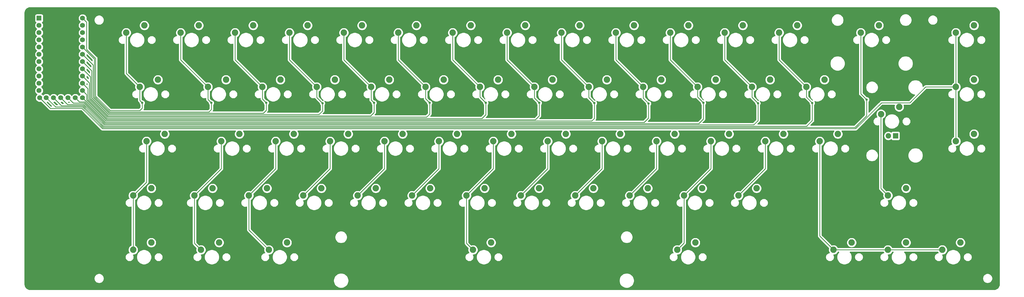
<source format=gtl>
G04 #@! TF.GenerationSoftware,KiCad,Pcbnew,(5.1.9)-1*
G04 #@! TF.CreationDate,2021-03-26T16:48:03+01:00*
G04 #@! TF.ProjectId,rabbitholev1,72616262-6974-4686-9f6c-6576312e6b69,rev?*
G04 #@! TF.SameCoordinates,Original*
G04 #@! TF.FileFunction,Copper,L1,Top*
G04 #@! TF.FilePolarity,Positive*
%FSLAX46Y46*%
G04 Gerber Fmt 4.6, Leading zero omitted, Abs format (unit mm)*
G04 Created by KiCad (PCBNEW (5.1.9)-1) date 2021-03-26 16:48:03*
%MOMM*%
%LPD*%
G01*
G04 APERTURE LIST*
G04 #@! TA.AperFunction,ComponentPad*
%ADD10C,1.752600*%
G04 #@! TD*
G04 #@! TA.AperFunction,ComponentPad*
%ADD11R,1.752600X1.752600*%
G04 #@! TD*
G04 #@! TA.AperFunction,ComponentPad*
%ADD12C,2.250000*%
G04 #@! TD*
G04 #@! TA.AperFunction,ComponentPad*
%ADD13R,1.905000X1.905000*%
G04 #@! TD*
G04 #@! TA.AperFunction,ComponentPad*
%ADD14C,1.905000*%
G04 #@! TD*
G04 #@! TA.AperFunction,ViaPad*
%ADD15C,0.800000*%
G04 #@! TD*
G04 #@! TA.AperFunction,Conductor*
%ADD16C,0.254000*%
G04 #@! TD*
G04 #@! TA.AperFunction,NonConductor*
%ADD17C,0.254000*%
G04 #@! TD*
G04 #@! TA.AperFunction,NonConductor*
%ADD18C,0.100000*%
G04 #@! TD*
G04 APERTURE END LIST*
D10*
G04 #@! TO.P,U1,25*
G04 #@! TO.N,col13*
X-22275800Y-156834840D03*
G04 #@! TO.P,U1,26*
G04 #@! TO.N,col12*
X-19735800Y-156834840D03*
G04 #@! TO.P,U1,27*
G04 #@! TO.N,col11*
X-17195800Y-156834840D03*
G04 #@! TO.P,U1,28*
G04 #@! TO.N,col10*
X-14655800Y-156834840D03*
G04 #@! TO.P,U1,29*
G04 #@! TO.N,col9*
X-12115800Y-156834840D03*
G04 #@! TO.P,U1,24*
G04 #@! TO.N,col0*
X-9575800Y-128894840D03*
G04 #@! TO.P,U1,12*
G04 #@! TO.N,col14*
X-24587200Y-156834840D03*
G04 #@! TO.P,U1,23*
G04 #@! TO.N,Net-(U1-Pad23)*
X-9575800Y-131434840D03*
G04 #@! TO.P,U1,22*
G04 #@! TO.N,Net-(U1-Pad22)*
X-9575800Y-133974840D03*
G04 #@! TO.P,U1,21*
G04 #@! TO.N,Net-(U1-Pad21)*
X-9575800Y-136514840D03*
G04 #@! TO.P,U1,20*
G04 #@! TO.N,col1*
X-9575800Y-139054840D03*
G04 #@! TO.P,U1,19*
G04 #@! TO.N,col2*
X-9575800Y-141594840D03*
G04 #@! TO.P,U1,18*
G04 #@! TO.N,col3*
X-9575800Y-144134840D03*
G04 #@! TO.P,U1,17*
G04 #@! TO.N,col4*
X-9575800Y-146674840D03*
G04 #@! TO.P,U1,16*
G04 #@! TO.N,col5*
X-9575800Y-149214840D03*
G04 #@! TO.P,U1,15*
G04 #@! TO.N,col6*
X-9575800Y-151754840D03*
G04 #@! TO.P,U1,14*
G04 #@! TO.N,col7*
X-9575800Y-154294840D03*
G04 #@! TO.P,U1,13*
G04 #@! TO.N,col8*
X-9575800Y-156834840D03*
G04 #@! TO.P,U1,11*
G04 #@! TO.N,row0*
X-24815800Y-154294840D03*
G04 #@! TO.P,U1,10*
G04 #@! TO.N,row1*
X-24815800Y-151754840D03*
G04 #@! TO.P,U1,9*
G04 #@! TO.N,row2*
X-24815800Y-149214840D03*
G04 #@! TO.P,U1,8*
G04 #@! TO.N,row3*
X-24815800Y-146674840D03*
G04 #@! TO.P,U1,7*
G04 #@! TO.N,row4*
X-24815800Y-144134840D03*
G04 #@! TO.P,U1,6*
G04 #@! TO.N,Net-(U1-Pad6)*
X-24815800Y-141594840D03*
G04 #@! TO.P,U1,5*
G04 #@! TO.N,Net-(U1-Pad5)*
X-24815800Y-139054840D03*
G04 #@! TO.P,U1,4*
G04 #@! TO.N,Net-(U1-Pad4)*
X-24815800Y-136514840D03*
G04 #@! TO.P,U1,3*
G04 #@! TO.N,Net-(U1-Pad3)*
X-24815800Y-133974840D03*
G04 #@! TO.P,U1,2*
G04 #@! TO.N,Net-(U1-Pad2)*
X-24815800Y-131434840D03*
D11*
G04 #@! TO.P,U1,1*
G04 #@! TO.N,Net-(U1-Pad1)*
X-24815800Y-128894840D03*
G04 #@! TD*
D12*
G04 #@! TO.P,MX17,2*
G04 #@! TO.N,Net-(D17-Pad2)*
X40640000Y-150495000D03*
G04 #@! TO.P,MX17,1*
G04 #@! TO.N,col1*
X34290000Y-153035000D03*
G04 #@! TD*
G04 #@! TO.P,MX18,2*
G04 #@! TO.N,Net-(D18-Pad2)*
X59690000Y-150495000D03*
G04 #@! TO.P,MX18,1*
G04 #@! TO.N,col2*
X53340000Y-153035000D03*
G04 #@! TD*
G04 #@! TO.P,MX16,2*
G04 #@! TO.N,Net-(D16-Pad2)*
X16811769Y-150495000D03*
G04 #@! TO.P,MX16,1*
G04 #@! TO.N,col0*
X10461769Y-153035000D03*
G04 #@! TD*
G04 #@! TO.P,MX66,2*
G04 #@! TO.N,Net-(D66-Pad2)*
X297815000Y-207645000D03*
G04 #@! TO.P,MX66,1*
G04 #@! TO.N,col12*
X291465000Y-210185000D03*
G04 #@! TD*
G04 #@! TO.P,MX65,2*
G04 #@! TO.N,Net-(D65-Pad2)*
X278765000Y-207645000D03*
G04 #@! TO.P,MX65,1*
G04 #@! TO.N,col12*
X272415000Y-210185000D03*
G04 #@! TD*
G04 #@! TO.P,MX64,2*
G04 #@! TO.N,Net-(D64-Pad2)*
X259715000Y-207645000D03*
G04 #@! TO.P,MX64,1*
G04 #@! TO.N,col12*
X253365000Y-210185000D03*
G04 #@! TD*
G04 #@! TO.P,MX63,2*
G04 #@! TO.N,Net-(D63-Pad2)*
X204978000Y-207645000D03*
G04 #@! TO.P,MX63,1*
G04 #@! TO.N,col10*
X198628000Y-210185000D03*
G04 #@! TD*
G04 #@! TO.P,MX62,2*
G04 #@! TO.N,Net-(D62-Pad2)*
X133477000Y-207645000D03*
G04 #@! TO.P,MX62,1*
G04 #@! TO.N,col6*
X127127000Y-210185000D03*
G04 #@! TD*
G04 #@! TO.P,MX61,2*
G04 #@! TO.N,Net-(D61-Pad2)*
X61976000Y-207645000D03*
G04 #@! TO.P,MX61,1*
G04 #@! TO.N,col2*
X55626000Y-210185000D03*
G04 #@! TD*
G04 #@! TO.P,MX60,2*
G04 #@! TO.N,Net-(D60-Pad2)*
X38227000Y-207645000D03*
G04 #@! TO.P,MX60,1*
G04 #@! TO.N,col1*
X31877000Y-210185000D03*
G04 #@! TD*
G04 #@! TO.P,MX59,2*
G04 #@! TO.N,Net-(D59-Pad2)*
X14478000Y-207645000D03*
G04 #@! TO.P,MX59,1*
G04 #@! TO.N,col0*
X8128000Y-210185000D03*
G04 #@! TD*
G04 #@! TO.P,MX58,2*
G04 #@! TO.N,Net-(D58-Pad2)*
X278765000Y-188595000D03*
G04 #@! TO.P,MX58,1*
G04 #@! TO.N,col13*
X272415000Y-191135000D03*
G04 #@! TD*
G04 #@! TO.P,MX57,2*
G04 #@! TO.N,Net-(D57-Pad2)*
X226441000Y-188595000D03*
G04 #@! TO.P,MX57,1*
G04 #@! TO.N,col11*
X220091000Y-191135000D03*
G04 #@! TD*
G04 #@! TO.P,MX56,2*
G04 #@! TO.N,Net-(D56-Pad2)*
X207391000Y-188595000D03*
G04 #@! TO.P,MX56,1*
G04 #@! TO.N,col10*
X201041000Y-191135000D03*
G04 #@! TD*
G04 #@! TO.P,MX55,2*
G04 #@! TO.N,Net-(D55-Pad2)*
X188341000Y-188595000D03*
G04 #@! TO.P,MX55,1*
G04 #@! TO.N,col9*
X181991000Y-191135000D03*
G04 #@! TD*
G04 #@! TO.P,MX54,2*
G04 #@! TO.N,Net-(D54-Pad2)*
X169291000Y-188595000D03*
G04 #@! TO.P,MX54,1*
G04 #@! TO.N,col8*
X162941000Y-191135000D03*
G04 #@! TD*
G04 #@! TO.P,MX53,2*
G04 #@! TO.N,Net-(D53-Pad2)*
X150241000Y-188595000D03*
G04 #@! TO.P,MX53,1*
G04 #@! TO.N,col7*
X143891000Y-191135000D03*
G04 #@! TD*
G04 #@! TO.P,MX52,2*
G04 #@! TO.N,Net-(D52-Pad2)*
X131191000Y-188595000D03*
G04 #@! TO.P,MX52,1*
G04 #@! TO.N,col6*
X124841000Y-191135000D03*
G04 #@! TD*
G04 #@! TO.P,MX51,2*
G04 #@! TO.N,Net-(D51-Pad2)*
X112141000Y-188595000D03*
G04 #@! TO.P,MX51,1*
G04 #@! TO.N,col5*
X105791000Y-191135000D03*
G04 #@! TD*
G04 #@! TO.P,MX50,2*
G04 #@! TO.N,Net-(D50-Pad2)*
X93091000Y-188595000D03*
G04 #@! TO.P,MX50,1*
G04 #@! TO.N,col4*
X86741000Y-191135000D03*
G04 #@! TD*
G04 #@! TO.P,MX49,2*
G04 #@! TO.N,Net-(D49-Pad2)*
X74041000Y-188595000D03*
G04 #@! TO.P,MX49,1*
G04 #@! TO.N,col3*
X67691000Y-191135000D03*
G04 #@! TD*
G04 #@! TO.P,MX48,2*
G04 #@! TO.N,Net-(D48-Pad2)*
X54991000Y-188595000D03*
G04 #@! TO.P,MX48,1*
G04 #@! TO.N,col2*
X48641000Y-191135000D03*
G04 #@! TD*
G04 #@! TO.P,MX47,2*
G04 #@! TO.N,Net-(D47-Pad2)*
X35941000Y-188595000D03*
G04 #@! TO.P,MX47,1*
G04 #@! TO.N,col1*
X29591000Y-191135000D03*
G04 #@! TD*
G04 #@! TO.P,MX46,2*
G04 #@! TO.N,Net-(D46-Pad2)*
X14478000Y-188595000D03*
G04 #@! TO.P,MX46,1*
G04 #@! TO.N,col0*
X8128000Y-191135000D03*
G04 #@! TD*
G04 #@! TO.P,MX44,2*
G04 #@! TO.N,Net-(D44-Pad2)*
X302577500Y-169545000D03*
G04 #@! TO.P,MX44,1*
G04 #@! TO.N,col14*
X296227500Y-172085000D03*
G04 #@! TD*
G04 #@! TO.P,MX43,2*
G04 #@! TO.N,Net-(D43-Pad2)*
X254889000Y-169545000D03*
G04 #@! TO.P,MX43,1*
G04 #@! TO.N,col12*
X248539000Y-172085000D03*
G04 #@! TD*
G04 #@! TO.P,MX42,2*
G04 #@! TO.N,Net-(D42-Pad2)*
X235839000Y-169545000D03*
G04 #@! TO.P,MX42,1*
G04 #@! TO.N,col11*
X229489000Y-172085000D03*
G04 #@! TD*
G04 #@! TO.P,MX41,2*
G04 #@! TO.N,Net-(D41-Pad2)*
X216789000Y-169545000D03*
G04 #@! TO.P,MX41,1*
G04 #@! TO.N,col10*
X210439000Y-172085000D03*
G04 #@! TD*
G04 #@! TO.P,MX40,2*
G04 #@! TO.N,Net-(D40-Pad2)*
X197739000Y-169545000D03*
G04 #@! TO.P,MX40,1*
G04 #@! TO.N,col9*
X191389000Y-172085000D03*
G04 #@! TD*
G04 #@! TO.P,MX39,2*
G04 #@! TO.N,Net-(D39-Pad2)*
X178689000Y-169545000D03*
G04 #@! TO.P,MX39,1*
G04 #@! TO.N,col8*
X172339000Y-172085000D03*
G04 #@! TD*
G04 #@! TO.P,MX38,2*
G04 #@! TO.N,Net-(D38-Pad2)*
X159639000Y-169545000D03*
G04 #@! TO.P,MX38,1*
G04 #@! TO.N,col7*
X153289000Y-172085000D03*
G04 #@! TD*
G04 #@! TO.P,MX37,2*
G04 #@! TO.N,Net-(D37-Pad2)*
X140589000Y-169545000D03*
G04 #@! TO.P,MX37,1*
G04 #@! TO.N,col6*
X134239000Y-172085000D03*
G04 #@! TD*
G04 #@! TO.P,MX36,2*
G04 #@! TO.N,Net-(D36-Pad2)*
X121539000Y-169545000D03*
G04 #@! TO.P,MX36,1*
G04 #@! TO.N,col5*
X115189000Y-172085000D03*
G04 #@! TD*
G04 #@! TO.P,MX35,2*
G04 #@! TO.N,Net-(D35-Pad2)*
X102489000Y-169545000D03*
G04 #@! TO.P,MX35,1*
G04 #@! TO.N,col4*
X96139000Y-172085000D03*
G04 #@! TD*
G04 #@! TO.P,MX34,2*
G04 #@! TO.N,Net-(D34-Pad2)*
X83439000Y-169545000D03*
G04 #@! TO.P,MX34,1*
G04 #@! TO.N,col3*
X77089000Y-172085000D03*
G04 #@! TD*
G04 #@! TO.P,MX33,2*
G04 #@! TO.N,Net-(D33-Pad2)*
X64389000Y-169545000D03*
G04 #@! TO.P,MX33,1*
G04 #@! TO.N,col2*
X58039000Y-172085000D03*
G04 #@! TD*
G04 #@! TO.P,MX32,2*
G04 #@! TO.N,Net-(D32-Pad2)*
X45339000Y-169545000D03*
G04 #@! TO.P,MX32,1*
G04 #@! TO.N,col1*
X38989000Y-172085000D03*
G04 #@! TD*
G04 #@! TO.P,MX31,2*
G04 #@! TO.N,Net-(D31-Pad2)*
X19177000Y-169545000D03*
G04 #@! TO.P,MX31,1*
G04 #@! TO.N,col0*
X12827000Y-172085000D03*
G04 #@! TD*
G04 #@! TO.P,MX30,2*
G04 #@! TO.N,Net-(D30-Pad2)*
X302577500Y-150495000D03*
G04 #@! TO.P,MX30,1*
G04 #@! TO.N,col14*
X296227500Y-153035000D03*
G04 #@! TD*
G04 #@! TO.P,MX28,2*
G04 #@! TO.N,Net-(D28-Pad2)*
X250190000Y-150495000D03*
G04 #@! TO.P,MX28,1*
G04 #@! TO.N,col12*
X243840000Y-153035000D03*
G04 #@! TD*
G04 #@! TO.P,MX27,2*
G04 #@! TO.N,Net-(D27-Pad2)*
X231140000Y-150495000D03*
G04 #@! TO.P,MX27,1*
G04 #@! TO.N,col11*
X224790000Y-153035000D03*
G04 #@! TD*
G04 #@! TO.P,MX26,2*
G04 #@! TO.N,Net-(D26-Pad2)*
X212090000Y-150495000D03*
G04 #@! TO.P,MX26,1*
G04 #@! TO.N,col10*
X205740000Y-153035000D03*
G04 #@! TD*
G04 #@! TO.P,MX25,2*
G04 #@! TO.N,Net-(D25-Pad2)*
X193040000Y-150495000D03*
G04 #@! TO.P,MX25,1*
G04 #@! TO.N,col9*
X186690000Y-153035000D03*
G04 #@! TD*
G04 #@! TO.P,MX24,2*
G04 #@! TO.N,Net-(D24-Pad2)*
X173990000Y-150495000D03*
G04 #@! TO.P,MX24,1*
G04 #@! TO.N,col8*
X167640000Y-153035000D03*
G04 #@! TD*
G04 #@! TO.P,MX23,2*
G04 #@! TO.N,Net-(D23-Pad2)*
X154940000Y-150495000D03*
G04 #@! TO.P,MX23,1*
G04 #@! TO.N,col7*
X148590000Y-153035000D03*
G04 #@! TD*
G04 #@! TO.P,MX22,2*
G04 #@! TO.N,Net-(D22-Pad2)*
X135890000Y-150495000D03*
G04 #@! TO.P,MX22,1*
G04 #@! TO.N,col6*
X129540000Y-153035000D03*
G04 #@! TD*
G04 #@! TO.P,MX21,2*
G04 #@! TO.N,Net-(D21-Pad2)*
X116840000Y-150495000D03*
G04 #@! TO.P,MX21,1*
G04 #@! TO.N,col5*
X110490000Y-153035000D03*
G04 #@! TD*
G04 #@! TO.P,MX20,2*
G04 #@! TO.N,Net-(D20-Pad2)*
X97790000Y-150495000D03*
G04 #@! TO.P,MX20,1*
G04 #@! TO.N,col4*
X91440000Y-153035000D03*
G04 #@! TD*
G04 #@! TO.P,MX19,2*
G04 #@! TO.N,Net-(D19-Pad2)*
X78740000Y-150495000D03*
G04 #@! TO.P,MX19,1*
G04 #@! TO.N,col3*
X72390000Y-153035000D03*
G04 #@! TD*
G04 #@! TO.P,MX15,2*
G04 #@! TO.N,Net-(D15-Pad2)*
X302577500Y-131445000D03*
G04 #@! TO.P,MX15,1*
G04 #@! TO.N,col14*
X296227500Y-133985000D03*
G04 #@! TD*
G04 #@! TO.P,MX14,2*
G04 #@! TO.N,Net-(D14-Pad2)*
X269240000Y-131445000D03*
G04 #@! TO.P,MX14,1*
G04 #@! TO.N,col13*
X262890000Y-133985000D03*
G04 #@! TD*
G04 #@! TO.P,MX13,2*
G04 #@! TO.N,Net-(D13-Pad2)*
X240665000Y-131445000D03*
G04 #@! TO.P,MX13,1*
G04 #@! TO.N,col12*
X234315000Y-133985000D03*
G04 #@! TD*
G04 #@! TO.P,MX12,2*
G04 #@! TO.N,Net-(D12-Pad2)*
X221615000Y-131445000D03*
G04 #@! TO.P,MX12,1*
G04 #@! TO.N,col11*
X215265000Y-133985000D03*
G04 #@! TD*
G04 #@! TO.P,MX11,2*
G04 #@! TO.N,Net-(D11-Pad2)*
X202565000Y-131445000D03*
G04 #@! TO.P,MX11,1*
G04 #@! TO.N,col10*
X196215000Y-133985000D03*
G04 #@! TD*
G04 #@! TO.P,MX10,2*
G04 #@! TO.N,Net-(D10-Pad2)*
X183515000Y-131445000D03*
G04 #@! TO.P,MX10,1*
G04 #@! TO.N,col9*
X177165000Y-133985000D03*
G04 #@! TD*
G04 #@! TO.P,MX9,2*
G04 #@! TO.N,Net-(D9-Pad2)*
X164465000Y-131445000D03*
G04 #@! TO.P,MX9,1*
G04 #@! TO.N,col8*
X158115000Y-133985000D03*
G04 #@! TD*
G04 #@! TO.P,MX8,2*
G04 #@! TO.N,Net-(D8-Pad2)*
X145415000Y-131445000D03*
G04 #@! TO.P,MX8,1*
G04 #@! TO.N,col7*
X139065000Y-133985000D03*
G04 #@! TD*
G04 #@! TO.P,MX7,2*
G04 #@! TO.N,Net-(D7-Pad2)*
X126365000Y-131445000D03*
G04 #@! TO.P,MX7,1*
G04 #@! TO.N,col6*
X120015000Y-133985000D03*
G04 #@! TD*
G04 #@! TO.P,MX6,2*
G04 #@! TO.N,Net-(D6-Pad2)*
X107315000Y-131445000D03*
G04 #@! TO.P,MX6,1*
G04 #@! TO.N,col5*
X100965000Y-133985000D03*
G04 #@! TD*
G04 #@! TO.P,MX5,2*
G04 #@! TO.N,Net-(D5-Pad2)*
X88265000Y-131445000D03*
G04 #@! TO.P,MX5,1*
G04 #@! TO.N,col4*
X81915000Y-133985000D03*
G04 #@! TD*
G04 #@! TO.P,MX4,2*
G04 #@! TO.N,Net-(D4-Pad2)*
X69215000Y-131445000D03*
G04 #@! TO.P,MX4,1*
G04 #@! TO.N,col3*
X62865000Y-133985000D03*
G04 #@! TD*
G04 #@! TO.P,MX3,2*
G04 #@! TO.N,Net-(D3-Pad2)*
X50165000Y-131445000D03*
G04 #@! TO.P,MX3,1*
G04 #@! TO.N,col2*
X43815000Y-133985000D03*
G04 #@! TD*
G04 #@! TO.P,MX2,2*
G04 #@! TO.N,Net-(D2-Pad2)*
X31115000Y-131445000D03*
G04 #@! TO.P,MX2,1*
G04 #@! TO.N,col1*
X24765000Y-133985000D03*
G04 #@! TD*
G04 #@! TO.P,MX1,2*
G04 #@! TO.N,Net-(D1-Pad2)*
X12065000Y-131445000D03*
G04 #@! TO.P,MX1,1*
G04 #@! TO.N,col0*
X5715000Y-133985000D03*
G04 #@! TD*
D13*
G04 #@! TO.P,MX29,4*
G04 #@! TO.N,N/C*
X275082000Y-170180000D03*
D14*
G04 #@! TO.P,MX29,3*
X272542000Y-170180000D03*
D12*
G04 #@! TO.P,MX29,1*
G04 #@! TO.N,col13*
X270002000Y-162560000D03*
G04 #@! TO.P,MX29,2*
G04 #@! TO.N,Net-(D29-Pad2)*
X276352000Y-160020000D03*
G04 #@! TD*
D15*
G04 #@! TO.N,col0*
X11313160Y-158622901D03*
G04 #@! TO.N,col1*
X35514280Y-158622901D03*
G04 #@! TO.N,col2*
X54757320Y-158622901D03*
G04 #@! TO.N,col3*
X74422000Y-158729680D03*
G04 #@! TO.N,col4*
X92476320Y-158622901D03*
G04 #@! TO.N,col5*
X111932720Y-158622901D03*
G04 #@! TO.N,col6*
X131617720Y-158622901D03*
G04 #@! TO.N,col7*
X150332440Y-158622901D03*
G04 #@! TO.N,col8*
X169626280Y-158704280D03*
G04 #@! TO.N,col9*
X188600080Y-158816040D03*
G04 #@! TO.N,col10*
X207797400Y-158622901D03*
G04 #@! TO.N,col11*
X226908360Y-158750000D03*
G04 #@! TO.N,col12*
X245922800Y-158653480D03*
G04 #@! TO.N,col13*
X264982960Y-157480000D03*
G04 #@! TD*
D16*
G04 #@! TO.N,col0*
X5715000Y-148288231D02*
X10461769Y-153035000D01*
X5715000Y-133985000D02*
X5715000Y-148288231D01*
X12827000Y-186436000D02*
X8128000Y-191135000D01*
X12827000Y-172085000D02*
X12827000Y-186436000D01*
X8128000Y-191135000D02*
X8128000Y-210185000D01*
X10461769Y-157771510D02*
X11313160Y-158622901D01*
X10461769Y-153035000D02*
X10461769Y-157771510D01*
X50388Y-161324500D02*
X-5000730Y-156273382D01*
X10454640Y-161324500D02*
X50388Y-161324500D01*
X11313160Y-160465980D02*
X10454640Y-161324500D01*
X11313160Y-158622901D02*
X11313160Y-160465980D01*
X-5000730Y-142987843D02*
X-5266684Y-142721890D01*
X-5000730Y-156273382D02*
X-5000730Y-142987843D01*
X-5266684Y-142721890D02*
X-8138160Y-139850414D01*
X-8138160Y-130332480D02*
X-9575800Y-128894840D01*
X-8138160Y-139850414D02*
X-8138160Y-130332480D01*
G04 #@! TO.N,col1*
X24765000Y-143510000D02*
X34290000Y-153035000D01*
X24765000Y-133985000D02*
X24765000Y-143510000D01*
X38989000Y-181737000D02*
X29591000Y-191135000D01*
X38989000Y-172085000D02*
X38989000Y-181737000D01*
X29591000Y-207899000D02*
X31877000Y-210185000D01*
X29591000Y-191135000D02*
X29591000Y-207899000D01*
X34290000Y-157398621D02*
X35514280Y-158622901D01*
X34290000Y-153035000D02*
X34290000Y-157398621D01*
X-5454740Y-156461438D02*
X-5454740Y-143175900D01*
X-137668Y-161778510D02*
X-5454740Y-156461438D01*
X34645600Y-161778510D02*
X-137668Y-161778510D01*
X35514280Y-160909830D02*
X34645600Y-161778510D01*
X-5454740Y-143175900D02*
X-9575800Y-139054840D01*
X35514280Y-158622901D02*
X35514280Y-160909830D01*
G04 #@! TO.N,col2*
X43815000Y-143510000D02*
X53340000Y-153035000D01*
X43815000Y-133985000D02*
X43815000Y-143510000D01*
X58039000Y-181737000D02*
X48641000Y-191135000D01*
X58039000Y-172085000D02*
X58039000Y-181737000D01*
X48641000Y-203200000D02*
X55626000Y-210185000D01*
X48641000Y-191135000D02*
X48641000Y-203200000D01*
X53340000Y-157205581D02*
X54757320Y-158622901D01*
X53340000Y-153035000D02*
X53340000Y-157205581D01*
X-5908750Y-145261890D02*
X-9575800Y-141594840D01*
X-5908750Y-156649494D02*
X-5908750Y-145261890D01*
X-325724Y-162232520D02*
X-5908750Y-156649494D01*
X53715920Y-162232520D02*
X-325724Y-162232520D01*
X54757320Y-161191120D02*
X53715920Y-162232520D01*
X54757320Y-158622901D02*
X54757320Y-161191120D01*
G04 #@! TO.N,col3*
X62865000Y-143510000D02*
X72390000Y-153035000D01*
X62865000Y-133985000D02*
X62865000Y-143510000D01*
X77089000Y-181737000D02*
X67691000Y-191135000D01*
X77089000Y-172085000D02*
X77089000Y-181737000D01*
X72390000Y-156697680D02*
X74422000Y-158729680D01*
X72390000Y-153035000D02*
X72390000Y-156697680D01*
X-6362760Y-147347880D02*
X-9575800Y-144134840D01*
X-6362760Y-156837550D02*
X-6362760Y-147347880D01*
X-513780Y-162686530D02*
X-6362760Y-156837550D01*
X73167710Y-162686530D02*
X-513780Y-162686530D01*
X74422000Y-161432240D02*
X73167710Y-162686530D01*
X74422000Y-158729680D02*
X74422000Y-161432240D01*
G04 #@! TO.N,col4*
X81915000Y-143510000D02*
X91440000Y-153035000D01*
X81915000Y-133985000D02*
X81915000Y-143510000D01*
X96139000Y-181737000D02*
X86741000Y-191135000D01*
X96139000Y-172085000D02*
X96139000Y-181737000D01*
X91440000Y-157586581D02*
X92476320Y-158622901D01*
X91440000Y-153035000D02*
X91440000Y-157586581D01*
X-6816770Y-149433870D02*
X-9575800Y-146674840D01*
X-6816770Y-157025606D02*
X-6816770Y-149433870D01*
X-701836Y-163140540D02*
X-6816770Y-157025606D01*
X91343480Y-163140540D02*
X-701836Y-163140540D01*
X92476320Y-162007700D02*
X91343480Y-163140540D01*
X92476320Y-158622901D02*
X92476320Y-162007700D01*
G04 #@! TO.N,col5*
X100965000Y-143510000D02*
X110490000Y-153035000D01*
X100965000Y-133985000D02*
X100965000Y-143510000D01*
X115189000Y-181737000D02*
X105791000Y-191135000D01*
X115189000Y-172085000D02*
X115189000Y-181737000D01*
X110490000Y-157180181D02*
X111932720Y-158622901D01*
X110490000Y-153035000D02*
X110490000Y-157180181D01*
X-7270780Y-157213662D02*
X-7270780Y-151519860D01*
X-889892Y-163594550D02*
X-7270780Y-157213662D01*
X110860840Y-163594550D02*
X-889892Y-163594550D01*
X111932720Y-162522670D02*
X110860840Y-163594550D01*
X-7270780Y-151519860D02*
X-9575800Y-149214840D01*
X111932720Y-158622901D02*
X111932720Y-162522670D01*
G04 #@! TO.N,col6*
X120015000Y-143510000D02*
X129540000Y-153035000D01*
X120015000Y-133985000D02*
X120015000Y-143510000D01*
X134239000Y-181737000D02*
X124841000Y-191135000D01*
X134239000Y-172085000D02*
X134239000Y-181737000D01*
X124841000Y-207899000D02*
X127127000Y-210185000D01*
X124841000Y-191135000D02*
X124841000Y-207899000D01*
X129540000Y-156545181D02*
X131617720Y-158622901D01*
X129540000Y-153035000D02*
X129540000Y-156545181D01*
X-7724790Y-153605850D02*
X-9575800Y-151754840D01*
X-7724790Y-157401718D02*
X-7724790Y-153605850D01*
X130271520Y-164048560D02*
X-1077948Y-164048560D01*
X-1077948Y-164048560D02*
X-7724790Y-157401718D01*
X131617720Y-162702360D02*
X130271520Y-164048560D01*
X131617720Y-158622901D02*
X131617720Y-162702360D01*
G04 #@! TO.N,col7*
X139065000Y-143510000D02*
X148590000Y-153035000D01*
X139065000Y-133985000D02*
X139065000Y-143510000D01*
X153289000Y-181737000D02*
X143891000Y-191135000D01*
X153289000Y-172085000D02*
X153289000Y-181737000D01*
X148590000Y-156880461D02*
X150332440Y-158622901D01*
X148590000Y-153035000D02*
X148590000Y-156880461D01*
X-8178800Y-157589774D02*
X-8178800Y-155691840D01*
X-1266004Y-164502570D02*
X-8178800Y-157589774D01*
X148986240Y-164502570D02*
X-1266004Y-164502570D01*
X150332440Y-163156370D02*
X148986240Y-164502570D01*
X-8178800Y-155691840D02*
X-9575800Y-154294840D01*
X150332440Y-158622901D02*
X150332440Y-163156370D01*
G04 #@! TO.N,col8*
X158115000Y-143510000D02*
X167640000Y-153035000D01*
X158115000Y-133985000D02*
X158115000Y-143510000D01*
X172339000Y-181737000D02*
X162941000Y-191135000D01*
X172339000Y-172085000D02*
X172339000Y-181737000D01*
X167640000Y-156718000D02*
X169626280Y-158704280D01*
X167640000Y-153035000D02*
X167640000Y-156718000D01*
X-1454060Y-164956580D02*
X-9575800Y-156834840D01*
X168727120Y-164956580D02*
X-1454060Y-164956580D01*
X169626280Y-164057420D02*
X168727120Y-164956580D01*
X169626280Y-158704280D02*
X169626280Y-164057420D01*
G04 #@! TO.N,col9*
X177165000Y-143510000D02*
X186690000Y-153035000D01*
X177165000Y-133985000D02*
X177165000Y-143510000D01*
X191389000Y-181737000D02*
X181991000Y-191135000D01*
X191389000Y-172085000D02*
X191389000Y-181737000D01*
X186690000Y-156905960D02*
X188600080Y-158816040D01*
X186690000Y-153035000D02*
X186690000Y-156905960D01*
X-10708640Y-158242000D02*
X-12115800Y-156834840D01*
X-8810707Y-158242000D02*
X-10708640Y-158242000D01*
X-1642117Y-165410590D02*
X-8810707Y-158242000D01*
X187065920Y-165410590D02*
X-1642117Y-165410590D01*
X188600080Y-163876430D02*
X187065920Y-165410590D01*
X188600080Y-158816040D02*
X188600080Y-163876430D01*
G04 #@! TO.N,col10*
X196215000Y-143510000D02*
X205740000Y-153035000D01*
X196215000Y-133985000D02*
X196215000Y-143510000D01*
X210439000Y-181737000D02*
X201041000Y-191135000D01*
X210439000Y-172085000D02*
X210439000Y-181737000D01*
X201041000Y-207772000D02*
X198628000Y-210185000D01*
X201041000Y-191135000D02*
X201041000Y-207772000D01*
X205740000Y-156565501D02*
X207797400Y-158622901D01*
X205740000Y-153035000D02*
X205740000Y-156565501D01*
X-12794630Y-158696010D02*
X-14655800Y-156834840D01*
X-8998763Y-158696010D02*
X-12794630Y-158696010D01*
X-2096127Y-165598646D02*
X-8998763Y-158696010D01*
X-1830174Y-165864600D02*
X-2096127Y-165598646D01*
X206194600Y-165864600D02*
X-1830174Y-165864600D01*
X207797400Y-164261800D02*
X206194600Y-165864600D01*
X207797400Y-158622901D02*
X207797400Y-164261800D01*
G04 #@! TO.N,col11*
X215265000Y-143510000D02*
X224790000Y-153035000D01*
X215265000Y-133985000D02*
X215265000Y-143510000D01*
X229489000Y-181737000D02*
X220091000Y-191135000D01*
X229489000Y-172085000D02*
X229489000Y-181737000D01*
X224790000Y-156631640D02*
X226908360Y-158750000D01*
X224790000Y-153035000D02*
X224790000Y-156631640D01*
X-14880620Y-159150020D02*
X-17195800Y-156834840D01*
X-9186819Y-159150020D02*
X-14880620Y-159150020D01*
X-2018229Y-166318610D02*
X-9186819Y-159150020D01*
X225404680Y-166318610D02*
X-2018229Y-166318610D01*
X226908360Y-164814930D02*
X225404680Y-166318610D01*
X226908360Y-158750000D02*
X226908360Y-164814930D01*
G04 #@! TO.N,col12*
X234315000Y-143510000D02*
X243840000Y-153035000D01*
X234315000Y-133985000D02*
X234315000Y-143510000D01*
X248539000Y-205359000D02*
X253365000Y-210185000D01*
X248539000Y-172085000D02*
X248539000Y-205359000D01*
X253365000Y-210185000D02*
X272415000Y-210185000D01*
X272415000Y-210185000D02*
X291465000Y-210185000D01*
X243840000Y-156570680D02*
X245922800Y-158653480D01*
X243840000Y-153035000D02*
X243840000Y-156570680D01*
X-16966610Y-159604030D02*
X-19735800Y-156834840D01*
X-9374876Y-159604030D02*
X-16966610Y-159604030D01*
X-2206286Y-166772620D02*
X-9374876Y-159604030D01*
X243951760Y-166772620D02*
X-2206286Y-166772620D01*
X245922800Y-164801580D02*
X243951760Y-166772620D01*
X245922800Y-158653480D02*
X245922800Y-164801580D01*
G04 #@! TO.N,col13*
X262890000Y-133985000D02*
X262890000Y-155448000D01*
X269934001Y-162627999D02*
X270002000Y-162560000D01*
X269934001Y-188654001D02*
X269934001Y-162627999D01*
X272415000Y-191135000D02*
X269934001Y-188654001D01*
X262950960Y-155448000D02*
X264982960Y-157480000D01*
X262890000Y-155448000D02*
X262950960Y-155448000D01*
X-19052600Y-160058040D02*
X-22275800Y-156834840D01*
X-2394343Y-167226630D02*
X-2660296Y-166960676D01*
X-9562932Y-160058040D02*
X-19052600Y-160058040D01*
X260878224Y-167226630D02*
X-2394343Y-167226630D01*
X-2660296Y-166960676D02*
X-9562932Y-160058040D01*
X264982960Y-163121894D02*
X260878224Y-167226630D01*
X264982960Y-157480000D02*
X264982960Y-163121894D01*
G04 #@! TO.N,col14*
X296227500Y-133985000D02*
X296227500Y-153035000D01*
X296227500Y-153035000D02*
X296227500Y-172085000D01*
X-9750988Y-160512050D02*
X-20909990Y-160512050D01*
X-2582398Y-167680640D02*
X-9750988Y-160512050D01*
X270178921Y-158567999D02*
X261066280Y-167680640D01*
X-20909990Y-160512050D02*
X-24587200Y-156834840D01*
X280095935Y-158567999D02*
X270178921Y-158567999D01*
X261066280Y-167680640D02*
X-2582398Y-167680640D01*
X285628934Y-153035000D02*
X280095935Y-158567999D01*
X296227500Y-153035000D02*
X285628934Y-153035000D01*
G04 #@! TD*
D17*
X309927045Y-125158909D02*
X310277708Y-125264780D01*
X310601125Y-125436744D01*
X310884984Y-125668254D01*
X311118465Y-125950486D01*
X311292683Y-126272695D01*
X311401002Y-126622614D01*
X311442500Y-127017443D01*
X311442501Y-219550572D01*
X311442500Y-219550582D01*
X311442501Y-222217711D01*
X311403591Y-222614545D01*
X311297720Y-222965206D01*
X311125757Y-223288623D01*
X310894248Y-223572482D01*
X310612014Y-223805965D01*
X310289804Y-223980184D01*
X309939885Y-224088502D01*
X309545057Y-224130000D01*
X-27907721Y-224130000D01*
X-28304545Y-224091091D01*
X-28655206Y-223985220D01*
X-28978623Y-223813257D01*
X-29262482Y-223581748D01*
X-29495965Y-223299514D01*
X-29670184Y-222977304D01*
X-29778502Y-222627385D01*
X-29820000Y-222232557D01*
X-29820000Y-220021717D01*
X-5545000Y-220021717D01*
X-5545000Y-220363483D01*
X-5478325Y-220698681D01*
X-5347537Y-221014431D01*
X-5157663Y-221298598D01*
X-4915998Y-221540263D01*
X-4631831Y-221730137D01*
X-4316081Y-221860925D01*
X-3980883Y-221927600D01*
X-3639117Y-221927600D01*
X-3303919Y-221860925D01*
X-2988169Y-221730137D01*
X-2704002Y-221540263D01*
X-2462337Y-221298598D01*
X-2272463Y-221014431D01*
X-2150952Y-220721076D01*
X78308200Y-220721076D01*
X78308200Y-221238924D01*
X78409227Y-221746822D01*
X78607399Y-222225251D01*
X78895100Y-222655826D01*
X79261274Y-223022000D01*
X79691849Y-223309701D01*
X80170278Y-223507873D01*
X80678176Y-223608900D01*
X81196024Y-223608900D01*
X81703922Y-223507873D01*
X82182351Y-223309701D01*
X82612926Y-223022000D01*
X82979100Y-222655826D01*
X83266801Y-222225251D01*
X83464973Y-221746822D01*
X83566000Y-221238924D01*
X83566000Y-220721076D01*
X178308000Y-220721076D01*
X178308000Y-221238924D01*
X178409027Y-221746822D01*
X178607199Y-222225251D01*
X178894900Y-222655826D01*
X179261074Y-223022000D01*
X179691649Y-223309701D01*
X180170078Y-223507873D01*
X180677976Y-223608900D01*
X181195824Y-223608900D01*
X181703722Y-223507873D01*
X182182151Y-223309701D01*
X182612726Y-223022000D01*
X182978900Y-222655826D01*
X183266601Y-222225251D01*
X183464773Y-221746822D01*
X183565800Y-221238924D01*
X183565800Y-220721076D01*
X183464773Y-220213178D01*
X183385468Y-220021717D01*
X305579600Y-220021717D01*
X305579600Y-220363483D01*
X305646275Y-220698681D01*
X305777063Y-221014431D01*
X305966937Y-221298598D01*
X306208602Y-221540263D01*
X306492769Y-221730137D01*
X306808519Y-221860925D01*
X307143717Y-221927600D01*
X307485483Y-221927600D01*
X307820681Y-221860925D01*
X308136431Y-221730137D01*
X308420598Y-221540263D01*
X308662263Y-221298598D01*
X308852137Y-221014431D01*
X308982925Y-220698681D01*
X309049600Y-220363483D01*
X309049600Y-220021717D01*
X308982925Y-219686519D01*
X308852137Y-219370769D01*
X308662263Y-219086602D01*
X308420598Y-218844937D01*
X308136431Y-218655063D01*
X307820681Y-218524275D01*
X307485483Y-218457600D01*
X307143717Y-218457600D01*
X306808519Y-218524275D01*
X306492769Y-218655063D01*
X306208602Y-218844937D01*
X305966937Y-219086602D01*
X305777063Y-219370769D01*
X305646275Y-219686519D01*
X305579600Y-220021717D01*
X183385468Y-220021717D01*
X183266601Y-219734749D01*
X182978900Y-219304174D01*
X182612726Y-218938000D01*
X182182151Y-218650299D01*
X181703722Y-218452127D01*
X181195824Y-218351100D01*
X180677976Y-218351100D01*
X180170078Y-218452127D01*
X179691649Y-218650299D01*
X179261074Y-218938000D01*
X178894900Y-219304174D01*
X178607199Y-219734749D01*
X178409027Y-220213178D01*
X178308000Y-220721076D01*
X83566000Y-220721076D01*
X83464973Y-220213178D01*
X83266801Y-219734749D01*
X82979100Y-219304174D01*
X82612926Y-218938000D01*
X82182351Y-218650299D01*
X81703922Y-218452127D01*
X81196024Y-218351100D01*
X80678176Y-218351100D01*
X80170278Y-218452127D01*
X79691849Y-218650299D01*
X79261274Y-218938000D01*
X78895100Y-219304174D01*
X78607399Y-219734749D01*
X78409227Y-220213178D01*
X78308200Y-220721076D01*
X-2150952Y-220721076D01*
X-2141675Y-220698681D01*
X-2075000Y-220363483D01*
X-2075000Y-220021717D01*
X-2141675Y-219686519D01*
X-2272463Y-219370769D01*
X-2462337Y-219086602D01*
X-2704002Y-218844937D01*
X-2988169Y-218655063D01*
X-3303919Y-218524275D01*
X-3639117Y-218457600D01*
X-3980883Y-218457600D01*
X-4316081Y-218524275D01*
X-4631831Y-218655063D01*
X-4915998Y-218844937D01*
X-5157663Y-219086602D01*
X-5347537Y-219370769D01*
X-5478325Y-219686519D01*
X-5545000Y-220021717D01*
X-29820000Y-220021717D01*
X-29820000Y-193526278D01*
X5348000Y-193526278D01*
X5348000Y-193823722D01*
X5406029Y-194115451D01*
X5519856Y-194390253D01*
X5685107Y-194637569D01*
X5895431Y-194847893D01*
X6142747Y-195013144D01*
X6417549Y-195126971D01*
X6709278Y-195185000D01*
X7006722Y-195185000D01*
X7298451Y-195126971D01*
X7366000Y-195098991D01*
X7366001Y-208595620D01*
X7294327Y-208625308D01*
X7006065Y-208817919D01*
X6760919Y-209063065D01*
X6568308Y-209351327D01*
X6435636Y-209671627D01*
X6368000Y-210011655D01*
X6368000Y-210358345D01*
X6435636Y-210698373D01*
X6568308Y-211018673D01*
X6700638Y-211216719D01*
X6417549Y-211273029D01*
X6142747Y-211386856D01*
X5895431Y-211552107D01*
X5685107Y-211762431D01*
X5519856Y-212009747D01*
X5406029Y-212284549D01*
X5348000Y-212576278D01*
X5348000Y-212873722D01*
X5406029Y-213165451D01*
X5519856Y-213440253D01*
X5685107Y-213687569D01*
X5895431Y-213897893D01*
X6142747Y-214063144D01*
X6417549Y-214176971D01*
X6709278Y-214235000D01*
X7006722Y-214235000D01*
X7298451Y-214176971D01*
X7573253Y-214063144D01*
X7820569Y-213897893D01*
X8030893Y-213687569D01*
X8196144Y-213440253D01*
X8309971Y-213165451D01*
X8368000Y-212873722D01*
X8368000Y-212576278D01*
X8346080Y-212466076D01*
X9309100Y-212466076D01*
X9309100Y-212983924D01*
X9410127Y-213491822D01*
X9608299Y-213970251D01*
X9896000Y-214400826D01*
X10262174Y-214767000D01*
X10692749Y-215054701D01*
X11171178Y-215252873D01*
X11679076Y-215353900D01*
X12196924Y-215353900D01*
X12704822Y-215252873D01*
X13183251Y-215054701D01*
X13613826Y-214767000D01*
X13980000Y-214400826D01*
X14267701Y-213970251D01*
X14465873Y-213491822D01*
X14566900Y-212983924D01*
X14566900Y-212576278D01*
X15508000Y-212576278D01*
X15508000Y-212873722D01*
X15566029Y-213165451D01*
X15679856Y-213440253D01*
X15845107Y-213687569D01*
X16055431Y-213897893D01*
X16302747Y-214063144D01*
X16577549Y-214176971D01*
X16869278Y-214235000D01*
X17166722Y-214235000D01*
X17458451Y-214176971D01*
X17733253Y-214063144D01*
X17980569Y-213897893D01*
X18190893Y-213687569D01*
X18356144Y-213440253D01*
X18469971Y-213165451D01*
X18528000Y-212873722D01*
X18528000Y-212576278D01*
X18469971Y-212284549D01*
X18356144Y-212009747D01*
X18190893Y-211762431D01*
X17980569Y-211552107D01*
X17733253Y-211386856D01*
X17458451Y-211273029D01*
X17166722Y-211215000D01*
X16869278Y-211215000D01*
X16577549Y-211273029D01*
X16302747Y-211386856D01*
X16055431Y-211552107D01*
X15845107Y-211762431D01*
X15679856Y-212009747D01*
X15566029Y-212284549D01*
X15508000Y-212576278D01*
X14566900Y-212576278D01*
X14566900Y-212466076D01*
X14465873Y-211958178D01*
X14267701Y-211479749D01*
X13980000Y-211049174D01*
X13613826Y-210683000D01*
X13183251Y-210395299D01*
X12704822Y-210197127D01*
X12196924Y-210096100D01*
X11679076Y-210096100D01*
X11171178Y-210197127D01*
X10692749Y-210395299D01*
X10262174Y-210683000D01*
X9896000Y-211049174D01*
X9608299Y-211479749D01*
X9410127Y-211958178D01*
X9309100Y-212466076D01*
X8346080Y-212466076D01*
X8309971Y-212284549D01*
X8196144Y-212009747D01*
X8152882Y-211945000D01*
X8301345Y-211945000D01*
X8641373Y-211877364D01*
X8961673Y-211744692D01*
X9249935Y-211552081D01*
X9495081Y-211306935D01*
X9687692Y-211018673D01*
X9820364Y-210698373D01*
X9888000Y-210358345D01*
X9888000Y-210011655D01*
X9820364Y-209671627D01*
X9687692Y-209351327D01*
X9495081Y-209063065D01*
X9249935Y-208817919D01*
X8961673Y-208625308D01*
X8890000Y-208595620D01*
X8890000Y-207471655D01*
X12718000Y-207471655D01*
X12718000Y-207818345D01*
X12785636Y-208158373D01*
X12918308Y-208478673D01*
X13110919Y-208766935D01*
X13356065Y-209012081D01*
X13644327Y-209204692D01*
X13964627Y-209337364D01*
X14304655Y-209405000D01*
X14651345Y-209405000D01*
X14991373Y-209337364D01*
X15311673Y-209204692D01*
X15599935Y-209012081D01*
X15845081Y-208766935D01*
X16037692Y-208478673D01*
X16170364Y-208158373D01*
X16238000Y-207818345D01*
X16238000Y-207471655D01*
X16170364Y-207131627D01*
X16037692Y-206811327D01*
X15845081Y-206523065D01*
X15599935Y-206277919D01*
X15311673Y-206085308D01*
X14991373Y-205952636D01*
X14651345Y-205885000D01*
X14304655Y-205885000D01*
X13964627Y-205952636D01*
X13644327Y-206085308D01*
X13356065Y-206277919D01*
X13110919Y-206523065D01*
X12918308Y-206811327D01*
X12785636Y-207131627D01*
X12718000Y-207471655D01*
X8890000Y-207471655D01*
X8890000Y-193416076D01*
X9309100Y-193416076D01*
X9309100Y-193933924D01*
X9410127Y-194441822D01*
X9608299Y-194920251D01*
X9896000Y-195350826D01*
X10262174Y-195717000D01*
X10692749Y-196004701D01*
X11171178Y-196202873D01*
X11679076Y-196303900D01*
X12196924Y-196303900D01*
X12704822Y-196202873D01*
X13183251Y-196004701D01*
X13613826Y-195717000D01*
X13980000Y-195350826D01*
X14267701Y-194920251D01*
X14465873Y-194441822D01*
X14566900Y-193933924D01*
X14566900Y-193526278D01*
X15508000Y-193526278D01*
X15508000Y-193823722D01*
X15566029Y-194115451D01*
X15679856Y-194390253D01*
X15845107Y-194637569D01*
X16055431Y-194847893D01*
X16302747Y-195013144D01*
X16577549Y-195126971D01*
X16869278Y-195185000D01*
X17166722Y-195185000D01*
X17458451Y-195126971D01*
X17733253Y-195013144D01*
X17980569Y-194847893D01*
X18190893Y-194637569D01*
X18356144Y-194390253D01*
X18469971Y-194115451D01*
X18528000Y-193823722D01*
X18528000Y-193526278D01*
X26811000Y-193526278D01*
X26811000Y-193823722D01*
X26869029Y-194115451D01*
X26982856Y-194390253D01*
X27148107Y-194637569D01*
X27358431Y-194847893D01*
X27605747Y-195013144D01*
X27880549Y-195126971D01*
X28172278Y-195185000D01*
X28469722Y-195185000D01*
X28761451Y-195126971D01*
X28829000Y-195098991D01*
X28829001Y-207861567D01*
X28825314Y-207899000D01*
X28840027Y-208048378D01*
X28883599Y-208192015D01*
X28954355Y-208324392D01*
X29023500Y-208408645D01*
X29049579Y-208440422D01*
X29078649Y-208464279D01*
X30214324Y-209599954D01*
X30184636Y-209671627D01*
X30117000Y-210011655D01*
X30117000Y-210358345D01*
X30184636Y-210698373D01*
X30317308Y-211018673D01*
X30449638Y-211216719D01*
X30166549Y-211273029D01*
X29891747Y-211386856D01*
X29644431Y-211552107D01*
X29434107Y-211762431D01*
X29268856Y-212009747D01*
X29155029Y-212284549D01*
X29097000Y-212576278D01*
X29097000Y-212873722D01*
X29155029Y-213165451D01*
X29268856Y-213440253D01*
X29434107Y-213687569D01*
X29644431Y-213897893D01*
X29891747Y-214063144D01*
X30166549Y-214176971D01*
X30458278Y-214235000D01*
X30755722Y-214235000D01*
X31047451Y-214176971D01*
X31322253Y-214063144D01*
X31569569Y-213897893D01*
X31779893Y-213687569D01*
X31945144Y-213440253D01*
X32058971Y-213165451D01*
X32117000Y-212873722D01*
X32117000Y-212576278D01*
X32095080Y-212466076D01*
X33058100Y-212466076D01*
X33058100Y-212983924D01*
X33159127Y-213491822D01*
X33357299Y-213970251D01*
X33645000Y-214400826D01*
X34011174Y-214767000D01*
X34441749Y-215054701D01*
X34920178Y-215252873D01*
X35428076Y-215353900D01*
X35945924Y-215353900D01*
X36453822Y-215252873D01*
X36932251Y-215054701D01*
X37362826Y-214767000D01*
X37729000Y-214400826D01*
X38016701Y-213970251D01*
X38214873Y-213491822D01*
X38315900Y-212983924D01*
X38315900Y-212576278D01*
X39257000Y-212576278D01*
X39257000Y-212873722D01*
X39315029Y-213165451D01*
X39428856Y-213440253D01*
X39594107Y-213687569D01*
X39804431Y-213897893D01*
X40051747Y-214063144D01*
X40326549Y-214176971D01*
X40618278Y-214235000D01*
X40915722Y-214235000D01*
X41207451Y-214176971D01*
X41482253Y-214063144D01*
X41729569Y-213897893D01*
X41939893Y-213687569D01*
X42105144Y-213440253D01*
X42218971Y-213165451D01*
X42277000Y-212873722D01*
X42277000Y-212576278D01*
X42218971Y-212284549D01*
X42105144Y-212009747D01*
X41939893Y-211762431D01*
X41729569Y-211552107D01*
X41482253Y-211386856D01*
X41207451Y-211273029D01*
X40915722Y-211215000D01*
X40618278Y-211215000D01*
X40326549Y-211273029D01*
X40051747Y-211386856D01*
X39804431Y-211552107D01*
X39594107Y-211762431D01*
X39428856Y-212009747D01*
X39315029Y-212284549D01*
X39257000Y-212576278D01*
X38315900Y-212576278D01*
X38315900Y-212466076D01*
X38214873Y-211958178D01*
X38016701Y-211479749D01*
X37729000Y-211049174D01*
X37362826Y-210683000D01*
X36932251Y-210395299D01*
X36453822Y-210197127D01*
X35945924Y-210096100D01*
X35428076Y-210096100D01*
X34920178Y-210197127D01*
X34441749Y-210395299D01*
X34011174Y-210683000D01*
X33645000Y-211049174D01*
X33357299Y-211479749D01*
X33159127Y-211958178D01*
X33058100Y-212466076D01*
X32095080Y-212466076D01*
X32058971Y-212284549D01*
X31945144Y-212009747D01*
X31901882Y-211945000D01*
X32050345Y-211945000D01*
X32390373Y-211877364D01*
X32710673Y-211744692D01*
X32998935Y-211552081D01*
X33244081Y-211306935D01*
X33436692Y-211018673D01*
X33569364Y-210698373D01*
X33637000Y-210358345D01*
X33637000Y-210011655D01*
X33569364Y-209671627D01*
X33436692Y-209351327D01*
X33244081Y-209063065D01*
X32998935Y-208817919D01*
X32710673Y-208625308D01*
X32390373Y-208492636D01*
X32050345Y-208425000D01*
X31703655Y-208425000D01*
X31363627Y-208492636D01*
X31291954Y-208522324D01*
X30353000Y-207583370D01*
X30353000Y-207471655D01*
X36467000Y-207471655D01*
X36467000Y-207818345D01*
X36534636Y-208158373D01*
X36667308Y-208478673D01*
X36859919Y-208766935D01*
X37105065Y-209012081D01*
X37393327Y-209204692D01*
X37713627Y-209337364D01*
X38053655Y-209405000D01*
X38400345Y-209405000D01*
X38740373Y-209337364D01*
X39060673Y-209204692D01*
X39348935Y-209012081D01*
X39594081Y-208766935D01*
X39786692Y-208478673D01*
X39919364Y-208158373D01*
X39987000Y-207818345D01*
X39987000Y-207471655D01*
X39919364Y-207131627D01*
X39786692Y-206811327D01*
X39594081Y-206523065D01*
X39348935Y-206277919D01*
X39060673Y-206085308D01*
X38740373Y-205952636D01*
X38400345Y-205885000D01*
X38053655Y-205885000D01*
X37713627Y-205952636D01*
X37393327Y-206085308D01*
X37105065Y-206277919D01*
X36859919Y-206523065D01*
X36667308Y-206811327D01*
X36534636Y-207131627D01*
X36467000Y-207471655D01*
X30353000Y-207471655D01*
X30353000Y-193416076D01*
X30772100Y-193416076D01*
X30772100Y-193933924D01*
X30873127Y-194441822D01*
X31071299Y-194920251D01*
X31359000Y-195350826D01*
X31725174Y-195717000D01*
X32155749Y-196004701D01*
X32634178Y-196202873D01*
X33142076Y-196303900D01*
X33659924Y-196303900D01*
X34167822Y-196202873D01*
X34646251Y-196004701D01*
X35076826Y-195717000D01*
X35443000Y-195350826D01*
X35730701Y-194920251D01*
X35928873Y-194441822D01*
X36029900Y-193933924D01*
X36029900Y-193526278D01*
X36971000Y-193526278D01*
X36971000Y-193823722D01*
X37029029Y-194115451D01*
X37142856Y-194390253D01*
X37308107Y-194637569D01*
X37518431Y-194847893D01*
X37765747Y-195013144D01*
X38040549Y-195126971D01*
X38332278Y-195185000D01*
X38629722Y-195185000D01*
X38921451Y-195126971D01*
X39196253Y-195013144D01*
X39443569Y-194847893D01*
X39653893Y-194637569D01*
X39819144Y-194390253D01*
X39932971Y-194115451D01*
X39991000Y-193823722D01*
X39991000Y-193526278D01*
X45861000Y-193526278D01*
X45861000Y-193823722D01*
X45919029Y-194115451D01*
X46032856Y-194390253D01*
X46198107Y-194637569D01*
X46408431Y-194847893D01*
X46655747Y-195013144D01*
X46930549Y-195126971D01*
X47222278Y-195185000D01*
X47519722Y-195185000D01*
X47811451Y-195126971D01*
X47879000Y-195098991D01*
X47879001Y-203162567D01*
X47875314Y-203200000D01*
X47890027Y-203349378D01*
X47933599Y-203493015D01*
X48004355Y-203625392D01*
X48075721Y-203712351D01*
X48099579Y-203741422D01*
X48128649Y-203765279D01*
X53963324Y-209599954D01*
X53933636Y-209671627D01*
X53866000Y-210011655D01*
X53866000Y-210358345D01*
X53933636Y-210698373D01*
X54066308Y-211018673D01*
X54198638Y-211216719D01*
X53915549Y-211273029D01*
X53640747Y-211386856D01*
X53393431Y-211552107D01*
X53183107Y-211762431D01*
X53017856Y-212009747D01*
X52904029Y-212284549D01*
X52846000Y-212576278D01*
X52846000Y-212873722D01*
X52904029Y-213165451D01*
X53017856Y-213440253D01*
X53183107Y-213687569D01*
X53393431Y-213897893D01*
X53640747Y-214063144D01*
X53915549Y-214176971D01*
X54207278Y-214235000D01*
X54504722Y-214235000D01*
X54796451Y-214176971D01*
X55071253Y-214063144D01*
X55318569Y-213897893D01*
X55528893Y-213687569D01*
X55694144Y-213440253D01*
X55807971Y-213165451D01*
X55866000Y-212873722D01*
X55866000Y-212576278D01*
X55844080Y-212466076D01*
X56807100Y-212466076D01*
X56807100Y-212983924D01*
X56908127Y-213491822D01*
X57106299Y-213970251D01*
X57394000Y-214400826D01*
X57760174Y-214767000D01*
X58190749Y-215054701D01*
X58669178Y-215252873D01*
X59177076Y-215353900D01*
X59694924Y-215353900D01*
X60202822Y-215252873D01*
X60681251Y-215054701D01*
X61111826Y-214767000D01*
X61478000Y-214400826D01*
X61765701Y-213970251D01*
X61963873Y-213491822D01*
X62064900Y-212983924D01*
X62064900Y-212576278D01*
X63006000Y-212576278D01*
X63006000Y-212873722D01*
X63064029Y-213165451D01*
X63177856Y-213440253D01*
X63343107Y-213687569D01*
X63553431Y-213897893D01*
X63800747Y-214063144D01*
X64075549Y-214176971D01*
X64367278Y-214235000D01*
X64664722Y-214235000D01*
X64956451Y-214176971D01*
X65231253Y-214063144D01*
X65478569Y-213897893D01*
X65688893Y-213687569D01*
X65854144Y-213440253D01*
X65967971Y-213165451D01*
X66026000Y-212873722D01*
X66026000Y-212576278D01*
X65967971Y-212284549D01*
X65854144Y-212009747D01*
X65688893Y-211762431D01*
X65478569Y-211552107D01*
X65231253Y-211386856D01*
X64956451Y-211273029D01*
X64664722Y-211215000D01*
X64367278Y-211215000D01*
X64075549Y-211273029D01*
X63800747Y-211386856D01*
X63553431Y-211552107D01*
X63343107Y-211762431D01*
X63177856Y-212009747D01*
X63064029Y-212284549D01*
X63006000Y-212576278D01*
X62064900Y-212576278D01*
X62064900Y-212466076D01*
X61963873Y-211958178D01*
X61765701Y-211479749D01*
X61478000Y-211049174D01*
X61111826Y-210683000D01*
X60681251Y-210395299D01*
X60202822Y-210197127D01*
X59694924Y-210096100D01*
X59177076Y-210096100D01*
X58669178Y-210197127D01*
X58190749Y-210395299D01*
X57760174Y-210683000D01*
X57394000Y-211049174D01*
X57106299Y-211479749D01*
X56908127Y-211958178D01*
X56807100Y-212466076D01*
X55844080Y-212466076D01*
X55807971Y-212284549D01*
X55694144Y-212009747D01*
X55650882Y-211945000D01*
X55799345Y-211945000D01*
X56139373Y-211877364D01*
X56459673Y-211744692D01*
X56747935Y-211552081D01*
X56993081Y-211306935D01*
X57185692Y-211018673D01*
X57318364Y-210698373D01*
X57386000Y-210358345D01*
X57386000Y-210011655D01*
X57318364Y-209671627D01*
X57185692Y-209351327D01*
X56993081Y-209063065D01*
X56747935Y-208817919D01*
X56459673Y-208625308D01*
X56139373Y-208492636D01*
X55799345Y-208425000D01*
X55452655Y-208425000D01*
X55112627Y-208492636D01*
X55040954Y-208522324D01*
X53990285Y-207471655D01*
X60216000Y-207471655D01*
X60216000Y-207818345D01*
X60283636Y-208158373D01*
X60416308Y-208478673D01*
X60608919Y-208766935D01*
X60854065Y-209012081D01*
X61142327Y-209204692D01*
X61462627Y-209337364D01*
X61802655Y-209405000D01*
X62149345Y-209405000D01*
X62489373Y-209337364D01*
X62809673Y-209204692D01*
X63097935Y-209012081D01*
X63343081Y-208766935D01*
X63535692Y-208478673D01*
X63668364Y-208158373D01*
X63736000Y-207818345D01*
X63736000Y-207471655D01*
X63668364Y-207131627D01*
X63535692Y-206811327D01*
X63343081Y-206523065D01*
X63097935Y-206277919D01*
X62809673Y-206085308D01*
X62489373Y-205952636D01*
X62149345Y-205885000D01*
X61802655Y-205885000D01*
X61462627Y-205952636D01*
X61142327Y-206085308D01*
X60854065Y-206277919D01*
X60608919Y-206523065D01*
X60416308Y-206811327D01*
X60283636Y-207131627D01*
X60216000Y-207471655D01*
X53990285Y-207471655D01*
X52045987Y-205527357D01*
X78778100Y-205527357D01*
X78778100Y-205952643D01*
X78861070Y-206369757D01*
X79023819Y-206762670D01*
X79260096Y-207116282D01*
X79560818Y-207417004D01*
X79914430Y-207653281D01*
X80307343Y-207816030D01*
X80724457Y-207899000D01*
X81149743Y-207899000D01*
X81566857Y-207816030D01*
X81959770Y-207653281D01*
X82313382Y-207417004D01*
X82614104Y-207116282D01*
X82850381Y-206762670D01*
X83013130Y-206369757D01*
X83096100Y-205952643D01*
X83096100Y-205527357D01*
X83013130Y-205110243D01*
X82850381Y-204717330D01*
X82614104Y-204363718D01*
X82313382Y-204062996D01*
X81959770Y-203826719D01*
X81566857Y-203663970D01*
X81149743Y-203581000D01*
X80724457Y-203581000D01*
X80307343Y-203663970D01*
X79914430Y-203826719D01*
X79560818Y-204062996D01*
X79260096Y-204363718D01*
X79023819Y-204717330D01*
X78861070Y-205110243D01*
X78778100Y-205527357D01*
X52045987Y-205527357D01*
X49403000Y-202884370D01*
X49403000Y-193416076D01*
X49822100Y-193416076D01*
X49822100Y-193933924D01*
X49923127Y-194441822D01*
X50121299Y-194920251D01*
X50409000Y-195350826D01*
X50775174Y-195717000D01*
X51205749Y-196004701D01*
X51684178Y-196202873D01*
X52192076Y-196303900D01*
X52709924Y-196303900D01*
X53217822Y-196202873D01*
X53696251Y-196004701D01*
X54126826Y-195717000D01*
X54493000Y-195350826D01*
X54780701Y-194920251D01*
X54978873Y-194441822D01*
X55079900Y-193933924D01*
X55079900Y-193526278D01*
X56021000Y-193526278D01*
X56021000Y-193823722D01*
X56079029Y-194115451D01*
X56192856Y-194390253D01*
X56358107Y-194637569D01*
X56568431Y-194847893D01*
X56815747Y-195013144D01*
X57090549Y-195126971D01*
X57382278Y-195185000D01*
X57679722Y-195185000D01*
X57971451Y-195126971D01*
X58246253Y-195013144D01*
X58493569Y-194847893D01*
X58703893Y-194637569D01*
X58869144Y-194390253D01*
X58982971Y-194115451D01*
X59041000Y-193823722D01*
X59041000Y-193526278D01*
X64911000Y-193526278D01*
X64911000Y-193823722D01*
X64969029Y-194115451D01*
X65082856Y-194390253D01*
X65248107Y-194637569D01*
X65458431Y-194847893D01*
X65705747Y-195013144D01*
X65980549Y-195126971D01*
X66272278Y-195185000D01*
X66569722Y-195185000D01*
X66861451Y-195126971D01*
X67136253Y-195013144D01*
X67383569Y-194847893D01*
X67593893Y-194637569D01*
X67759144Y-194390253D01*
X67872971Y-194115451D01*
X67931000Y-193823722D01*
X67931000Y-193526278D01*
X67909080Y-193416076D01*
X68872100Y-193416076D01*
X68872100Y-193933924D01*
X68973127Y-194441822D01*
X69171299Y-194920251D01*
X69459000Y-195350826D01*
X69825174Y-195717000D01*
X70255749Y-196004701D01*
X70734178Y-196202873D01*
X71242076Y-196303900D01*
X71759924Y-196303900D01*
X72267822Y-196202873D01*
X72746251Y-196004701D01*
X73176826Y-195717000D01*
X73543000Y-195350826D01*
X73830701Y-194920251D01*
X74028873Y-194441822D01*
X74129900Y-193933924D01*
X74129900Y-193526278D01*
X75071000Y-193526278D01*
X75071000Y-193823722D01*
X75129029Y-194115451D01*
X75242856Y-194390253D01*
X75408107Y-194637569D01*
X75618431Y-194847893D01*
X75865747Y-195013144D01*
X76140549Y-195126971D01*
X76432278Y-195185000D01*
X76729722Y-195185000D01*
X77021451Y-195126971D01*
X77296253Y-195013144D01*
X77543569Y-194847893D01*
X77753893Y-194637569D01*
X77919144Y-194390253D01*
X78032971Y-194115451D01*
X78091000Y-193823722D01*
X78091000Y-193526278D01*
X83961000Y-193526278D01*
X83961000Y-193823722D01*
X84019029Y-194115451D01*
X84132856Y-194390253D01*
X84298107Y-194637569D01*
X84508431Y-194847893D01*
X84755747Y-195013144D01*
X85030549Y-195126971D01*
X85322278Y-195185000D01*
X85619722Y-195185000D01*
X85911451Y-195126971D01*
X86186253Y-195013144D01*
X86433569Y-194847893D01*
X86643893Y-194637569D01*
X86809144Y-194390253D01*
X86922971Y-194115451D01*
X86981000Y-193823722D01*
X86981000Y-193526278D01*
X86959080Y-193416076D01*
X87922100Y-193416076D01*
X87922100Y-193933924D01*
X88023127Y-194441822D01*
X88221299Y-194920251D01*
X88509000Y-195350826D01*
X88875174Y-195717000D01*
X89305749Y-196004701D01*
X89784178Y-196202873D01*
X90292076Y-196303900D01*
X90809924Y-196303900D01*
X91317822Y-196202873D01*
X91796251Y-196004701D01*
X92226826Y-195717000D01*
X92593000Y-195350826D01*
X92880701Y-194920251D01*
X93078873Y-194441822D01*
X93179900Y-193933924D01*
X93179900Y-193526278D01*
X94121000Y-193526278D01*
X94121000Y-193823722D01*
X94179029Y-194115451D01*
X94292856Y-194390253D01*
X94458107Y-194637569D01*
X94668431Y-194847893D01*
X94915747Y-195013144D01*
X95190549Y-195126971D01*
X95482278Y-195185000D01*
X95779722Y-195185000D01*
X96071451Y-195126971D01*
X96346253Y-195013144D01*
X96593569Y-194847893D01*
X96803893Y-194637569D01*
X96969144Y-194390253D01*
X97082971Y-194115451D01*
X97141000Y-193823722D01*
X97141000Y-193526278D01*
X103011000Y-193526278D01*
X103011000Y-193823722D01*
X103069029Y-194115451D01*
X103182856Y-194390253D01*
X103348107Y-194637569D01*
X103558431Y-194847893D01*
X103805747Y-195013144D01*
X104080549Y-195126971D01*
X104372278Y-195185000D01*
X104669722Y-195185000D01*
X104961451Y-195126971D01*
X105236253Y-195013144D01*
X105483569Y-194847893D01*
X105693893Y-194637569D01*
X105859144Y-194390253D01*
X105972971Y-194115451D01*
X106031000Y-193823722D01*
X106031000Y-193526278D01*
X106009080Y-193416076D01*
X106972100Y-193416076D01*
X106972100Y-193933924D01*
X107073127Y-194441822D01*
X107271299Y-194920251D01*
X107559000Y-195350826D01*
X107925174Y-195717000D01*
X108355749Y-196004701D01*
X108834178Y-196202873D01*
X109342076Y-196303900D01*
X109859924Y-196303900D01*
X110367822Y-196202873D01*
X110846251Y-196004701D01*
X111276826Y-195717000D01*
X111643000Y-195350826D01*
X111930701Y-194920251D01*
X112128873Y-194441822D01*
X112229900Y-193933924D01*
X112229900Y-193526278D01*
X113171000Y-193526278D01*
X113171000Y-193823722D01*
X113229029Y-194115451D01*
X113342856Y-194390253D01*
X113508107Y-194637569D01*
X113718431Y-194847893D01*
X113965747Y-195013144D01*
X114240549Y-195126971D01*
X114532278Y-195185000D01*
X114829722Y-195185000D01*
X115121451Y-195126971D01*
X115396253Y-195013144D01*
X115643569Y-194847893D01*
X115853893Y-194637569D01*
X116019144Y-194390253D01*
X116132971Y-194115451D01*
X116191000Y-193823722D01*
X116191000Y-193526278D01*
X122061000Y-193526278D01*
X122061000Y-193823722D01*
X122119029Y-194115451D01*
X122232856Y-194390253D01*
X122398107Y-194637569D01*
X122608431Y-194847893D01*
X122855747Y-195013144D01*
X123130549Y-195126971D01*
X123422278Y-195185000D01*
X123719722Y-195185000D01*
X124011451Y-195126971D01*
X124079000Y-195098991D01*
X124079001Y-207861567D01*
X124075314Y-207899000D01*
X124090027Y-208048378D01*
X124133599Y-208192015D01*
X124204355Y-208324392D01*
X124273500Y-208408645D01*
X124299579Y-208440422D01*
X124328649Y-208464279D01*
X125464324Y-209599954D01*
X125434636Y-209671627D01*
X125367000Y-210011655D01*
X125367000Y-210358345D01*
X125434636Y-210698373D01*
X125567308Y-211018673D01*
X125699638Y-211216719D01*
X125416549Y-211273029D01*
X125141747Y-211386856D01*
X124894431Y-211552107D01*
X124684107Y-211762431D01*
X124518856Y-212009747D01*
X124405029Y-212284549D01*
X124347000Y-212576278D01*
X124347000Y-212873722D01*
X124405029Y-213165451D01*
X124518856Y-213440253D01*
X124684107Y-213687569D01*
X124894431Y-213897893D01*
X125141747Y-214063144D01*
X125416549Y-214176971D01*
X125708278Y-214235000D01*
X126005722Y-214235000D01*
X126297451Y-214176971D01*
X126572253Y-214063144D01*
X126819569Y-213897893D01*
X127029893Y-213687569D01*
X127195144Y-213440253D01*
X127308971Y-213165451D01*
X127367000Y-212873722D01*
X127367000Y-212576278D01*
X127345080Y-212466076D01*
X128308100Y-212466076D01*
X128308100Y-212983924D01*
X128409127Y-213491822D01*
X128607299Y-213970251D01*
X128895000Y-214400826D01*
X129261174Y-214767000D01*
X129691749Y-215054701D01*
X130170178Y-215252873D01*
X130678076Y-215353900D01*
X131195924Y-215353900D01*
X131703822Y-215252873D01*
X132182251Y-215054701D01*
X132612826Y-214767000D01*
X132979000Y-214400826D01*
X133266701Y-213970251D01*
X133464873Y-213491822D01*
X133565900Y-212983924D01*
X133565900Y-212576278D01*
X134507000Y-212576278D01*
X134507000Y-212873722D01*
X134565029Y-213165451D01*
X134678856Y-213440253D01*
X134844107Y-213687569D01*
X135054431Y-213897893D01*
X135301747Y-214063144D01*
X135576549Y-214176971D01*
X135868278Y-214235000D01*
X136165722Y-214235000D01*
X136457451Y-214176971D01*
X136732253Y-214063144D01*
X136979569Y-213897893D01*
X137189893Y-213687569D01*
X137355144Y-213440253D01*
X137468971Y-213165451D01*
X137527000Y-212873722D01*
X137527000Y-212576278D01*
X195848000Y-212576278D01*
X195848000Y-212873722D01*
X195906029Y-213165451D01*
X196019856Y-213440253D01*
X196185107Y-213687569D01*
X196395431Y-213897893D01*
X196642747Y-214063144D01*
X196917549Y-214176971D01*
X197209278Y-214235000D01*
X197506722Y-214235000D01*
X197798451Y-214176971D01*
X198073253Y-214063144D01*
X198320569Y-213897893D01*
X198530893Y-213687569D01*
X198696144Y-213440253D01*
X198809971Y-213165451D01*
X198868000Y-212873722D01*
X198868000Y-212576278D01*
X198846080Y-212466076D01*
X199809100Y-212466076D01*
X199809100Y-212983924D01*
X199910127Y-213491822D01*
X200108299Y-213970251D01*
X200396000Y-214400826D01*
X200762174Y-214767000D01*
X201192749Y-215054701D01*
X201671178Y-215252873D01*
X202179076Y-215353900D01*
X202696924Y-215353900D01*
X203204822Y-215252873D01*
X203683251Y-215054701D01*
X204113826Y-214767000D01*
X204480000Y-214400826D01*
X204767701Y-213970251D01*
X204965873Y-213491822D01*
X205066900Y-212983924D01*
X205066900Y-212576278D01*
X206008000Y-212576278D01*
X206008000Y-212873722D01*
X206066029Y-213165451D01*
X206179856Y-213440253D01*
X206345107Y-213687569D01*
X206555431Y-213897893D01*
X206802747Y-214063144D01*
X207077549Y-214176971D01*
X207369278Y-214235000D01*
X207666722Y-214235000D01*
X207958451Y-214176971D01*
X208233253Y-214063144D01*
X208480569Y-213897893D01*
X208690893Y-213687569D01*
X208856144Y-213440253D01*
X208969971Y-213165451D01*
X209028000Y-212873722D01*
X209028000Y-212576278D01*
X208969971Y-212284549D01*
X208856144Y-212009747D01*
X208690893Y-211762431D01*
X208480569Y-211552107D01*
X208233253Y-211386856D01*
X207958451Y-211273029D01*
X207666722Y-211215000D01*
X207369278Y-211215000D01*
X207077549Y-211273029D01*
X206802747Y-211386856D01*
X206555431Y-211552107D01*
X206345107Y-211762431D01*
X206179856Y-212009747D01*
X206066029Y-212284549D01*
X206008000Y-212576278D01*
X205066900Y-212576278D01*
X205066900Y-212466076D01*
X204965873Y-211958178D01*
X204767701Y-211479749D01*
X204480000Y-211049174D01*
X204113826Y-210683000D01*
X203683251Y-210395299D01*
X203204822Y-210197127D01*
X202696924Y-210096100D01*
X202179076Y-210096100D01*
X201671178Y-210197127D01*
X201192749Y-210395299D01*
X200762174Y-210683000D01*
X200396000Y-211049174D01*
X200108299Y-211479749D01*
X199910127Y-211958178D01*
X199809100Y-212466076D01*
X198846080Y-212466076D01*
X198809971Y-212284549D01*
X198696144Y-212009747D01*
X198652882Y-211945000D01*
X198801345Y-211945000D01*
X199141373Y-211877364D01*
X199461673Y-211744692D01*
X199749935Y-211552081D01*
X199995081Y-211306935D01*
X200187692Y-211018673D01*
X200320364Y-210698373D01*
X200388000Y-210358345D01*
X200388000Y-210011655D01*
X200320364Y-209671627D01*
X200290676Y-209599954D01*
X201553352Y-208337279D01*
X201582422Y-208313422D01*
X201677645Y-208197392D01*
X201748402Y-208065015D01*
X201791974Y-207921378D01*
X201803000Y-207809426D01*
X201803000Y-207809424D01*
X201806686Y-207772001D01*
X201803000Y-207734578D01*
X201803000Y-207471655D01*
X203218000Y-207471655D01*
X203218000Y-207818345D01*
X203285636Y-208158373D01*
X203418308Y-208478673D01*
X203610919Y-208766935D01*
X203856065Y-209012081D01*
X204144327Y-209204692D01*
X204464627Y-209337364D01*
X204804655Y-209405000D01*
X205151345Y-209405000D01*
X205491373Y-209337364D01*
X205811673Y-209204692D01*
X206099935Y-209012081D01*
X206345081Y-208766935D01*
X206537692Y-208478673D01*
X206670364Y-208158373D01*
X206738000Y-207818345D01*
X206738000Y-207471655D01*
X206670364Y-207131627D01*
X206537692Y-206811327D01*
X206345081Y-206523065D01*
X206099935Y-206277919D01*
X205811673Y-206085308D01*
X205491373Y-205952636D01*
X205151345Y-205885000D01*
X204804655Y-205885000D01*
X204464627Y-205952636D01*
X204144327Y-206085308D01*
X203856065Y-206277919D01*
X203610919Y-206523065D01*
X203418308Y-206811327D01*
X203285636Y-207131627D01*
X203218000Y-207471655D01*
X201803000Y-207471655D01*
X201803000Y-193416076D01*
X202222100Y-193416076D01*
X202222100Y-193933924D01*
X202323127Y-194441822D01*
X202521299Y-194920251D01*
X202809000Y-195350826D01*
X203175174Y-195717000D01*
X203605749Y-196004701D01*
X204084178Y-196202873D01*
X204592076Y-196303900D01*
X205109924Y-196303900D01*
X205617822Y-196202873D01*
X206096251Y-196004701D01*
X206526826Y-195717000D01*
X206893000Y-195350826D01*
X207180701Y-194920251D01*
X207378873Y-194441822D01*
X207479900Y-193933924D01*
X207479900Y-193526278D01*
X208421000Y-193526278D01*
X208421000Y-193823722D01*
X208479029Y-194115451D01*
X208592856Y-194390253D01*
X208758107Y-194637569D01*
X208968431Y-194847893D01*
X209215747Y-195013144D01*
X209490549Y-195126971D01*
X209782278Y-195185000D01*
X210079722Y-195185000D01*
X210371451Y-195126971D01*
X210646253Y-195013144D01*
X210893569Y-194847893D01*
X211103893Y-194637569D01*
X211269144Y-194390253D01*
X211382971Y-194115451D01*
X211441000Y-193823722D01*
X211441000Y-193526278D01*
X217311000Y-193526278D01*
X217311000Y-193823722D01*
X217369029Y-194115451D01*
X217482856Y-194390253D01*
X217648107Y-194637569D01*
X217858431Y-194847893D01*
X218105747Y-195013144D01*
X218380549Y-195126971D01*
X218672278Y-195185000D01*
X218969722Y-195185000D01*
X219261451Y-195126971D01*
X219536253Y-195013144D01*
X219783569Y-194847893D01*
X219993893Y-194637569D01*
X220159144Y-194390253D01*
X220272971Y-194115451D01*
X220331000Y-193823722D01*
X220331000Y-193526278D01*
X220309080Y-193416076D01*
X221272100Y-193416076D01*
X221272100Y-193933924D01*
X221373127Y-194441822D01*
X221571299Y-194920251D01*
X221859000Y-195350826D01*
X222225174Y-195717000D01*
X222655749Y-196004701D01*
X223134178Y-196202873D01*
X223642076Y-196303900D01*
X224159924Y-196303900D01*
X224667822Y-196202873D01*
X225146251Y-196004701D01*
X225576826Y-195717000D01*
X225943000Y-195350826D01*
X226230701Y-194920251D01*
X226428873Y-194441822D01*
X226529900Y-193933924D01*
X226529900Y-193526278D01*
X227471000Y-193526278D01*
X227471000Y-193823722D01*
X227529029Y-194115451D01*
X227642856Y-194390253D01*
X227808107Y-194637569D01*
X228018431Y-194847893D01*
X228265747Y-195013144D01*
X228540549Y-195126971D01*
X228832278Y-195185000D01*
X229129722Y-195185000D01*
X229421451Y-195126971D01*
X229696253Y-195013144D01*
X229943569Y-194847893D01*
X230153893Y-194637569D01*
X230319144Y-194390253D01*
X230432971Y-194115451D01*
X230491000Y-193823722D01*
X230491000Y-193526278D01*
X230432971Y-193234549D01*
X230319144Y-192959747D01*
X230153893Y-192712431D01*
X229943569Y-192502107D01*
X229696253Y-192336856D01*
X229421451Y-192223029D01*
X229129722Y-192165000D01*
X228832278Y-192165000D01*
X228540549Y-192223029D01*
X228265747Y-192336856D01*
X228018431Y-192502107D01*
X227808107Y-192712431D01*
X227642856Y-192959747D01*
X227529029Y-193234549D01*
X227471000Y-193526278D01*
X226529900Y-193526278D01*
X226529900Y-193416076D01*
X226428873Y-192908178D01*
X226230701Y-192429749D01*
X225943000Y-191999174D01*
X225576826Y-191633000D01*
X225146251Y-191345299D01*
X224667822Y-191147127D01*
X224159924Y-191046100D01*
X223642076Y-191046100D01*
X223134178Y-191147127D01*
X222655749Y-191345299D01*
X222225174Y-191633000D01*
X221859000Y-191999174D01*
X221571299Y-192429749D01*
X221373127Y-192908178D01*
X221272100Y-193416076D01*
X220309080Y-193416076D01*
X220272971Y-193234549D01*
X220159144Y-192959747D01*
X220115882Y-192895000D01*
X220264345Y-192895000D01*
X220604373Y-192827364D01*
X220924673Y-192694692D01*
X221212935Y-192502081D01*
X221458081Y-192256935D01*
X221650692Y-191968673D01*
X221783364Y-191648373D01*
X221851000Y-191308345D01*
X221851000Y-190961655D01*
X221783364Y-190621627D01*
X221753676Y-190549954D01*
X223881975Y-188421655D01*
X224681000Y-188421655D01*
X224681000Y-188768345D01*
X224748636Y-189108373D01*
X224881308Y-189428673D01*
X225073919Y-189716935D01*
X225319065Y-189962081D01*
X225607327Y-190154692D01*
X225927627Y-190287364D01*
X226267655Y-190355000D01*
X226614345Y-190355000D01*
X226954373Y-190287364D01*
X227274673Y-190154692D01*
X227562935Y-189962081D01*
X227808081Y-189716935D01*
X228000692Y-189428673D01*
X228133364Y-189108373D01*
X228201000Y-188768345D01*
X228201000Y-188421655D01*
X228133364Y-188081627D01*
X228000692Y-187761327D01*
X227808081Y-187473065D01*
X227562935Y-187227919D01*
X227274673Y-187035308D01*
X226954373Y-186902636D01*
X226614345Y-186835000D01*
X226267655Y-186835000D01*
X225927627Y-186902636D01*
X225607327Y-187035308D01*
X225319065Y-187227919D01*
X225073919Y-187473065D01*
X224881308Y-187761327D01*
X224748636Y-188081627D01*
X224681000Y-188421655D01*
X223881975Y-188421655D01*
X230001352Y-182302279D01*
X230030422Y-182278422D01*
X230125645Y-182162392D01*
X230196402Y-182030015D01*
X230239974Y-181886378D01*
X230251000Y-181774426D01*
X230251000Y-181774424D01*
X230254686Y-181737001D01*
X230251000Y-181699578D01*
X230251000Y-174366076D01*
X230670100Y-174366076D01*
X230670100Y-174883924D01*
X230771127Y-175391822D01*
X230969299Y-175870251D01*
X231257000Y-176300826D01*
X231623174Y-176667000D01*
X232053749Y-176954701D01*
X232532178Y-177152873D01*
X233040076Y-177253900D01*
X233557924Y-177253900D01*
X234065822Y-177152873D01*
X234544251Y-176954701D01*
X234974826Y-176667000D01*
X235341000Y-176300826D01*
X235628701Y-175870251D01*
X235826873Y-175391822D01*
X235927900Y-174883924D01*
X235927900Y-174476278D01*
X236869000Y-174476278D01*
X236869000Y-174773722D01*
X236927029Y-175065451D01*
X237040856Y-175340253D01*
X237206107Y-175587569D01*
X237416431Y-175797893D01*
X237663747Y-175963144D01*
X237938549Y-176076971D01*
X238230278Y-176135000D01*
X238527722Y-176135000D01*
X238819451Y-176076971D01*
X239094253Y-175963144D01*
X239341569Y-175797893D01*
X239551893Y-175587569D01*
X239717144Y-175340253D01*
X239830971Y-175065451D01*
X239889000Y-174773722D01*
X239889000Y-174476278D01*
X245759000Y-174476278D01*
X245759000Y-174773722D01*
X245817029Y-175065451D01*
X245930856Y-175340253D01*
X246096107Y-175587569D01*
X246306431Y-175797893D01*
X246553747Y-175963144D01*
X246828549Y-176076971D01*
X247120278Y-176135000D01*
X247417722Y-176135000D01*
X247709451Y-176076971D01*
X247777000Y-176048991D01*
X247777001Y-205321567D01*
X247773314Y-205359000D01*
X247788027Y-205508378D01*
X247831599Y-205652015D01*
X247902355Y-205784392D01*
X247973721Y-205871351D01*
X247997579Y-205900422D01*
X248026649Y-205924279D01*
X251702324Y-209599954D01*
X251672636Y-209671627D01*
X251605000Y-210011655D01*
X251605000Y-210358345D01*
X251672636Y-210698373D01*
X251805308Y-211018673D01*
X251937638Y-211216719D01*
X251654549Y-211273029D01*
X251379747Y-211386856D01*
X251132431Y-211552107D01*
X250922107Y-211762431D01*
X250756856Y-212009747D01*
X250643029Y-212284549D01*
X250585000Y-212576278D01*
X250585000Y-212873722D01*
X250643029Y-213165451D01*
X250756856Y-213440253D01*
X250922107Y-213687569D01*
X251132431Y-213897893D01*
X251379747Y-214063144D01*
X251654549Y-214176971D01*
X251946278Y-214235000D01*
X252243722Y-214235000D01*
X252535451Y-214176971D01*
X252810253Y-214063144D01*
X253057569Y-213897893D01*
X253267893Y-213687569D01*
X253433144Y-213440253D01*
X253546971Y-213165451D01*
X253605000Y-212873722D01*
X253605000Y-212576278D01*
X253546971Y-212284549D01*
X253433144Y-212009747D01*
X253389882Y-211945000D01*
X253538345Y-211945000D01*
X253878373Y-211877364D01*
X254198673Y-211744692D01*
X254486935Y-211552081D01*
X254732081Y-211306935D01*
X254924692Y-211018673D01*
X254954380Y-210947000D01*
X255235174Y-210947000D01*
X255133000Y-211049174D01*
X254845299Y-211479749D01*
X254647127Y-211958178D01*
X254546100Y-212466076D01*
X254546100Y-212983924D01*
X254647127Y-213491822D01*
X254845299Y-213970251D01*
X255133000Y-214400826D01*
X255499174Y-214767000D01*
X255929749Y-215054701D01*
X256408178Y-215252873D01*
X256916076Y-215353900D01*
X257433924Y-215353900D01*
X257941822Y-215252873D01*
X258420251Y-215054701D01*
X258850826Y-214767000D01*
X259217000Y-214400826D01*
X259504701Y-213970251D01*
X259702873Y-213491822D01*
X259803900Y-212983924D01*
X259803900Y-212576278D01*
X260745000Y-212576278D01*
X260745000Y-212873722D01*
X260803029Y-213165451D01*
X260916856Y-213440253D01*
X261082107Y-213687569D01*
X261292431Y-213897893D01*
X261539747Y-214063144D01*
X261814549Y-214176971D01*
X262106278Y-214235000D01*
X262403722Y-214235000D01*
X262695451Y-214176971D01*
X262970253Y-214063144D01*
X263217569Y-213897893D01*
X263427893Y-213687569D01*
X263593144Y-213440253D01*
X263706971Y-213165451D01*
X263765000Y-212873722D01*
X263765000Y-212576278D01*
X263706971Y-212284549D01*
X263593144Y-212009747D01*
X263427893Y-211762431D01*
X263217569Y-211552107D01*
X262970253Y-211386856D01*
X262695451Y-211273029D01*
X262403722Y-211215000D01*
X262106278Y-211215000D01*
X261814549Y-211273029D01*
X261539747Y-211386856D01*
X261292431Y-211552107D01*
X261082107Y-211762431D01*
X260916856Y-212009747D01*
X260803029Y-212284549D01*
X260745000Y-212576278D01*
X259803900Y-212576278D01*
X259803900Y-212466076D01*
X259702873Y-211958178D01*
X259504701Y-211479749D01*
X259217000Y-211049174D01*
X259114826Y-210947000D01*
X270825620Y-210947000D01*
X270855308Y-211018673D01*
X270987638Y-211216719D01*
X270704549Y-211273029D01*
X270429747Y-211386856D01*
X270182431Y-211552107D01*
X269972107Y-211762431D01*
X269806856Y-212009747D01*
X269693029Y-212284549D01*
X269635000Y-212576278D01*
X269635000Y-212873722D01*
X269693029Y-213165451D01*
X269806856Y-213440253D01*
X269972107Y-213687569D01*
X270182431Y-213897893D01*
X270429747Y-214063144D01*
X270704549Y-214176971D01*
X270996278Y-214235000D01*
X271293722Y-214235000D01*
X271585451Y-214176971D01*
X271860253Y-214063144D01*
X272107569Y-213897893D01*
X272317893Y-213687569D01*
X272483144Y-213440253D01*
X272596971Y-213165451D01*
X272655000Y-212873722D01*
X272655000Y-212576278D01*
X272596971Y-212284549D01*
X272483144Y-212009747D01*
X272439882Y-211945000D01*
X272588345Y-211945000D01*
X272928373Y-211877364D01*
X273248673Y-211744692D01*
X273536935Y-211552081D01*
X273782081Y-211306935D01*
X273974692Y-211018673D01*
X274004380Y-210947000D01*
X274285174Y-210947000D01*
X274183000Y-211049174D01*
X273895299Y-211479749D01*
X273697127Y-211958178D01*
X273596100Y-212466076D01*
X273596100Y-212983924D01*
X273697127Y-213491822D01*
X273895299Y-213970251D01*
X274183000Y-214400826D01*
X274549174Y-214767000D01*
X274979749Y-215054701D01*
X275458178Y-215252873D01*
X275966076Y-215353900D01*
X276483924Y-215353900D01*
X276991822Y-215252873D01*
X277470251Y-215054701D01*
X277900826Y-214767000D01*
X278267000Y-214400826D01*
X278554701Y-213970251D01*
X278752873Y-213491822D01*
X278853900Y-212983924D01*
X278853900Y-212576278D01*
X279795000Y-212576278D01*
X279795000Y-212873722D01*
X279853029Y-213165451D01*
X279966856Y-213440253D01*
X280132107Y-213687569D01*
X280342431Y-213897893D01*
X280589747Y-214063144D01*
X280864549Y-214176971D01*
X281156278Y-214235000D01*
X281453722Y-214235000D01*
X281745451Y-214176971D01*
X282020253Y-214063144D01*
X282267569Y-213897893D01*
X282477893Y-213687569D01*
X282643144Y-213440253D01*
X282756971Y-213165451D01*
X282815000Y-212873722D01*
X282815000Y-212576278D01*
X282756971Y-212284549D01*
X282643144Y-212009747D01*
X282477893Y-211762431D01*
X282267569Y-211552107D01*
X282020253Y-211386856D01*
X281745451Y-211273029D01*
X281453722Y-211215000D01*
X281156278Y-211215000D01*
X280864549Y-211273029D01*
X280589747Y-211386856D01*
X280342431Y-211552107D01*
X280132107Y-211762431D01*
X279966856Y-212009747D01*
X279853029Y-212284549D01*
X279795000Y-212576278D01*
X278853900Y-212576278D01*
X278853900Y-212466076D01*
X278752873Y-211958178D01*
X278554701Y-211479749D01*
X278267000Y-211049174D01*
X278164826Y-210947000D01*
X289875620Y-210947000D01*
X289905308Y-211018673D01*
X290037638Y-211216719D01*
X289754549Y-211273029D01*
X289479747Y-211386856D01*
X289232431Y-211552107D01*
X289022107Y-211762431D01*
X288856856Y-212009747D01*
X288743029Y-212284549D01*
X288685000Y-212576278D01*
X288685000Y-212873722D01*
X288743029Y-213165451D01*
X288856856Y-213440253D01*
X289022107Y-213687569D01*
X289232431Y-213897893D01*
X289479747Y-214063144D01*
X289754549Y-214176971D01*
X290046278Y-214235000D01*
X290343722Y-214235000D01*
X290635451Y-214176971D01*
X290910253Y-214063144D01*
X291157569Y-213897893D01*
X291367893Y-213687569D01*
X291533144Y-213440253D01*
X291646971Y-213165451D01*
X291705000Y-212873722D01*
X291705000Y-212576278D01*
X291683080Y-212466076D01*
X292646100Y-212466076D01*
X292646100Y-212983924D01*
X292747127Y-213491822D01*
X292945299Y-213970251D01*
X293233000Y-214400826D01*
X293599174Y-214767000D01*
X294029749Y-215054701D01*
X294508178Y-215252873D01*
X295016076Y-215353900D01*
X295533924Y-215353900D01*
X296041822Y-215252873D01*
X296520251Y-215054701D01*
X296950826Y-214767000D01*
X297317000Y-214400826D01*
X297604701Y-213970251D01*
X297802873Y-213491822D01*
X297903900Y-212983924D01*
X297903900Y-212576278D01*
X298845000Y-212576278D01*
X298845000Y-212873722D01*
X298903029Y-213165451D01*
X299016856Y-213440253D01*
X299182107Y-213687569D01*
X299392431Y-213897893D01*
X299639747Y-214063144D01*
X299914549Y-214176971D01*
X300206278Y-214235000D01*
X300503722Y-214235000D01*
X300795451Y-214176971D01*
X301070253Y-214063144D01*
X301317569Y-213897893D01*
X301527893Y-213687569D01*
X301693144Y-213440253D01*
X301806971Y-213165451D01*
X301865000Y-212873722D01*
X301865000Y-212576278D01*
X301806971Y-212284549D01*
X301693144Y-212009747D01*
X301527893Y-211762431D01*
X301317569Y-211552107D01*
X301070253Y-211386856D01*
X300795451Y-211273029D01*
X300503722Y-211215000D01*
X300206278Y-211215000D01*
X299914549Y-211273029D01*
X299639747Y-211386856D01*
X299392431Y-211552107D01*
X299182107Y-211762431D01*
X299016856Y-212009747D01*
X298903029Y-212284549D01*
X298845000Y-212576278D01*
X297903900Y-212576278D01*
X297903900Y-212466076D01*
X297802873Y-211958178D01*
X297604701Y-211479749D01*
X297317000Y-211049174D01*
X296950826Y-210683000D01*
X296520251Y-210395299D01*
X296041822Y-210197127D01*
X295533924Y-210096100D01*
X295016076Y-210096100D01*
X294508178Y-210197127D01*
X294029749Y-210395299D01*
X293599174Y-210683000D01*
X293233000Y-211049174D01*
X292945299Y-211479749D01*
X292747127Y-211958178D01*
X292646100Y-212466076D01*
X291683080Y-212466076D01*
X291646971Y-212284549D01*
X291533144Y-212009747D01*
X291489882Y-211945000D01*
X291638345Y-211945000D01*
X291978373Y-211877364D01*
X292298673Y-211744692D01*
X292586935Y-211552081D01*
X292832081Y-211306935D01*
X293024692Y-211018673D01*
X293157364Y-210698373D01*
X293225000Y-210358345D01*
X293225000Y-210011655D01*
X293157364Y-209671627D01*
X293024692Y-209351327D01*
X292832081Y-209063065D01*
X292586935Y-208817919D01*
X292298673Y-208625308D01*
X291978373Y-208492636D01*
X291638345Y-208425000D01*
X291291655Y-208425000D01*
X290951627Y-208492636D01*
X290631327Y-208625308D01*
X290343065Y-208817919D01*
X290097919Y-209063065D01*
X289905308Y-209351327D01*
X289875620Y-209423000D01*
X274004380Y-209423000D01*
X273974692Y-209351327D01*
X273782081Y-209063065D01*
X273536935Y-208817919D01*
X273248673Y-208625308D01*
X272928373Y-208492636D01*
X272588345Y-208425000D01*
X272241655Y-208425000D01*
X271901627Y-208492636D01*
X271581327Y-208625308D01*
X271293065Y-208817919D01*
X271047919Y-209063065D01*
X270855308Y-209351327D01*
X270825620Y-209423000D01*
X254954380Y-209423000D01*
X254924692Y-209351327D01*
X254732081Y-209063065D01*
X254486935Y-208817919D01*
X254198673Y-208625308D01*
X253878373Y-208492636D01*
X253538345Y-208425000D01*
X253191655Y-208425000D01*
X252851627Y-208492636D01*
X252779954Y-208522324D01*
X251729285Y-207471655D01*
X257955000Y-207471655D01*
X257955000Y-207818345D01*
X258022636Y-208158373D01*
X258155308Y-208478673D01*
X258347919Y-208766935D01*
X258593065Y-209012081D01*
X258881327Y-209204692D01*
X259201627Y-209337364D01*
X259541655Y-209405000D01*
X259888345Y-209405000D01*
X260228373Y-209337364D01*
X260548673Y-209204692D01*
X260836935Y-209012081D01*
X261082081Y-208766935D01*
X261274692Y-208478673D01*
X261407364Y-208158373D01*
X261475000Y-207818345D01*
X261475000Y-207471655D01*
X277005000Y-207471655D01*
X277005000Y-207818345D01*
X277072636Y-208158373D01*
X277205308Y-208478673D01*
X277397919Y-208766935D01*
X277643065Y-209012081D01*
X277931327Y-209204692D01*
X278251627Y-209337364D01*
X278591655Y-209405000D01*
X278938345Y-209405000D01*
X279278373Y-209337364D01*
X279598673Y-209204692D01*
X279886935Y-209012081D01*
X280132081Y-208766935D01*
X280324692Y-208478673D01*
X280457364Y-208158373D01*
X280525000Y-207818345D01*
X280525000Y-207471655D01*
X296055000Y-207471655D01*
X296055000Y-207818345D01*
X296122636Y-208158373D01*
X296255308Y-208478673D01*
X296447919Y-208766935D01*
X296693065Y-209012081D01*
X296981327Y-209204692D01*
X297301627Y-209337364D01*
X297641655Y-209405000D01*
X297988345Y-209405000D01*
X298328373Y-209337364D01*
X298648673Y-209204692D01*
X298936935Y-209012081D01*
X299182081Y-208766935D01*
X299374692Y-208478673D01*
X299507364Y-208158373D01*
X299575000Y-207818345D01*
X299575000Y-207471655D01*
X299507364Y-207131627D01*
X299374692Y-206811327D01*
X299182081Y-206523065D01*
X298936935Y-206277919D01*
X298648673Y-206085308D01*
X298328373Y-205952636D01*
X297988345Y-205885000D01*
X297641655Y-205885000D01*
X297301627Y-205952636D01*
X296981327Y-206085308D01*
X296693065Y-206277919D01*
X296447919Y-206523065D01*
X296255308Y-206811327D01*
X296122636Y-207131627D01*
X296055000Y-207471655D01*
X280525000Y-207471655D01*
X280457364Y-207131627D01*
X280324692Y-206811327D01*
X280132081Y-206523065D01*
X279886935Y-206277919D01*
X279598673Y-206085308D01*
X279278373Y-205952636D01*
X278938345Y-205885000D01*
X278591655Y-205885000D01*
X278251627Y-205952636D01*
X277931327Y-206085308D01*
X277643065Y-206277919D01*
X277397919Y-206523065D01*
X277205308Y-206811327D01*
X277072636Y-207131627D01*
X277005000Y-207471655D01*
X261475000Y-207471655D01*
X261407364Y-207131627D01*
X261274692Y-206811327D01*
X261082081Y-206523065D01*
X260836935Y-206277919D01*
X260548673Y-206085308D01*
X260228373Y-205952636D01*
X259888345Y-205885000D01*
X259541655Y-205885000D01*
X259201627Y-205952636D01*
X258881327Y-206085308D01*
X258593065Y-206277919D01*
X258347919Y-206523065D01*
X258155308Y-206811327D01*
X258022636Y-207131627D01*
X257955000Y-207471655D01*
X251729285Y-207471655D01*
X249301000Y-205043370D01*
X249301000Y-174366076D01*
X249720100Y-174366076D01*
X249720100Y-174883924D01*
X249821127Y-175391822D01*
X250019299Y-175870251D01*
X250307000Y-176300826D01*
X250673174Y-176667000D01*
X251103749Y-176954701D01*
X251582178Y-177152873D01*
X252090076Y-177253900D01*
X252607924Y-177253900D01*
X253115822Y-177152873D01*
X253594251Y-176954701D01*
X253787827Y-176825357D01*
X264668000Y-176825357D01*
X264668000Y-177250643D01*
X264750970Y-177667757D01*
X264913719Y-178060670D01*
X265149996Y-178414282D01*
X265450718Y-178715004D01*
X265804330Y-178951281D01*
X266197243Y-179114030D01*
X266614357Y-179197000D01*
X267039643Y-179197000D01*
X267456757Y-179114030D01*
X267849670Y-178951281D01*
X268203282Y-178715004D01*
X268504004Y-178414282D01*
X268740281Y-178060670D01*
X268903030Y-177667757D01*
X268986000Y-177250643D01*
X268986000Y-176825357D01*
X268903030Y-176408243D01*
X268740281Y-176015330D01*
X268504004Y-175661718D01*
X268203282Y-175360996D01*
X267849670Y-175124719D01*
X267456757Y-174961970D01*
X267039643Y-174879000D01*
X266614357Y-174879000D01*
X266197243Y-174961970D01*
X265804330Y-175124719D01*
X265450718Y-175360996D01*
X265149996Y-175661718D01*
X264913719Y-176015330D01*
X264750970Y-176408243D01*
X264668000Y-176825357D01*
X253787827Y-176825357D01*
X254024826Y-176667000D01*
X254391000Y-176300826D01*
X254678701Y-175870251D01*
X254876873Y-175391822D01*
X254977900Y-174883924D01*
X254977900Y-174476278D01*
X255919000Y-174476278D01*
X255919000Y-174773722D01*
X255977029Y-175065451D01*
X256090856Y-175340253D01*
X256256107Y-175587569D01*
X256466431Y-175797893D01*
X256713747Y-175963144D01*
X256988549Y-176076971D01*
X257280278Y-176135000D01*
X257577722Y-176135000D01*
X257869451Y-176076971D01*
X258144253Y-175963144D01*
X258391569Y-175797893D01*
X258601893Y-175587569D01*
X258767144Y-175340253D01*
X258880971Y-175065451D01*
X258939000Y-174773722D01*
X258939000Y-174476278D01*
X258880971Y-174184549D01*
X258767144Y-173909747D01*
X258601893Y-173662431D01*
X258391569Y-173452107D01*
X258144253Y-173286856D01*
X257869451Y-173173029D01*
X257577722Y-173115000D01*
X257280278Y-173115000D01*
X256988549Y-173173029D01*
X256713747Y-173286856D01*
X256466431Y-173452107D01*
X256256107Y-173662431D01*
X256090856Y-173909747D01*
X255977029Y-174184549D01*
X255919000Y-174476278D01*
X254977900Y-174476278D01*
X254977900Y-174366076D01*
X254876873Y-173858178D01*
X254678701Y-173379749D01*
X254391000Y-172949174D01*
X254024826Y-172583000D01*
X253594251Y-172295299D01*
X253115822Y-172097127D01*
X252607924Y-171996100D01*
X252090076Y-171996100D01*
X251582178Y-172097127D01*
X251103749Y-172295299D01*
X250673174Y-172583000D01*
X250307000Y-172949174D01*
X250019299Y-173379749D01*
X249821127Y-173858178D01*
X249720100Y-174366076D01*
X249301000Y-174366076D01*
X249301000Y-173674380D01*
X249372673Y-173644692D01*
X249660935Y-173452081D01*
X249906081Y-173206935D01*
X250098692Y-172918673D01*
X250231364Y-172598373D01*
X250299000Y-172258345D01*
X250299000Y-171911655D01*
X250231364Y-171571627D01*
X250098692Y-171251327D01*
X249906081Y-170963065D01*
X249660935Y-170717919D01*
X249372673Y-170525308D01*
X249052373Y-170392636D01*
X248712345Y-170325000D01*
X248365655Y-170325000D01*
X248025627Y-170392636D01*
X247705327Y-170525308D01*
X247417065Y-170717919D01*
X247171919Y-170963065D01*
X246979308Y-171251327D01*
X246846636Y-171571627D01*
X246779000Y-171911655D01*
X246779000Y-172258345D01*
X246846636Y-172598373D01*
X246979308Y-172918673D01*
X247111638Y-173116719D01*
X246828549Y-173173029D01*
X246553747Y-173286856D01*
X246306431Y-173452107D01*
X246096107Y-173662431D01*
X245930856Y-173909747D01*
X245817029Y-174184549D01*
X245759000Y-174476278D01*
X239889000Y-174476278D01*
X239830971Y-174184549D01*
X239717144Y-173909747D01*
X239551893Y-173662431D01*
X239341569Y-173452107D01*
X239094253Y-173286856D01*
X238819451Y-173173029D01*
X238527722Y-173115000D01*
X238230278Y-173115000D01*
X237938549Y-173173029D01*
X237663747Y-173286856D01*
X237416431Y-173452107D01*
X237206107Y-173662431D01*
X237040856Y-173909747D01*
X236927029Y-174184549D01*
X236869000Y-174476278D01*
X235927900Y-174476278D01*
X235927900Y-174366076D01*
X235826873Y-173858178D01*
X235628701Y-173379749D01*
X235341000Y-172949174D01*
X234974826Y-172583000D01*
X234544251Y-172295299D01*
X234065822Y-172097127D01*
X233557924Y-171996100D01*
X233040076Y-171996100D01*
X232532178Y-172097127D01*
X232053749Y-172295299D01*
X231623174Y-172583000D01*
X231257000Y-172949174D01*
X230969299Y-173379749D01*
X230771127Y-173858178D01*
X230670100Y-174366076D01*
X230251000Y-174366076D01*
X230251000Y-173674380D01*
X230322673Y-173644692D01*
X230610935Y-173452081D01*
X230856081Y-173206935D01*
X231048692Y-172918673D01*
X231181364Y-172598373D01*
X231249000Y-172258345D01*
X231249000Y-171911655D01*
X231181364Y-171571627D01*
X231048692Y-171251327D01*
X230856081Y-170963065D01*
X230610935Y-170717919D01*
X230322673Y-170525308D01*
X230002373Y-170392636D01*
X229662345Y-170325000D01*
X229315655Y-170325000D01*
X228975627Y-170392636D01*
X228655327Y-170525308D01*
X228367065Y-170717919D01*
X228121919Y-170963065D01*
X227929308Y-171251327D01*
X227796636Y-171571627D01*
X227729000Y-171911655D01*
X227729000Y-172258345D01*
X227796636Y-172598373D01*
X227929308Y-172918673D01*
X228061638Y-173116719D01*
X227778549Y-173173029D01*
X227503747Y-173286856D01*
X227256431Y-173452107D01*
X227046107Y-173662431D01*
X226880856Y-173909747D01*
X226767029Y-174184549D01*
X226709000Y-174476278D01*
X226709000Y-174773722D01*
X226767029Y-175065451D01*
X226880856Y-175340253D01*
X227046107Y-175587569D01*
X227256431Y-175797893D01*
X227503747Y-175963144D01*
X227778549Y-176076971D01*
X228070278Y-176135000D01*
X228367722Y-176135000D01*
X228659451Y-176076971D01*
X228727000Y-176048991D01*
X228727001Y-181421368D01*
X220676046Y-189472324D01*
X220604373Y-189442636D01*
X220264345Y-189375000D01*
X219917655Y-189375000D01*
X219577627Y-189442636D01*
X219257327Y-189575308D01*
X218969065Y-189767919D01*
X218723919Y-190013065D01*
X218531308Y-190301327D01*
X218398636Y-190621627D01*
X218331000Y-190961655D01*
X218331000Y-191308345D01*
X218398636Y-191648373D01*
X218531308Y-191968673D01*
X218663638Y-192166719D01*
X218380549Y-192223029D01*
X218105747Y-192336856D01*
X217858431Y-192502107D01*
X217648107Y-192712431D01*
X217482856Y-192959747D01*
X217369029Y-193234549D01*
X217311000Y-193526278D01*
X211441000Y-193526278D01*
X211382971Y-193234549D01*
X211269144Y-192959747D01*
X211103893Y-192712431D01*
X210893569Y-192502107D01*
X210646253Y-192336856D01*
X210371451Y-192223029D01*
X210079722Y-192165000D01*
X209782278Y-192165000D01*
X209490549Y-192223029D01*
X209215747Y-192336856D01*
X208968431Y-192502107D01*
X208758107Y-192712431D01*
X208592856Y-192959747D01*
X208479029Y-193234549D01*
X208421000Y-193526278D01*
X207479900Y-193526278D01*
X207479900Y-193416076D01*
X207378873Y-192908178D01*
X207180701Y-192429749D01*
X206893000Y-191999174D01*
X206526826Y-191633000D01*
X206096251Y-191345299D01*
X205617822Y-191147127D01*
X205109924Y-191046100D01*
X204592076Y-191046100D01*
X204084178Y-191147127D01*
X203605749Y-191345299D01*
X203175174Y-191633000D01*
X202809000Y-191999174D01*
X202521299Y-192429749D01*
X202323127Y-192908178D01*
X202222100Y-193416076D01*
X201803000Y-193416076D01*
X201803000Y-192724380D01*
X201874673Y-192694692D01*
X202162935Y-192502081D01*
X202408081Y-192256935D01*
X202600692Y-191968673D01*
X202733364Y-191648373D01*
X202801000Y-191308345D01*
X202801000Y-190961655D01*
X202733364Y-190621627D01*
X202703676Y-190549954D01*
X204831975Y-188421655D01*
X205631000Y-188421655D01*
X205631000Y-188768345D01*
X205698636Y-189108373D01*
X205831308Y-189428673D01*
X206023919Y-189716935D01*
X206269065Y-189962081D01*
X206557327Y-190154692D01*
X206877627Y-190287364D01*
X207217655Y-190355000D01*
X207564345Y-190355000D01*
X207904373Y-190287364D01*
X208224673Y-190154692D01*
X208512935Y-189962081D01*
X208758081Y-189716935D01*
X208950692Y-189428673D01*
X209083364Y-189108373D01*
X209151000Y-188768345D01*
X209151000Y-188421655D01*
X209083364Y-188081627D01*
X208950692Y-187761327D01*
X208758081Y-187473065D01*
X208512935Y-187227919D01*
X208224673Y-187035308D01*
X207904373Y-186902636D01*
X207564345Y-186835000D01*
X207217655Y-186835000D01*
X206877627Y-186902636D01*
X206557327Y-187035308D01*
X206269065Y-187227919D01*
X206023919Y-187473065D01*
X205831308Y-187761327D01*
X205698636Y-188081627D01*
X205631000Y-188421655D01*
X204831975Y-188421655D01*
X210951352Y-182302279D01*
X210980422Y-182278422D01*
X211075645Y-182162392D01*
X211146402Y-182030015D01*
X211189974Y-181886378D01*
X211201000Y-181774426D01*
X211201000Y-181774424D01*
X211204686Y-181737001D01*
X211201000Y-181699578D01*
X211201000Y-174366076D01*
X211620100Y-174366076D01*
X211620100Y-174883924D01*
X211721127Y-175391822D01*
X211919299Y-175870251D01*
X212207000Y-176300826D01*
X212573174Y-176667000D01*
X213003749Y-176954701D01*
X213482178Y-177152873D01*
X213990076Y-177253900D01*
X214507924Y-177253900D01*
X215015822Y-177152873D01*
X215494251Y-176954701D01*
X215924826Y-176667000D01*
X216291000Y-176300826D01*
X216578701Y-175870251D01*
X216776873Y-175391822D01*
X216877900Y-174883924D01*
X216877900Y-174476278D01*
X217819000Y-174476278D01*
X217819000Y-174773722D01*
X217877029Y-175065451D01*
X217990856Y-175340253D01*
X218156107Y-175587569D01*
X218366431Y-175797893D01*
X218613747Y-175963144D01*
X218888549Y-176076971D01*
X219180278Y-176135000D01*
X219477722Y-176135000D01*
X219769451Y-176076971D01*
X220044253Y-175963144D01*
X220291569Y-175797893D01*
X220501893Y-175587569D01*
X220667144Y-175340253D01*
X220780971Y-175065451D01*
X220839000Y-174773722D01*
X220839000Y-174476278D01*
X220780971Y-174184549D01*
X220667144Y-173909747D01*
X220501893Y-173662431D01*
X220291569Y-173452107D01*
X220044253Y-173286856D01*
X219769451Y-173173029D01*
X219477722Y-173115000D01*
X219180278Y-173115000D01*
X218888549Y-173173029D01*
X218613747Y-173286856D01*
X218366431Y-173452107D01*
X218156107Y-173662431D01*
X217990856Y-173909747D01*
X217877029Y-174184549D01*
X217819000Y-174476278D01*
X216877900Y-174476278D01*
X216877900Y-174366076D01*
X216776873Y-173858178D01*
X216578701Y-173379749D01*
X216291000Y-172949174D01*
X215924826Y-172583000D01*
X215494251Y-172295299D01*
X215015822Y-172097127D01*
X214507924Y-171996100D01*
X213990076Y-171996100D01*
X213482178Y-172097127D01*
X213003749Y-172295299D01*
X212573174Y-172583000D01*
X212207000Y-172949174D01*
X211919299Y-173379749D01*
X211721127Y-173858178D01*
X211620100Y-174366076D01*
X211201000Y-174366076D01*
X211201000Y-173674380D01*
X211272673Y-173644692D01*
X211560935Y-173452081D01*
X211806081Y-173206935D01*
X211998692Y-172918673D01*
X212131364Y-172598373D01*
X212199000Y-172258345D01*
X212199000Y-171911655D01*
X212131364Y-171571627D01*
X211998692Y-171251327D01*
X211806081Y-170963065D01*
X211560935Y-170717919D01*
X211272673Y-170525308D01*
X210952373Y-170392636D01*
X210612345Y-170325000D01*
X210265655Y-170325000D01*
X209925627Y-170392636D01*
X209605327Y-170525308D01*
X209317065Y-170717919D01*
X209071919Y-170963065D01*
X208879308Y-171251327D01*
X208746636Y-171571627D01*
X208679000Y-171911655D01*
X208679000Y-172258345D01*
X208746636Y-172598373D01*
X208879308Y-172918673D01*
X209011638Y-173116719D01*
X208728549Y-173173029D01*
X208453747Y-173286856D01*
X208206431Y-173452107D01*
X207996107Y-173662431D01*
X207830856Y-173909747D01*
X207717029Y-174184549D01*
X207659000Y-174476278D01*
X207659000Y-174773722D01*
X207717029Y-175065451D01*
X207830856Y-175340253D01*
X207996107Y-175587569D01*
X208206431Y-175797893D01*
X208453747Y-175963144D01*
X208728549Y-176076971D01*
X209020278Y-176135000D01*
X209317722Y-176135000D01*
X209609451Y-176076971D01*
X209677000Y-176048991D01*
X209677001Y-181421368D01*
X201626046Y-189472324D01*
X201554373Y-189442636D01*
X201214345Y-189375000D01*
X200867655Y-189375000D01*
X200527627Y-189442636D01*
X200207327Y-189575308D01*
X199919065Y-189767919D01*
X199673919Y-190013065D01*
X199481308Y-190301327D01*
X199348636Y-190621627D01*
X199281000Y-190961655D01*
X199281000Y-191308345D01*
X199348636Y-191648373D01*
X199481308Y-191968673D01*
X199613638Y-192166719D01*
X199330549Y-192223029D01*
X199055747Y-192336856D01*
X198808431Y-192502107D01*
X198598107Y-192712431D01*
X198432856Y-192959747D01*
X198319029Y-193234549D01*
X198261000Y-193526278D01*
X198261000Y-193823722D01*
X198319029Y-194115451D01*
X198432856Y-194390253D01*
X198598107Y-194637569D01*
X198808431Y-194847893D01*
X199055747Y-195013144D01*
X199330549Y-195126971D01*
X199622278Y-195185000D01*
X199919722Y-195185000D01*
X200211451Y-195126971D01*
X200279000Y-195098991D01*
X200279001Y-207456368D01*
X199213046Y-208522324D01*
X199141373Y-208492636D01*
X198801345Y-208425000D01*
X198454655Y-208425000D01*
X198114627Y-208492636D01*
X197794327Y-208625308D01*
X197506065Y-208817919D01*
X197260919Y-209063065D01*
X197068308Y-209351327D01*
X196935636Y-209671627D01*
X196868000Y-210011655D01*
X196868000Y-210358345D01*
X196935636Y-210698373D01*
X197068308Y-211018673D01*
X197200638Y-211216719D01*
X196917549Y-211273029D01*
X196642747Y-211386856D01*
X196395431Y-211552107D01*
X196185107Y-211762431D01*
X196019856Y-212009747D01*
X195906029Y-212284549D01*
X195848000Y-212576278D01*
X137527000Y-212576278D01*
X137468971Y-212284549D01*
X137355144Y-212009747D01*
X137189893Y-211762431D01*
X136979569Y-211552107D01*
X136732253Y-211386856D01*
X136457451Y-211273029D01*
X136165722Y-211215000D01*
X135868278Y-211215000D01*
X135576549Y-211273029D01*
X135301747Y-211386856D01*
X135054431Y-211552107D01*
X134844107Y-211762431D01*
X134678856Y-212009747D01*
X134565029Y-212284549D01*
X134507000Y-212576278D01*
X133565900Y-212576278D01*
X133565900Y-212466076D01*
X133464873Y-211958178D01*
X133266701Y-211479749D01*
X132979000Y-211049174D01*
X132612826Y-210683000D01*
X132182251Y-210395299D01*
X131703822Y-210197127D01*
X131195924Y-210096100D01*
X130678076Y-210096100D01*
X130170178Y-210197127D01*
X129691749Y-210395299D01*
X129261174Y-210683000D01*
X128895000Y-211049174D01*
X128607299Y-211479749D01*
X128409127Y-211958178D01*
X128308100Y-212466076D01*
X127345080Y-212466076D01*
X127308971Y-212284549D01*
X127195144Y-212009747D01*
X127151882Y-211945000D01*
X127300345Y-211945000D01*
X127640373Y-211877364D01*
X127960673Y-211744692D01*
X128248935Y-211552081D01*
X128494081Y-211306935D01*
X128686692Y-211018673D01*
X128819364Y-210698373D01*
X128887000Y-210358345D01*
X128887000Y-210011655D01*
X128819364Y-209671627D01*
X128686692Y-209351327D01*
X128494081Y-209063065D01*
X128248935Y-208817919D01*
X127960673Y-208625308D01*
X127640373Y-208492636D01*
X127300345Y-208425000D01*
X126953655Y-208425000D01*
X126613627Y-208492636D01*
X126541954Y-208522324D01*
X125603000Y-207583370D01*
X125603000Y-207471655D01*
X131717000Y-207471655D01*
X131717000Y-207818345D01*
X131784636Y-208158373D01*
X131917308Y-208478673D01*
X132109919Y-208766935D01*
X132355065Y-209012081D01*
X132643327Y-209204692D01*
X132963627Y-209337364D01*
X133303655Y-209405000D01*
X133650345Y-209405000D01*
X133990373Y-209337364D01*
X134310673Y-209204692D01*
X134598935Y-209012081D01*
X134844081Y-208766935D01*
X135036692Y-208478673D01*
X135169364Y-208158373D01*
X135237000Y-207818345D01*
X135237000Y-207471655D01*
X135169364Y-207131627D01*
X135036692Y-206811327D01*
X134844081Y-206523065D01*
X134598935Y-206277919D01*
X134310673Y-206085308D01*
X133990373Y-205952636D01*
X133650345Y-205885000D01*
X133303655Y-205885000D01*
X132963627Y-205952636D01*
X132643327Y-206085308D01*
X132355065Y-206277919D01*
X132109919Y-206523065D01*
X131917308Y-206811327D01*
X131784636Y-207131627D01*
X131717000Y-207471655D01*
X125603000Y-207471655D01*
X125603000Y-205527357D01*
X178777900Y-205527357D01*
X178777900Y-205952643D01*
X178860870Y-206369757D01*
X179023619Y-206762670D01*
X179259896Y-207116282D01*
X179560618Y-207417004D01*
X179914230Y-207653281D01*
X180307143Y-207816030D01*
X180724257Y-207899000D01*
X181149543Y-207899000D01*
X181566657Y-207816030D01*
X181959570Y-207653281D01*
X182313182Y-207417004D01*
X182613904Y-207116282D01*
X182850181Y-206762670D01*
X183012930Y-206369757D01*
X183095900Y-205952643D01*
X183095900Y-205527357D01*
X183012930Y-205110243D01*
X182850181Y-204717330D01*
X182613904Y-204363718D01*
X182313182Y-204062996D01*
X181959570Y-203826719D01*
X181566657Y-203663970D01*
X181149543Y-203581000D01*
X180724257Y-203581000D01*
X180307143Y-203663970D01*
X179914230Y-203826719D01*
X179560618Y-204062996D01*
X179259896Y-204363718D01*
X179023619Y-204717330D01*
X178860870Y-205110243D01*
X178777900Y-205527357D01*
X125603000Y-205527357D01*
X125603000Y-193416076D01*
X126022100Y-193416076D01*
X126022100Y-193933924D01*
X126123127Y-194441822D01*
X126321299Y-194920251D01*
X126609000Y-195350826D01*
X126975174Y-195717000D01*
X127405749Y-196004701D01*
X127884178Y-196202873D01*
X128392076Y-196303900D01*
X128909924Y-196303900D01*
X129417822Y-196202873D01*
X129896251Y-196004701D01*
X130326826Y-195717000D01*
X130693000Y-195350826D01*
X130980701Y-194920251D01*
X131178873Y-194441822D01*
X131279900Y-193933924D01*
X131279900Y-193526278D01*
X132221000Y-193526278D01*
X132221000Y-193823722D01*
X132279029Y-194115451D01*
X132392856Y-194390253D01*
X132558107Y-194637569D01*
X132768431Y-194847893D01*
X133015747Y-195013144D01*
X133290549Y-195126971D01*
X133582278Y-195185000D01*
X133879722Y-195185000D01*
X134171451Y-195126971D01*
X134446253Y-195013144D01*
X134693569Y-194847893D01*
X134903893Y-194637569D01*
X135069144Y-194390253D01*
X135182971Y-194115451D01*
X135241000Y-193823722D01*
X135241000Y-193526278D01*
X141111000Y-193526278D01*
X141111000Y-193823722D01*
X141169029Y-194115451D01*
X141282856Y-194390253D01*
X141448107Y-194637569D01*
X141658431Y-194847893D01*
X141905747Y-195013144D01*
X142180549Y-195126971D01*
X142472278Y-195185000D01*
X142769722Y-195185000D01*
X143061451Y-195126971D01*
X143336253Y-195013144D01*
X143583569Y-194847893D01*
X143793893Y-194637569D01*
X143959144Y-194390253D01*
X144072971Y-194115451D01*
X144131000Y-193823722D01*
X144131000Y-193526278D01*
X144109080Y-193416076D01*
X145072100Y-193416076D01*
X145072100Y-193933924D01*
X145173127Y-194441822D01*
X145371299Y-194920251D01*
X145659000Y-195350826D01*
X146025174Y-195717000D01*
X146455749Y-196004701D01*
X146934178Y-196202873D01*
X147442076Y-196303900D01*
X147959924Y-196303900D01*
X148467822Y-196202873D01*
X148946251Y-196004701D01*
X149376826Y-195717000D01*
X149743000Y-195350826D01*
X150030701Y-194920251D01*
X150228873Y-194441822D01*
X150329900Y-193933924D01*
X150329900Y-193526278D01*
X151271000Y-193526278D01*
X151271000Y-193823722D01*
X151329029Y-194115451D01*
X151442856Y-194390253D01*
X151608107Y-194637569D01*
X151818431Y-194847893D01*
X152065747Y-195013144D01*
X152340549Y-195126971D01*
X152632278Y-195185000D01*
X152929722Y-195185000D01*
X153221451Y-195126971D01*
X153496253Y-195013144D01*
X153743569Y-194847893D01*
X153953893Y-194637569D01*
X154119144Y-194390253D01*
X154232971Y-194115451D01*
X154291000Y-193823722D01*
X154291000Y-193526278D01*
X160161000Y-193526278D01*
X160161000Y-193823722D01*
X160219029Y-194115451D01*
X160332856Y-194390253D01*
X160498107Y-194637569D01*
X160708431Y-194847893D01*
X160955747Y-195013144D01*
X161230549Y-195126971D01*
X161522278Y-195185000D01*
X161819722Y-195185000D01*
X162111451Y-195126971D01*
X162386253Y-195013144D01*
X162633569Y-194847893D01*
X162843893Y-194637569D01*
X163009144Y-194390253D01*
X163122971Y-194115451D01*
X163181000Y-193823722D01*
X163181000Y-193526278D01*
X163159080Y-193416076D01*
X164122100Y-193416076D01*
X164122100Y-193933924D01*
X164223127Y-194441822D01*
X164421299Y-194920251D01*
X164709000Y-195350826D01*
X165075174Y-195717000D01*
X165505749Y-196004701D01*
X165984178Y-196202873D01*
X166492076Y-196303900D01*
X167009924Y-196303900D01*
X167517822Y-196202873D01*
X167996251Y-196004701D01*
X168426826Y-195717000D01*
X168793000Y-195350826D01*
X169080701Y-194920251D01*
X169278873Y-194441822D01*
X169379900Y-193933924D01*
X169379900Y-193526278D01*
X170321000Y-193526278D01*
X170321000Y-193823722D01*
X170379029Y-194115451D01*
X170492856Y-194390253D01*
X170658107Y-194637569D01*
X170868431Y-194847893D01*
X171115747Y-195013144D01*
X171390549Y-195126971D01*
X171682278Y-195185000D01*
X171979722Y-195185000D01*
X172271451Y-195126971D01*
X172546253Y-195013144D01*
X172793569Y-194847893D01*
X173003893Y-194637569D01*
X173169144Y-194390253D01*
X173282971Y-194115451D01*
X173341000Y-193823722D01*
X173341000Y-193526278D01*
X179211000Y-193526278D01*
X179211000Y-193823722D01*
X179269029Y-194115451D01*
X179382856Y-194390253D01*
X179548107Y-194637569D01*
X179758431Y-194847893D01*
X180005747Y-195013144D01*
X180280549Y-195126971D01*
X180572278Y-195185000D01*
X180869722Y-195185000D01*
X181161451Y-195126971D01*
X181436253Y-195013144D01*
X181683569Y-194847893D01*
X181893893Y-194637569D01*
X182059144Y-194390253D01*
X182172971Y-194115451D01*
X182231000Y-193823722D01*
X182231000Y-193526278D01*
X182209080Y-193416076D01*
X183172100Y-193416076D01*
X183172100Y-193933924D01*
X183273127Y-194441822D01*
X183471299Y-194920251D01*
X183759000Y-195350826D01*
X184125174Y-195717000D01*
X184555749Y-196004701D01*
X185034178Y-196202873D01*
X185542076Y-196303900D01*
X186059924Y-196303900D01*
X186567822Y-196202873D01*
X187046251Y-196004701D01*
X187476826Y-195717000D01*
X187843000Y-195350826D01*
X188130701Y-194920251D01*
X188328873Y-194441822D01*
X188429900Y-193933924D01*
X188429900Y-193526278D01*
X189371000Y-193526278D01*
X189371000Y-193823722D01*
X189429029Y-194115451D01*
X189542856Y-194390253D01*
X189708107Y-194637569D01*
X189918431Y-194847893D01*
X190165747Y-195013144D01*
X190440549Y-195126971D01*
X190732278Y-195185000D01*
X191029722Y-195185000D01*
X191321451Y-195126971D01*
X191596253Y-195013144D01*
X191843569Y-194847893D01*
X192053893Y-194637569D01*
X192219144Y-194390253D01*
X192332971Y-194115451D01*
X192391000Y-193823722D01*
X192391000Y-193526278D01*
X192332971Y-193234549D01*
X192219144Y-192959747D01*
X192053893Y-192712431D01*
X191843569Y-192502107D01*
X191596253Y-192336856D01*
X191321451Y-192223029D01*
X191029722Y-192165000D01*
X190732278Y-192165000D01*
X190440549Y-192223029D01*
X190165747Y-192336856D01*
X189918431Y-192502107D01*
X189708107Y-192712431D01*
X189542856Y-192959747D01*
X189429029Y-193234549D01*
X189371000Y-193526278D01*
X188429900Y-193526278D01*
X188429900Y-193416076D01*
X188328873Y-192908178D01*
X188130701Y-192429749D01*
X187843000Y-191999174D01*
X187476826Y-191633000D01*
X187046251Y-191345299D01*
X186567822Y-191147127D01*
X186059924Y-191046100D01*
X185542076Y-191046100D01*
X185034178Y-191147127D01*
X184555749Y-191345299D01*
X184125174Y-191633000D01*
X183759000Y-191999174D01*
X183471299Y-192429749D01*
X183273127Y-192908178D01*
X183172100Y-193416076D01*
X182209080Y-193416076D01*
X182172971Y-193234549D01*
X182059144Y-192959747D01*
X182015882Y-192895000D01*
X182164345Y-192895000D01*
X182504373Y-192827364D01*
X182824673Y-192694692D01*
X183112935Y-192502081D01*
X183358081Y-192256935D01*
X183550692Y-191968673D01*
X183683364Y-191648373D01*
X183751000Y-191308345D01*
X183751000Y-190961655D01*
X183683364Y-190621627D01*
X183653676Y-190549954D01*
X185781975Y-188421655D01*
X186581000Y-188421655D01*
X186581000Y-188768345D01*
X186648636Y-189108373D01*
X186781308Y-189428673D01*
X186973919Y-189716935D01*
X187219065Y-189962081D01*
X187507327Y-190154692D01*
X187827627Y-190287364D01*
X188167655Y-190355000D01*
X188514345Y-190355000D01*
X188854373Y-190287364D01*
X189174673Y-190154692D01*
X189462935Y-189962081D01*
X189708081Y-189716935D01*
X189900692Y-189428673D01*
X190033364Y-189108373D01*
X190101000Y-188768345D01*
X190101000Y-188421655D01*
X190033364Y-188081627D01*
X189900692Y-187761327D01*
X189708081Y-187473065D01*
X189462935Y-187227919D01*
X189174673Y-187035308D01*
X188854373Y-186902636D01*
X188514345Y-186835000D01*
X188167655Y-186835000D01*
X187827627Y-186902636D01*
X187507327Y-187035308D01*
X187219065Y-187227919D01*
X186973919Y-187473065D01*
X186781308Y-187761327D01*
X186648636Y-188081627D01*
X186581000Y-188421655D01*
X185781975Y-188421655D01*
X191901352Y-182302279D01*
X191930422Y-182278422D01*
X192025645Y-182162392D01*
X192096402Y-182030015D01*
X192139974Y-181886378D01*
X192151000Y-181774426D01*
X192151000Y-181774424D01*
X192154686Y-181737001D01*
X192151000Y-181699578D01*
X192151000Y-174366076D01*
X192570100Y-174366076D01*
X192570100Y-174883924D01*
X192671127Y-175391822D01*
X192869299Y-175870251D01*
X193157000Y-176300826D01*
X193523174Y-176667000D01*
X193953749Y-176954701D01*
X194432178Y-177152873D01*
X194940076Y-177253900D01*
X195457924Y-177253900D01*
X195965822Y-177152873D01*
X196444251Y-176954701D01*
X196874826Y-176667000D01*
X197241000Y-176300826D01*
X197528701Y-175870251D01*
X197726873Y-175391822D01*
X197827900Y-174883924D01*
X197827900Y-174476278D01*
X198769000Y-174476278D01*
X198769000Y-174773722D01*
X198827029Y-175065451D01*
X198940856Y-175340253D01*
X199106107Y-175587569D01*
X199316431Y-175797893D01*
X199563747Y-175963144D01*
X199838549Y-176076971D01*
X200130278Y-176135000D01*
X200427722Y-176135000D01*
X200719451Y-176076971D01*
X200994253Y-175963144D01*
X201241569Y-175797893D01*
X201451893Y-175587569D01*
X201617144Y-175340253D01*
X201730971Y-175065451D01*
X201789000Y-174773722D01*
X201789000Y-174476278D01*
X201730971Y-174184549D01*
X201617144Y-173909747D01*
X201451893Y-173662431D01*
X201241569Y-173452107D01*
X200994253Y-173286856D01*
X200719451Y-173173029D01*
X200427722Y-173115000D01*
X200130278Y-173115000D01*
X199838549Y-173173029D01*
X199563747Y-173286856D01*
X199316431Y-173452107D01*
X199106107Y-173662431D01*
X198940856Y-173909747D01*
X198827029Y-174184549D01*
X198769000Y-174476278D01*
X197827900Y-174476278D01*
X197827900Y-174366076D01*
X197726873Y-173858178D01*
X197528701Y-173379749D01*
X197241000Y-172949174D01*
X196874826Y-172583000D01*
X196444251Y-172295299D01*
X195965822Y-172097127D01*
X195457924Y-171996100D01*
X194940076Y-171996100D01*
X194432178Y-172097127D01*
X193953749Y-172295299D01*
X193523174Y-172583000D01*
X193157000Y-172949174D01*
X192869299Y-173379749D01*
X192671127Y-173858178D01*
X192570100Y-174366076D01*
X192151000Y-174366076D01*
X192151000Y-173674380D01*
X192222673Y-173644692D01*
X192510935Y-173452081D01*
X192756081Y-173206935D01*
X192948692Y-172918673D01*
X193081364Y-172598373D01*
X193149000Y-172258345D01*
X193149000Y-171911655D01*
X193081364Y-171571627D01*
X192948692Y-171251327D01*
X192756081Y-170963065D01*
X192510935Y-170717919D01*
X192222673Y-170525308D01*
X191902373Y-170392636D01*
X191562345Y-170325000D01*
X191215655Y-170325000D01*
X190875627Y-170392636D01*
X190555327Y-170525308D01*
X190267065Y-170717919D01*
X190021919Y-170963065D01*
X189829308Y-171251327D01*
X189696636Y-171571627D01*
X189629000Y-171911655D01*
X189629000Y-172258345D01*
X189696636Y-172598373D01*
X189829308Y-172918673D01*
X189961638Y-173116719D01*
X189678549Y-173173029D01*
X189403747Y-173286856D01*
X189156431Y-173452107D01*
X188946107Y-173662431D01*
X188780856Y-173909747D01*
X188667029Y-174184549D01*
X188609000Y-174476278D01*
X188609000Y-174773722D01*
X188667029Y-175065451D01*
X188780856Y-175340253D01*
X188946107Y-175587569D01*
X189156431Y-175797893D01*
X189403747Y-175963144D01*
X189678549Y-176076971D01*
X189970278Y-176135000D01*
X190267722Y-176135000D01*
X190559451Y-176076971D01*
X190627000Y-176048991D01*
X190627001Y-181421368D01*
X182576046Y-189472324D01*
X182504373Y-189442636D01*
X182164345Y-189375000D01*
X181817655Y-189375000D01*
X181477627Y-189442636D01*
X181157327Y-189575308D01*
X180869065Y-189767919D01*
X180623919Y-190013065D01*
X180431308Y-190301327D01*
X180298636Y-190621627D01*
X180231000Y-190961655D01*
X180231000Y-191308345D01*
X180298636Y-191648373D01*
X180431308Y-191968673D01*
X180563638Y-192166719D01*
X180280549Y-192223029D01*
X180005747Y-192336856D01*
X179758431Y-192502107D01*
X179548107Y-192712431D01*
X179382856Y-192959747D01*
X179269029Y-193234549D01*
X179211000Y-193526278D01*
X173341000Y-193526278D01*
X173282971Y-193234549D01*
X173169144Y-192959747D01*
X173003893Y-192712431D01*
X172793569Y-192502107D01*
X172546253Y-192336856D01*
X172271451Y-192223029D01*
X171979722Y-192165000D01*
X171682278Y-192165000D01*
X171390549Y-192223029D01*
X171115747Y-192336856D01*
X170868431Y-192502107D01*
X170658107Y-192712431D01*
X170492856Y-192959747D01*
X170379029Y-193234549D01*
X170321000Y-193526278D01*
X169379900Y-193526278D01*
X169379900Y-193416076D01*
X169278873Y-192908178D01*
X169080701Y-192429749D01*
X168793000Y-191999174D01*
X168426826Y-191633000D01*
X167996251Y-191345299D01*
X167517822Y-191147127D01*
X167009924Y-191046100D01*
X166492076Y-191046100D01*
X165984178Y-191147127D01*
X165505749Y-191345299D01*
X165075174Y-191633000D01*
X164709000Y-191999174D01*
X164421299Y-192429749D01*
X164223127Y-192908178D01*
X164122100Y-193416076D01*
X163159080Y-193416076D01*
X163122971Y-193234549D01*
X163009144Y-192959747D01*
X162965882Y-192895000D01*
X163114345Y-192895000D01*
X163454373Y-192827364D01*
X163774673Y-192694692D01*
X164062935Y-192502081D01*
X164308081Y-192256935D01*
X164500692Y-191968673D01*
X164633364Y-191648373D01*
X164701000Y-191308345D01*
X164701000Y-190961655D01*
X164633364Y-190621627D01*
X164603676Y-190549954D01*
X166731975Y-188421655D01*
X167531000Y-188421655D01*
X167531000Y-188768345D01*
X167598636Y-189108373D01*
X167731308Y-189428673D01*
X167923919Y-189716935D01*
X168169065Y-189962081D01*
X168457327Y-190154692D01*
X168777627Y-190287364D01*
X169117655Y-190355000D01*
X169464345Y-190355000D01*
X169804373Y-190287364D01*
X170124673Y-190154692D01*
X170412935Y-189962081D01*
X170658081Y-189716935D01*
X170850692Y-189428673D01*
X170983364Y-189108373D01*
X171051000Y-188768345D01*
X171051000Y-188421655D01*
X170983364Y-188081627D01*
X170850692Y-187761327D01*
X170658081Y-187473065D01*
X170412935Y-187227919D01*
X170124673Y-187035308D01*
X169804373Y-186902636D01*
X169464345Y-186835000D01*
X169117655Y-186835000D01*
X168777627Y-186902636D01*
X168457327Y-187035308D01*
X168169065Y-187227919D01*
X167923919Y-187473065D01*
X167731308Y-187761327D01*
X167598636Y-188081627D01*
X167531000Y-188421655D01*
X166731975Y-188421655D01*
X172851352Y-182302279D01*
X172880422Y-182278422D01*
X172975645Y-182162392D01*
X173046402Y-182030015D01*
X173089974Y-181886378D01*
X173101000Y-181774426D01*
X173101000Y-181774424D01*
X173104686Y-181737001D01*
X173101000Y-181699578D01*
X173101000Y-174366076D01*
X173520100Y-174366076D01*
X173520100Y-174883924D01*
X173621127Y-175391822D01*
X173819299Y-175870251D01*
X174107000Y-176300826D01*
X174473174Y-176667000D01*
X174903749Y-176954701D01*
X175382178Y-177152873D01*
X175890076Y-177253900D01*
X176407924Y-177253900D01*
X176915822Y-177152873D01*
X177394251Y-176954701D01*
X177824826Y-176667000D01*
X178191000Y-176300826D01*
X178478701Y-175870251D01*
X178676873Y-175391822D01*
X178777900Y-174883924D01*
X178777900Y-174476278D01*
X179719000Y-174476278D01*
X179719000Y-174773722D01*
X179777029Y-175065451D01*
X179890856Y-175340253D01*
X180056107Y-175587569D01*
X180266431Y-175797893D01*
X180513747Y-175963144D01*
X180788549Y-176076971D01*
X181080278Y-176135000D01*
X181377722Y-176135000D01*
X181669451Y-176076971D01*
X181944253Y-175963144D01*
X182191569Y-175797893D01*
X182401893Y-175587569D01*
X182567144Y-175340253D01*
X182680971Y-175065451D01*
X182739000Y-174773722D01*
X182739000Y-174476278D01*
X182680971Y-174184549D01*
X182567144Y-173909747D01*
X182401893Y-173662431D01*
X182191569Y-173452107D01*
X181944253Y-173286856D01*
X181669451Y-173173029D01*
X181377722Y-173115000D01*
X181080278Y-173115000D01*
X180788549Y-173173029D01*
X180513747Y-173286856D01*
X180266431Y-173452107D01*
X180056107Y-173662431D01*
X179890856Y-173909747D01*
X179777029Y-174184549D01*
X179719000Y-174476278D01*
X178777900Y-174476278D01*
X178777900Y-174366076D01*
X178676873Y-173858178D01*
X178478701Y-173379749D01*
X178191000Y-172949174D01*
X177824826Y-172583000D01*
X177394251Y-172295299D01*
X176915822Y-172097127D01*
X176407924Y-171996100D01*
X175890076Y-171996100D01*
X175382178Y-172097127D01*
X174903749Y-172295299D01*
X174473174Y-172583000D01*
X174107000Y-172949174D01*
X173819299Y-173379749D01*
X173621127Y-173858178D01*
X173520100Y-174366076D01*
X173101000Y-174366076D01*
X173101000Y-173674380D01*
X173172673Y-173644692D01*
X173460935Y-173452081D01*
X173706081Y-173206935D01*
X173898692Y-172918673D01*
X174031364Y-172598373D01*
X174099000Y-172258345D01*
X174099000Y-171911655D01*
X174031364Y-171571627D01*
X173898692Y-171251327D01*
X173706081Y-170963065D01*
X173460935Y-170717919D01*
X173172673Y-170525308D01*
X172852373Y-170392636D01*
X172512345Y-170325000D01*
X172165655Y-170325000D01*
X171825627Y-170392636D01*
X171505327Y-170525308D01*
X171217065Y-170717919D01*
X170971919Y-170963065D01*
X170779308Y-171251327D01*
X170646636Y-171571627D01*
X170579000Y-171911655D01*
X170579000Y-172258345D01*
X170646636Y-172598373D01*
X170779308Y-172918673D01*
X170911638Y-173116719D01*
X170628549Y-173173029D01*
X170353747Y-173286856D01*
X170106431Y-173452107D01*
X169896107Y-173662431D01*
X169730856Y-173909747D01*
X169617029Y-174184549D01*
X169559000Y-174476278D01*
X169559000Y-174773722D01*
X169617029Y-175065451D01*
X169730856Y-175340253D01*
X169896107Y-175587569D01*
X170106431Y-175797893D01*
X170353747Y-175963144D01*
X170628549Y-176076971D01*
X170920278Y-176135000D01*
X171217722Y-176135000D01*
X171509451Y-176076971D01*
X171577000Y-176048991D01*
X171577001Y-181421368D01*
X163526046Y-189472324D01*
X163454373Y-189442636D01*
X163114345Y-189375000D01*
X162767655Y-189375000D01*
X162427627Y-189442636D01*
X162107327Y-189575308D01*
X161819065Y-189767919D01*
X161573919Y-190013065D01*
X161381308Y-190301327D01*
X161248636Y-190621627D01*
X161181000Y-190961655D01*
X161181000Y-191308345D01*
X161248636Y-191648373D01*
X161381308Y-191968673D01*
X161513638Y-192166719D01*
X161230549Y-192223029D01*
X160955747Y-192336856D01*
X160708431Y-192502107D01*
X160498107Y-192712431D01*
X160332856Y-192959747D01*
X160219029Y-193234549D01*
X160161000Y-193526278D01*
X154291000Y-193526278D01*
X154232971Y-193234549D01*
X154119144Y-192959747D01*
X153953893Y-192712431D01*
X153743569Y-192502107D01*
X153496253Y-192336856D01*
X153221451Y-192223029D01*
X152929722Y-192165000D01*
X152632278Y-192165000D01*
X152340549Y-192223029D01*
X152065747Y-192336856D01*
X151818431Y-192502107D01*
X151608107Y-192712431D01*
X151442856Y-192959747D01*
X151329029Y-193234549D01*
X151271000Y-193526278D01*
X150329900Y-193526278D01*
X150329900Y-193416076D01*
X150228873Y-192908178D01*
X150030701Y-192429749D01*
X149743000Y-191999174D01*
X149376826Y-191633000D01*
X148946251Y-191345299D01*
X148467822Y-191147127D01*
X147959924Y-191046100D01*
X147442076Y-191046100D01*
X146934178Y-191147127D01*
X146455749Y-191345299D01*
X146025174Y-191633000D01*
X145659000Y-191999174D01*
X145371299Y-192429749D01*
X145173127Y-192908178D01*
X145072100Y-193416076D01*
X144109080Y-193416076D01*
X144072971Y-193234549D01*
X143959144Y-192959747D01*
X143915882Y-192895000D01*
X144064345Y-192895000D01*
X144404373Y-192827364D01*
X144724673Y-192694692D01*
X145012935Y-192502081D01*
X145258081Y-192256935D01*
X145450692Y-191968673D01*
X145583364Y-191648373D01*
X145651000Y-191308345D01*
X145651000Y-190961655D01*
X145583364Y-190621627D01*
X145553676Y-190549954D01*
X147681975Y-188421655D01*
X148481000Y-188421655D01*
X148481000Y-188768345D01*
X148548636Y-189108373D01*
X148681308Y-189428673D01*
X148873919Y-189716935D01*
X149119065Y-189962081D01*
X149407327Y-190154692D01*
X149727627Y-190287364D01*
X150067655Y-190355000D01*
X150414345Y-190355000D01*
X150754373Y-190287364D01*
X151074673Y-190154692D01*
X151362935Y-189962081D01*
X151608081Y-189716935D01*
X151800692Y-189428673D01*
X151933364Y-189108373D01*
X152001000Y-188768345D01*
X152001000Y-188421655D01*
X151933364Y-188081627D01*
X151800692Y-187761327D01*
X151608081Y-187473065D01*
X151362935Y-187227919D01*
X151074673Y-187035308D01*
X150754373Y-186902636D01*
X150414345Y-186835000D01*
X150067655Y-186835000D01*
X149727627Y-186902636D01*
X149407327Y-187035308D01*
X149119065Y-187227919D01*
X148873919Y-187473065D01*
X148681308Y-187761327D01*
X148548636Y-188081627D01*
X148481000Y-188421655D01*
X147681975Y-188421655D01*
X153801352Y-182302279D01*
X153830422Y-182278422D01*
X153925645Y-182162392D01*
X153996402Y-182030015D01*
X154039974Y-181886378D01*
X154051000Y-181774426D01*
X154051000Y-181774424D01*
X154054686Y-181737001D01*
X154051000Y-181699578D01*
X154051000Y-174366076D01*
X154470100Y-174366076D01*
X154470100Y-174883924D01*
X154571127Y-175391822D01*
X154769299Y-175870251D01*
X155057000Y-176300826D01*
X155423174Y-176667000D01*
X155853749Y-176954701D01*
X156332178Y-177152873D01*
X156840076Y-177253900D01*
X157357924Y-177253900D01*
X157865822Y-177152873D01*
X158344251Y-176954701D01*
X158774826Y-176667000D01*
X159141000Y-176300826D01*
X159428701Y-175870251D01*
X159626873Y-175391822D01*
X159727900Y-174883924D01*
X159727900Y-174476278D01*
X160669000Y-174476278D01*
X160669000Y-174773722D01*
X160727029Y-175065451D01*
X160840856Y-175340253D01*
X161006107Y-175587569D01*
X161216431Y-175797893D01*
X161463747Y-175963144D01*
X161738549Y-176076971D01*
X162030278Y-176135000D01*
X162327722Y-176135000D01*
X162619451Y-176076971D01*
X162894253Y-175963144D01*
X163141569Y-175797893D01*
X163351893Y-175587569D01*
X163517144Y-175340253D01*
X163630971Y-175065451D01*
X163689000Y-174773722D01*
X163689000Y-174476278D01*
X163630971Y-174184549D01*
X163517144Y-173909747D01*
X163351893Y-173662431D01*
X163141569Y-173452107D01*
X162894253Y-173286856D01*
X162619451Y-173173029D01*
X162327722Y-173115000D01*
X162030278Y-173115000D01*
X161738549Y-173173029D01*
X161463747Y-173286856D01*
X161216431Y-173452107D01*
X161006107Y-173662431D01*
X160840856Y-173909747D01*
X160727029Y-174184549D01*
X160669000Y-174476278D01*
X159727900Y-174476278D01*
X159727900Y-174366076D01*
X159626873Y-173858178D01*
X159428701Y-173379749D01*
X159141000Y-172949174D01*
X158774826Y-172583000D01*
X158344251Y-172295299D01*
X157865822Y-172097127D01*
X157357924Y-171996100D01*
X156840076Y-171996100D01*
X156332178Y-172097127D01*
X155853749Y-172295299D01*
X155423174Y-172583000D01*
X155057000Y-172949174D01*
X154769299Y-173379749D01*
X154571127Y-173858178D01*
X154470100Y-174366076D01*
X154051000Y-174366076D01*
X154051000Y-173674380D01*
X154122673Y-173644692D01*
X154410935Y-173452081D01*
X154656081Y-173206935D01*
X154848692Y-172918673D01*
X154981364Y-172598373D01*
X155049000Y-172258345D01*
X155049000Y-171911655D01*
X154981364Y-171571627D01*
X154848692Y-171251327D01*
X154656081Y-170963065D01*
X154410935Y-170717919D01*
X154122673Y-170525308D01*
X153802373Y-170392636D01*
X153462345Y-170325000D01*
X153115655Y-170325000D01*
X152775627Y-170392636D01*
X152455327Y-170525308D01*
X152167065Y-170717919D01*
X151921919Y-170963065D01*
X151729308Y-171251327D01*
X151596636Y-171571627D01*
X151529000Y-171911655D01*
X151529000Y-172258345D01*
X151596636Y-172598373D01*
X151729308Y-172918673D01*
X151861638Y-173116719D01*
X151578549Y-173173029D01*
X151303747Y-173286856D01*
X151056431Y-173452107D01*
X150846107Y-173662431D01*
X150680856Y-173909747D01*
X150567029Y-174184549D01*
X150509000Y-174476278D01*
X150509000Y-174773722D01*
X150567029Y-175065451D01*
X150680856Y-175340253D01*
X150846107Y-175587569D01*
X151056431Y-175797893D01*
X151303747Y-175963144D01*
X151578549Y-176076971D01*
X151870278Y-176135000D01*
X152167722Y-176135000D01*
X152459451Y-176076971D01*
X152527000Y-176048991D01*
X152527001Y-181421368D01*
X144476046Y-189472324D01*
X144404373Y-189442636D01*
X144064345Y-189375000D01*
X143717655Y-189375000D01*
X143377627Y-189442636D01*
X143057327Y-189575308D01*
X142769065Y-189767919D01*
X142523919Y-190013065D01*
X142331308Y-190301327D01*
X142198636Y-190621627D01*
X142131000Y-190961655D01*
X142131000Y-191308345D01*
X142198636Y-191648373D01*
X142331308Y-191968673D01*
X142463638Y-192166719D01*
X142180549Y-192223029D01*
X141905747Y-192336856D01*
X141658431Y-192502107D01*
X141448107Y-192712431D01*
X141282856Y-192959747D01*
X141169029Y-193234549D01*
X141111000Y-193526278D01*
X135241000Y-193526278D01*
X135182971Y-193234549D01*
X135069144Y-192959747D01*
X134903893Y-192712431D01*
X134693569Y-192502107D01*
X134446253Y-192336856D01*
X134171451Y-192223029D01*
X133879722Y-192165000D01*
X133582278Y-192165000D01*
X133290549Y-192223029D01*
X133015747Y-192336856D01*
X132768431Y-192502107D01*
X132558107Y-192712431D01*
X132392856Y-192959747D01*
X132279029Y-193234549D01*
X132221000Y-193526278D01*
X131279900Y-193526278D01*
X131279900Y-193416076D01*
X131178873Y-192908178D01*
X130980701Y-192429749D01*
X130693000Y-191999174D01*
X130326826Y-191633000D01*
X129896251Y-191345299D01*
X129417822Y-191147127D01*
X128909924Y-191046100D01*
X128392076Y-191046100D01*
X127884178Y-191147127D01*
X127405749Y-191345299D01*
X126975174Y-191633000D01*
X126609000Y-191999174D01*
X126321299Y-192429749D01*
X126123127Y-192908178D01*
X126022100Y-193416076D01*
X125603000Y-193416076D01*
X125603000Y-192724380D01*
X125674673Y-192694692D01*
X125962935Y-192502081D01*
X126208081Y-192256935D01*
X126400692Y-191968673D01*
X126533364Y-191648373D01*
X126601000Y-191308345D01*
X126601000Y-190961655D01*
X126533364Y-190621627D01*
X126503676Y-190549954D01*
X128631975Y-188421655D01*
X129431000Y-188421655D01*
X129431000Y-188768345D01*
X129498636Y-189108373D01*
X129631308Y-189428673D01*
X129823919Y-189716935D01*
X130069065Y-189962081D01*
X130357327Y-190154692D01*
X130677627Y-190287364D01*
X131017655Y-190355000D01*
X131364345Y-190355000D01*
X131704373Y-190287364D01*
X132024673Y-190154692D01*
X132312935Y-189962081D01*
X132558081Y-189716935D01*
X132750692Y-189428673D01*
X132883364Y-189108373D01*
X132951000Y-188768345D01*
X132951000Y-188421655D01*
X132883364Y-188081627D01*
X132750692Y-187761327D01*
X132558081Y-187473065D01*
X132312935Y-187227919D01*
X132024673Y-187035308D01*
X131704373Y-186902636D01*
X131364345Y-186835000D01*
X131017655Y-186835000D01*
X130677627Y-186902636D01*
X130357327Y-187035308D01*
X130069065Y-187227919D01*
X129823919Y-187473065D01*
X129631308Y-187761327D01*
X129498636Y-188081627D01*
X129431000Y-188421655D01*
X128631975Y-188421655D01*
X134751352Y-182302279D01*
X134780422Y-182278422D01*
X134875645Y-182162392D01*
X134946402Y-182030015D01*
X134989974Y-181886378D01*
X135001000Y-181774426D01*
X135001000Y-181774424D01*
X135004686Y-181737001D01*
X135001000Y-181699578D01*
X135001000Y-174366076D01*
X135420100Y-174366076D01*
X135420100Y-174883924D01*
X135521127Y-175391822D01*
X135719299Y-175870251D01*
X136007000Y-176300826D01*
X136373174Y-176667000D01*
X136803749Y-176954701D01*
X137282178Y-177152873D01*
X137790076Y-177253900D01*
X138307924Y-177253900D01*
X138815822Y-177152873D01*
X139294251Y-176954701D01*
X139724826Y-176667000D01*
X140091000Y-176300826D01*
X140378701Y-175870251D01*
X140576873Y-175391822D01*
X140677900Y-174883924D01*
X140677900Y-174476278D01*
X141619000Y-174476278D01*
X141619000Y-174773722D01*
X141677029Y-175065451D01*
X141790856Y-175340253D01*
X141956107Y-175587569D01*
X142166431Y-175797893D01*
X142413747Y-175963144D01*
X142688549Y-176076971D01*
X142980278Y-176135000D01*
X143277722Y-176135000D01*
X143569451Y-176076971D01*
X143844253Y-175963144D01*
X144091569Y-175797893D01*
X144301893Y-175587569D01*
X144467144Y-175340253D01*
X144580971Y-175065451D01*
X144639000Y-174773722D01*
X144639000Y-174476278D01*
X144580971Y-174184549D01*
X144467144Y-173909747D01*
X144301893Y-173662431D01*
X144091569Y-173452107D01*
X143844253Y-173286856D01*
X143569451Y-173173029D01*
X143277722Y-173115000D01*
X142980278Y-173115000D01*
X142688549Y-173173029D01*
X142413747Y-173286856D01*
X142166431Y-173452107D01*
X141956107Y-173662431D01*
X141790856Y-173909747D01*
X141677029Y-174184549D01*
X141619000Y-174476278D01*
X140677900Y-174476278D01*
X140677900Y-174366076D01*
X140576873Y-173858178D01*
X140378701Y-173379749D01*
X140091000Y-172949174D01*
X139724826Y-172583000D01*
X139294251Y-172295299D01*
X138815822Y-172097127D01*
X138307924Y-171996100D01*
X137790076Y-171996100D01*
X137282178Y-172097127D01*
X136803749Y-172295299D01*
X136373174Y-172583000D01*
X136007000Y-172949174D01*
X135719299Y-173379749D01*
X135521127Y-173858178D01*
X135420100Y-174366076D01*
X135001000Y-174366076D01*
X135001000Y-173674380D01*
X135072673Y-173644692D01*
X135360935Y-173452081D01*
X135606081Y-173206935D01*
X135798692Y-172918673D01*
X135931364Y-172598373D01*
X135999000Y-172258345D01*
X135999000Y-171911655D01*
X135931364Y-171571627D01*
X135798692Y-171251327D01*
X135606081Y-170963065D01*
X135360935Y-170717919D01*
X135072673Y-170525308D01*
X134752373Y-170392636D01*
X134412345Y-170325000D01*
X134065655Y-170325000D01*
X133725627Y-170392636D01*
X133405327Y-170525308D01*
X133117065Y-170717919D01*
X132871919Y-170963065D01*
X132679308Y-171251327D01*
X132546636Y-171571627D01*
X132479000Y-171911655D01*
X132479000Y-172258345D01*
X132546636Y-172598373D01*
X132679308Y-172918673D01*
X132811638Y-173116719D01*
X132528549Y-173173029D01*
X132253747Y-173286856D01*
X132006431Y-173452107D01*
X131796107Y-173662431D01*
X131630856Y-173909747D01*
X131517029Y-174184549D01*
X131459000Y-174476278D01*
X131459000Y-174773722D01*
X131517029Y-175065451D01*
X131630856Y-175340253D01*
X131796107Y-175587569D01*
X132006431Y-175797893D01*
X132253747Y-175963144D01*
X132528549Y-176076971D01*
X132820278Y-176135000D01*
X133117722Y-176135000D01*
X133409451Y-176076971D01*
X133477000Y-176048991D01*
X133477001Y-181421368D01*
X125426046Y-189472324D01*
X125354373Y-189442636D01*
X125014345Y-189375000D01*
X124667655Y-189375000D01*
X124327627Y-189442636D01*
X124007327Y-189575308D01*
X123719065Y-189767919D01*
X123473919Y-190013065D01*
X123281308Y-190301327D01*
X123148636Y-190621627D01*
X123081000Y-190961655D01*
X123081000Y-191308345D01*
X123148636Y-191648373D01*
X123281308Y-191968673D01*
X123413638Y-192166719D01*
X123130549Y-192223029D01*
X122855747Y-192336856D01*
X122608431Y-192502107D01*
X122398107Y-192712431D01*
X122232856Y-192959747D01*
X122119029Y-193234549D01*
X122061000Y-193526278D01*
X116191000Y-193526278D01*
X116132971Y-193234549D01*
X116019144Y-192959747D01*
X115853893Y-192712431D01*
X115643569Y-192502107D01*
X115396253Y-192336856D01*
X115121451Y-192223029D01*
X114829722Y-192165000D01*
X114532278Y-192165000D01*
X114240549Y-192223029D01*
X113965747Y-192336856D01*
X113718431Y-192502107D01*
X113508107Y-192712431D01*
X113342856Y-192959747D01*
X113229029Y-193234549D01*
X113171000Y-193526278D01*
X112229900Y-193526278D01*
X112229900Y-193416076D01*
X112128873Y-192908178D01*
X111930701Y-192429749D01*
X111643000Y-191999174D01*
X111276826Y-191633000D01*
X110846251Y-191345299D01*
X110367822Y-191147127D01*
X109859924Y-191046100D01*
X109342076Y-191046100D01*
X108834178Y-191147127D01*
X108355749Y-191345299D01*
X107925174Y-191633000D01*
X107559000Y-191999174D01*
X107271299Y-192429749D01*
X107073127Y-192908178D01*
X106972100Y-193416076D01*
X106009080Y-193416076D01*
X105972971Y-193234549D01*
X105859144Y-192959747D01*
X105815882Y-192895000D01*
X105964345Y-192895000D01*
X106304373Y-192827364D01*
X106624673Y-192694692D01*
X106912935Y-192502081D01*
X107158081Y-192256935D01*
X107350692Y-191968673D01*
X107483364Y-191648373D01*
X107551000Y-191308345D01*
X107551000Y-190961655D01*
X107483364Y-190621627D01*
X107453676Y-190549954D01*
X109581975Y-188421655D01*
X110381000Y-188421655D01*
X110381000Y-188768345D01*
X110448636Y-189108373D01*
X110581308Y-189428673D01*
X110773919Y-189716935D01*
X111019065Y-189962081D01*
X111307327Y-190154692D01*
X111627627Y-190287364D01*
X111967655Y-190355000D01*
X112314345Y-190355000D01*
X112654373Y-190287364D01*
X112974673Y-190154692D01*
X113262935Y-189962081D01*
X113508081Y-189716935D01*
X113700692Y-189428673D01*
X113833364Y-189108373D01*
X113901000Y-188768345D01*
X113901000Y-188421655D01*
X113833364Y-188081627D01*
X113700692Y-187761327D01*
X113508081Y-187473065D01*
X113262935Y-187227919D01*
X112974673Y-187035308D01*
X112654373Y-186902636D01*
X112314345Y-186835000D01*
X111967655Y-186835000D01*
X111627627Y-186902636D01*
X111307327Y-187035308D01*
X111019065Y-187227919D01*
X110773919Y-187473065D01*
X110581308Y-187761327D01*
X110448636Y-188081627D01*
X110381000Y-188421655D01*
X109581975Y-188421655D01*
X115701352Y-182302279D01*
X115730422Y-182278422D01*
X115825645Y-182162392D01*
X115896402Y-182030015D01*
X115939974Y-181886378D01*
X115951000Y-181774426D01*
X115951000Y-181774424D01*
X115954686Y-181737001D01*
X115951000Y-181699578D01*
X115951000Y-174366076D01*
X116370100Y-174366076D01*
X116370100Y-174883924D01*
X116471127Y-175391822D01*
X116669299Y-175870251D01*
X116957000Y-176300826D01*
X117323174Y-176667000D01*
X117753749Y-176954701D01*
X118232178Y-177152873D01*
X118740076Y-177253900D01*
X119257924Y-177253900D01*
X119765822Y-177152873D01*
X120244251Y-176954701D01*
X120674826Y-176667000D01*
X121041000Y-176300826D01*
X121328701Y-175870251D01*
X121526873Y-175391822D01*
X121627900Y-174883924D01*
X121627900Y-174476278D01*
X122569000Y-174476278D01*
X122569000Y-174773722D01*
X122627029Y-175065451D01*
X122740856Y-175340253D01*
X122906107Y-175587569D01*
X123116431Y-175797893D01*
X123363747Y-175963144D01*
X123638549Y-176076971D01*
X123930278Y-176135000D01*
X124227722Y-176135000D01*
X124519451Y-176076971D01*
X124794253Y-175963144D01*
X125041569Y-175797893D01*
X125251893Y-175587569D01*
X125417144Y-175340253D01*
X125530971Y-175065451D01*
X125589000Y-174773722D01*
X125589000Y-174476278D01*
X125530971Y-174184549D01*
X125417144Y-173909747D01*
X125251893Y-173662431D01*
X125041569Y-173452107D01*
X124794253Y-173286856D01*
X124519451Y-173173029D01*
X124227722Y-173115000D01*
X123930278Y-173115000D01*
X123638549Y-173173029D01*
X123363747Y-173286856D01*
X123116431Y-173452107D01*
X122906107Y-173662431D01*
X122740856Y-173909747D01*
X122627029Y-174184549D01*
X122569000Y-174476278D01*
X121627900Y-174476278D01*
X121627900Y-174366076D01*
X121526873Y-173858178D01*
X121328701Y-173379749D01*
X121041000Y-172949174D01*
X120674826Y-172583000D01*
X120244251Y-172295299D01*
X119765822Y-172097127D01*
X119257924Y-171996100D01*
X118740076Y-171996100D01*
X118232178Y-172097127D01*
X117753749Y-172295299D01*
X117323174Y-172583000D01*
X116957000Y-172949174D01*
X116669299Y-173379749D01*
X116471127Y-173858178D01*
X116370100Y-174366076D01*
X115951000Y-174366076D01*
X115951000Y-173674380D01*
X116022673Y-173644692D01*
X116310935Y-173452081D01*
X116556081Y-173206935D01*
X116748692Y-172918673D01*
X116881364Y-172598373D01*
X116949000Y-172258345D01*
X116949000Y-171911655D01*
X116881364Y-171571627D01*
X116748692Y-171251327D01*
X116556081Y-170963065D01*
X116310935Y-170717919D01*
X116022673Y-170525308D01*
X115702373Y-170392636D01*
X115362345Y-170325000D01*
X115015655Y-170325000D01*
X114675627Y-170392636D01*
X114355327Y-170525308D01*
X114067065Y-170717919D01*
X113821919Y-170963065D01*
X113629308Y-171251327D01*
X113496636Y-171571627D01*
X113429000Y-171911655D01*
X113429000Y-172258345D01*
X113496636Y-172598373D01*
X113629308Y-172918673D01*
X113761638Y-173116719D01*
X113478549Y-173173029D01*
X113203747Y-173286856D01*
X112956431Y-173452107D01*
X112746107Y-173662431D01*
X112580856Y-173909747D01*
X112467029Y-174184549D01*
X112409000Y-174476278D01*
X112409000Y-174773722D01*
X112467029Y-175065451D01*
X112580856Y-175340253D01*
X112746107Y-175587569D01*
X112956431Y-175797893D01*
X113203747Y-175963144D01*
X113478549Y-176076971D01*
X113770278Y-176135000D01*
X114067722Y-176135000D01*
X114359451Y-176076971D01*
X114427000Y-176048991D01*
X114427001Y-181421368D01*
X106376046Y-189472324D01*
X106304373Y-189442636D01*
X105964345Y-189375000D01*
X105617655Y-189375000D01*
X105277627Y-189442636D01*
X104957327Y-189575308D01*
X104669065Y-189767919D01*
X104423919Y-190013065D01*
X104231308Y-190301327D01*
X104098636Y-190621627D01*
X104031000Y-190961655D01*
X104031000Y-191308345D01*
X104098636Y-191648373D01*
X104231308Y-191968673D01*
X104363638Y-192166719D01*
X104080549Y-192223029D01*
X103805747Y-192336856D01*
X103558431Y-192502107D01*
X103348107Y-192712431D01*
X103182856Y-192959747D01*
X103069029Y-193234549D01*
X103011000Y-193526278D01*
X97141000Y-193526278D01*
X97082971Y-193234549D01*
X96969144Y-192959747D01*
X96803893Y-192712431D01*
X96593569Y-192502107D01*
X96346253Y-192336856D01*
X96071451Y-192223029D01*
X95779722Y-192165000D01*
X95482278Y-192165000D01*
X95190549Y-192223029D01*
X94915747Y-192336856D01*
X94668431Y-192502107D01*
X94458107Y-192712431D01*
X94292856Y-192959747D01*
X94179029Y-193234549D01*
X94121000Y-193526278D01*
X93179900Y-193526278D01*
X93179900Y-193416076D01*
X93078873Y-192908178D01*
X92880701Y-192429749D01*
X92593000Y-191999174D01*
X92226826Y-191633000D01*
X91796251Y-191345299D01*
X91317822Y-191147127D01*
X90809924Y-191046100D01*
X90292076Y-191046100D01*
X89784178Y-191147127D01*
X89305749Y-191345299D01*
X88875174Y-191633000D01*
X88509000Y-191999174D01*
X88221299Y-192429749D01*
X88023127Y-192908178D01*
X87922100Y-193416076D01*
X86959080Y-193416076D01*
X86922971Y-193234549D01*
X86809144Y-192959747D01*
X86765882Y-192895000D01*
X86914345Y-192895000D01*
X87254373Y-192827364D01*
X87574673Y-192694692D01*
X87862935Y-192502081D01*
X88108081Y-192256935D01*
X88300692Y-191968673D01*
X88433364Y-191648373D01*
X88501000Y-191308345D01*
X88501000Y-190961655D01*
X88433364Y-190621627D01*
X88403676Y-190549954D01*
X90531975Y-188421655D01*
X91331000Y-188421655D01*
X91331000Y-188768345D01*
X91398636Y-189108373D01*
X91531308Y-189428673D01*
X91723919Y-189716935D01*
X91969065Y-189962081D01*
X92257327Y-190154692D01*
X92577627Y-190287364D01*
X92917655Y-190355000D01*
X93264345Y-190355000D01*
X93604373Y-190287364D01*
X93924673Y-190154692D01*
X94212935Y-189962081D01*
X94458081Y-189716935D01*
X94650692Y-189428673D01*
X94783364Y-189108373D01*
X94851000Y-188768345D01*
X94851000Y-188421655D01*
X94783364Y-188081627D01*
X94650692Y-187761327D01*
X94458081Y-187473065D01*
X94212935Y-187227919D01*
X93924673Y-187035308D01*
X93604373Y-186902636D01*
X93264345Y-186835000D01*
X92917655Y-186835000D01*
X92577627Y-186902636D01*
X92257327Y-187035308D01*
X91969065Y-187227919D01*
X91723919Y-187473065D01*
X91531308Y-187761327D01*
X91398636Y-188081627D01*
X91331000Y-188421655D01*
X90531975Y-188421655D01*
X96651352Y-182302279D01*
X96680422Y-182278422D01*
X96775645Y-182162392D01*
X96846402Y-182030015D01*
X96889974Y-181886378D01*
X96901000Y-181774426D01*
X96901000Y-181774424D01*
X96904686Y-181737001D01*
X96901000Y-181699578D01*
X96901000Y-174366076D01*
X97320100Y-174366076D01*
X97320100Y-174883924D01*
X97421127Y-175391822D01*
X97619299Y-175870251D01*
X97907000Y-176300826D01*
X98273174Y-176667000D01*
X98703749Y-176954701D01*
X99182178Y-177152873D01*
X99690076Y-177253900D01*
X100207924Y-177253900D01*
X100715822Y-177152873D01*
X101194251Y-176954701D01*
X101624826Y-176667000D01*
X101991000Y-176300826D01*
X102278701Y-175870251D01*
X102476873Y-175391822D01*
X102577900Y-174883924D01*
X102577900Y-174476278D01*
X103519000Y-174476278D01*
X103519000Y-174773722D01*
X103577029Y-175065451D01*
X103690856Y-175340253D01*
X103856107Y-175587569D01*
X104066431Y-175797893D01*
X104313747Y-175963144D01*
X104588549Y-176076971D01*
X104880278Y-176135000D01*
X105177722Y-176135000D01*
X105469451Y-176076971D01*
X105744253Y-175963144D01*
X105991569Y-175797893D01*
X106201893Y-175587569D01*
X106367144Y-175340253D01*
X106480971Y-175065451D01*
X106539000Y-174773722D01*
X106539000Y-174476278D01*
X106480971Y-174184549D01*
X106367144Y-173909747D01*
X106201893Y-173662431D01*
X105991569Y-173452107D01*
X105744253Y-173286856D01*
X105469451Y-173173029D01*
X105177722Y-173115000D01*
X104880278Y-173115000D01*
X104588549Y-173173029D01*
X104313747Y-173286856D01*
X104066431Y-173452107D01*
X103856107Y-173662431D01*
X103690856Y-173909747D01*
X103577029Y-174184549D01*
X103519000Y-174476278D01*
X102577900Y-174476278D01*
X102577900Y-174366076D01*
X102476873Y-173858178D01*
X102278701Y-173379749D01*
X101991000Y-172949174D01*
X101624826Y-172583000D01*
X101194251Y-172295299D01*
X100715822Y-172097127D01*
X100207924Y-171996100D01*
X99690076Y-171996100D01*
X99182178Y-172097127D01*
X98703749Y-172295299D01*
X98273174Y-172583000D01*
X97907000Y-172949174D01*
X97619299Y-173379749D01*
X97421127Y-173858178D01*
X97320100Y-174366076D01*
X96901000Y-174366076D01*
X96901000Y-173674380D01*
X96972673Y-173644692D01*
X97260935Y-173452081D01*
X97506081Y-173206935D01*
X97698692Y-172918673D01*
X97831364Y-172598373D01*
X97899000Y-172258345D01*
X97899000Y-171911655D01*
X97831364Y-171571627D01*
X97698692Y-171251327D01*
X97506081Y-170963065D01*
X97260935Y-170717919D01*
X96972673Y-170525308D01*
X96652373Y-170392636D01*
X96312345Y-170325000D01*
X95965655Y-170325000D01*
X95625627Y-170392636D01*
X95305327Y-170525308D01*
X95017065Y-170717919D01*
X94771919Y-170963065D01*
X94579308Y-171251327D01*
X94446636Y-171571627D01*
X94379000Y-171911655D01*
X94379000Y-172258345D01*
X94446636Y-172598373D01*
X94579308Y-172918673D01*
X94711638Y-173116719D01*
X94428549Y-173173029D01*
X94153747Y-173286856D01*
X93906431Y-173452107D01*
X93696107Y-173662431D01*
X93530856Y-173909747D01*
X93417029Y-174184549D01*
X93359000Y-174476278D01*
X93359000Y-174773722D01*
X93417029Y-175065451D01*
X93530856Y-175340253D01*
X93696107Y-175587569D01*
X93906431Y-175797893D01*
X94153747Y-175963144D01*
X94428549Y-176076971D01*
X94720278Y-176135000D01*
X95017722Y-176135000D01*
X95309451Y-176076971D01*
X95377000Y-176048991D01*
X95377001Y-181421368D01*
X87326046Y-189472324D01*
X87254373Y-189442636D01*
X86914345Y-189375000D01*
X86567655Y-189375000D01*
X86227627Y-189442636D01*
X85907327Y-189575308D01*
X85619065Y-189767919D01*
X85373919Y-190013065D01*
X85181308Y-190301327D01*
X85048636Y-190621627D01*
X84981000Y-190961655D01*
X84981000Y-191308345D01*
X85048636Y-191648373D01*
X85181308Y-191968673D01*
X85313638Y-192166719D01*
X85030549Y-192223029D01*
X84755747Y-192336856D01*
X84508431Y-192502107D01*
X84298107Y-192712431D01*
X84132856Y-192959747D01*
X84019029Y-193234549D01*
X83961000Y-193526278D01*
X78091000Y-193526278D01*
X78032971Y-193234549D01*
X77919144Y-192959747D01*
X77753893Y-192712431D01*
X77543569Y-192502107D01*
X77296253Y-192336856D01*
X77021451Y-192223029D01*
X76729722Y-192165000D01*
X76432278Y-192165000D01*
X76140549Y-192223029D01*
X75865747Y-192336856D01*
X75618431Y-192502107D01*
X75408107Y-192712431D01*
X75242856Y-192959747D01*
X75129029Y-193234549D01*
X75071000Y-193526278D01*
X74129900Y-193526278D01*
X74129900Y-193416076D01*
X74028873Y-192908178D01*
X73830701Y-192429749D01*
X73543000Y-191999174D01*
X73176826Y-191633000D01*
X72746251Y-191345299D01*
X72267822Y-191147127D01*
X71759924Y-191046100D01*
X71242076Y-191046100D01*
X70734178Y-191147127D01*
X70255749Y-191345299D01*
X69825174Y-191633000D01*
X69459000Y-191999174D01*
X69171299Y-192429749D01*
X68973127Y-192908178D01*
X68872100Y-193416076D01*
X67909080Y-193416076D01*
X67872971Y-193234549D01*
X67759144Y-192959747D01*
X67715882Y-192895000D01*
X67864345Y-192895000D01*
X68204373Y-192827364D01*
X68524673Y-192694692D01*
X68812935Y-192502081D01*
X69058081Y-192256935D01*
X69250692Y-191968673D01*
X69383364Y-191648373D01*
X69451000Y-191308345D01*
X69451000Y-190961655D01*
X69383364Y-190621627D01*
X69353676Y-190549954D01*
X71481975Y-188421655D01*
X72281000Y-188421655D01*
X72281000Y-188768345D01*
X72348636Y-189108373D01*
X72481308Y-189428673D01*
X72673919Y-189716935D01*
X72919065Y-189962081D01*
X73207327Y-190154692D01*
X73527627Y-190287364D01*
X73867655Y-190355000D01*
X74214345Y-190355000D01*
X74554373Y-190287364D01*
X74874673Y-190154692D01*
X75162935Y-189962081D01*
X75408081Y-189716935D01*
X75600692Y-189428673D01*
X75733364Y-189108373D01*
X75801000Y-188768345D01*
X75801000Y-188421655D01*
X75733364Y-188081627D01*
X75600692Y-187761327D01*
X75408081Y-187473065D01*
X75162935Y-187227919D01*
X74874673Y-187035308D01*
X74554373Y-186902636D01*
X74214345Y-186835000D01*
X73867655Y-186835000D01*
X73527627Y-186902636D01*
X73207327Y-187035308D01*
X72919065Y-187227919D01*
X72673919Y-187473065D01*
X72481308Y-187761327D01*
X72348636Y-188081627D01*
X72281000Y-188421655D01*
X71481975Y-188421655D01*
X77601352Y-182302279D01*
X77630422Y-182278422D01*
X77725645Y-182162392D01*
X77796402Y-182030015D01*
X77839974Y-181886378D01*
X77851000Y-181774426D01*
X77851000Y-181774424D01*
X77854686Y-181737001D01*
X77851000Y-181699578D01*
X77851000Y-174366076D01*
X78270100Y-174366076D01*
X78270100Y-174883924D01*
X78371127Y-175391822D01*
X78569299Y-175870251D01*
X78857000Y-176300826D01*
X79223174Y-176667000D01*
X79653749Y-176954701D01*
X80132178Y-177152873D01*
X80640076Y-177253900D01*
X81157924Y-177253900D01*
X81665822Y-177152873D01*
X82144251Y-176954701D01*
X82574826Y-176667000D01*
X82941000Y-176300826D01*
X83228701Y-175870251D01*
X83426873Y-175391822D01*
X83527900Y-174883924D01*
X83527900Y-174476278D01*
X84469000Y-174476278D01*
X84469000Y-174773722D01*
X84527029Y-175065451D01*
X84640856Y-175340253D01*
X84806107Y-175587569D01*
X85016431Y-175797893D01*
X85263747Y-175963144D01*
X85538549Y-176076971D01*
X85830278Y-176135000D01*
X86127722Y-176135000D01*
X86419451Y-176076971D01*
X86694253Y-175963144D01*
X86941569Y-175797893D01*
X87151893Y-175587569D01*
X87317144Y-175340253D01*
X87430971Y-175065451D01*
X87489000Y-174773722D01*
X87489000Y-174476278D01*
X87430971Y-174184549D01*
X87317144Y-173909747D01*
X87151893Y-173662431D01*
X86941569Y-173452107D01*
X86694253Y-173286856D01*
X86419451Y-173173029D01*
X86127722Y-173115000D01*
X85830278Y-173115000D01*
X85538549Y-173173029D01*
X85263747Y-173286856D01*
X85016431Y-173452107D01*
X84806107Y-173662431D01*
X84640856Y-173909747D01*
X84527029Y-174184549D01*
X84469000Y-174476278D01*
X83527900Y-174476278D01*
X83527900Y-174366076D01*
X83426873Y-173858178D01*
X83228701Y-173379749D01*
X82941000Y-172949174D01*
X82574826Y-172583000D01*
X82144251Y-172295299D01*
X81665822Y-172097127D01*
X81157924Y-171996100D01*
X80640076Y-171996100D01*
X80132178Y-172097127D01*
X79653749Y-172295299D01*
X79223174Y-172583000D01*
X78857000Y-172949174D01*
X78569299Y-173379749D01*
X78371127Y-173858178D01*
X78270100Y-174366076D01*
X77851000Y-174366076D01*
X77851000Y-173674380D01*
X77922673Y-173644692D01*
X78210935Y-173452081D01*
X78456081Y-173206935D01*
X78648692Y-172918673D01*
X78781364Y-172598373D01*
X78849000Y-172258345D01*
X78849000Y-171911655D01*
X78781364Y-171571627D01*
X78648692Y-171251327D01*
X78456081Y-170963065D01*
X78210935Y-170717919D01*
X77922673Y-170525308D01*
X77602373Y-170392636D01*
X77262345Y-170325000D01*
X76915655Y-170325000D01*
X76575627Y-170392636D01*
X76255327Y-170525308D01*
X75967065Y-170717919D01*
X75721919Y-170963065D01*
X75529308Y-171251327D01*
X75396636Y-171571627D01*
X75329000Y-171911655D01*
X75329000Y-172258345D01*
X75396636Y-172598373D01*
X75529308Y-172918673D01*
X75661638Y-173116719D01*
X75378549Y-173173029D01*
X75103747Y-173286856D01*
X74856431Y-173452107D01*
X74646107Y-173662431D01*
X74480856Y-173909747D01*
X74367029Y-174184549D01*
X74309000Y-174476278D01*
X74309000Y-174773722D01*
X74367029Y-175065451D01*
X74480856Y-175340253D01*
X74646107Y-175587569D01*
X74856431Y-175797893D01*
X75103747Y-175963144D01*
X75378549Y-176076971D01*
X75670278Y-176135000D01*
X75967722Y-176135000D01*
X76259451Y-176076971D01*
X76327000Y-176048991D01*
X76327001Y-181421368D01*
X68276046Y-189472324D01*
X68204373Y-189442636D01*
X67864345Y-189375000D01*
X67517655Y-189375000D01*
X67177627Y-189442636D01*
X66857327Y-189575308D01*
X66569065Y-189767919D01*
X66323919Y-190013065D01*
X66131308Y-190301327D01*
X65998636Y-190621627D01*
X65931000Y-190961655D01*
X65931000Y-191308345D01*
X65998636Y-191648373D01*
X66131308Y-191968673D01*
X66263638Y-192166719D01*
X65980549Y-192223029D01*
X65705747Y-192336856D01*
X65458431Y-192502107D01*
X65248107Y-192712431D01*
X65082856Y-192959747D01*
X64969029Y-193234549D01*
X64911000Y-193526278D01*
X59041000Y-193526278D01*
X58982971Y-193234549D01*
X58869144Y-192959747D01*
X58703893Y-192712431D01*
X58493569Y-192502107D01*
X58246253Y-192336856D01*
X57971451Y-192223029D01*
X57679722Y-192165000D01*
X57382278Y-192165000D01*
X57090549Y-192223029D01*
X56815747Y-192336856D01*
X56568431Y-192502107D01*
X56358107Y-192712431D01*
X56192856Y-192959747D01*
X56079029Y-193234549D01*
X56021000Y-193526278D01*
X55079900Y-193526278D01*
X55079900Y-193416076D01*
X54978873Y-192908178D01*
X54780701Y-192429749D01*
X54493000Y-191999174D01*
X54126826Y-191633000D01*
X53696251Y-191345299D01*
X53217822Y-191147127D01*
X52709924Y-191046100D01*
X52192076Y-191046100D01*
X51684178Y-191147127D01*
X51205749Y-191345299D01*
X50775174Y-191633000D01*
X50409000Y-191999174D01*
X50121299Y-192429749D01*
X49923127Y-192908178D01*
X49822100Y-193416076D01*
X49403000Y-193416076D01*
X49403000Y-192724380D01*
X49474673Y-192694692D01*
X49762935Y-192502081D01*
X50008081Y-192256935D01*
X50200692Y-191968673D01*
X50333364Y-191648373D01*
X50401000Y-191308345D01*
X50401000Y-190961655D01*
X50333364Y-190621627D01*
X50303676Y-190549954D01*
X52431975Y-188421655D01*
X53231000Y-188421655D01*
X53231000Y-188768345D01*
X53298636Y-189108373D01*
X53431308Y-189428673D01*
X53623919Y-189716935D01*
X53869065Y-189962081D01*
X54157327Y-190154692D01*
X54477627Y-190287364D01*
X54817655Y-190355000D01*
X55164345Y-190355000D01*
X55504373Y-190287364D01*
X55824673Y-190154692D01*
X56112935Y-189962081D01*
X56358081Y-189716935D01*
X56550692Y-189428673D01*
X56683364Y-189108373D01*
X56751000Y-188768345D01*
X56751000Y-188421655D01*
X56683364Y-188081627D01*
X56550692Y-187761327D01*
X56358081Y-187473065D01*
X56112935Y-187227919D01*
X55824673Y-187035308D01*
X55504373Y-186902636D01*
X55164345Y-186835000D01*
X54817655Y-186835000D01*
X54477627Y-186902636D01*
X54157327Y-187035308D01*
X53869065Y-187227919D01*
X53623919Y-187473065D01*
X53431308Y-187761327D01*
X53298636Y-188081627D01*
X53231000Y-188421655D01*
X52431975Y-188421655D01*
X58551352Y-182302279D01*
X58580422Y-182278422D01*
X58675645Y-182162392D01*
X58746402Y-182030015D01*
X58789974Y-181886378D01*
X58801000Y-181774426D01*
X58801000Y-181774424D01*
X58804686Y-181737001D01*
X58801000Y-181699578D01*
X58801000Y-174366076D01*
X59220100Y-174366076D01*
X59220100Y-174883924D01*
X59321127Y-175391822D01*
X59519299Y-175870251D01*
X59807000Y-176300826D01*
X60173174Y-176667000D01*
X60603749Y-176954701D01*
X61082178Y-177152873D01*
X61590076Y-177253900D01*
X62107924Y-177253900D01*
X62615822Y-177152873D01*
X63094251Y-176954701D01*
X63524826Y-176667000D01*
X63891000Y-176300826D01*
X64178701Y-175870251D01*
X64376873Y-175391822D01*
X64477900Y-174883924D01*
X64477900Y-174476278D01*
X65419000Y-174476278D01*
X65419000Y-174773722D01*
X65477029Y-175065451D01*
X65590856Y-175340253D01*
X65756107Y-175587569D01*
X65966431Y-175797893D01*
X66213747Y-175963144D01*
X66488549Y-176076971D01*
X66780278Y-176135000D01*
X67077722Y-176135000D01*
X67369451Y-176076971D01*
X67644253Y-175963144D01*
X67891569Y-175797893D01*
X68101893Y-175587569D01*
X68267144Y-175340253D01*
X68380971Y-175065451D01*
X68439000Y-174773722D01*
X68439000Y-174476278D01*
X68380971Y-174184549D01*
X68267144Y-173909747D01*
X68101893Y-173662431D01*
X67891569Y-173452107D01*
X67644253Y-173286856D01*
X67369451Y-173173029D01*
X67077722Y-173115000D01*
X66780278Y-173115000D01*
X66488549Y-173173029D01*
X66213747Y-173286856D01*
X65966431Y-173452107D01*
X65756107Y-173662431D01*
X65590856Y-173909747D01*
X65477029Y-174184549D01*
X65419000Y-174476278D01*
X64477900Y-174476278D01*
X64477900Y-174366076D01*
X64376873Y-173858178D01*
X64178701Y-173379749D01*
X63891000Y-172949174D01*
X63524826Y-172583000D01*
X63094251Y-172295299D01*
X62615822Y-172097127D01*
X62107924Y-171996100D01*
X61590076Y-171996100D01*
X61082178Y-172097127D01*
X60603749Y-172295299D01*
X60173174Y-172583000D01*
X59807000Y-172949174D01*
X59519299Y-173379749D01*
X59321127Y-173858178D01*
X59220100Y-174366076D01*
X58801000Y-174366076D01*
X58801000Y-173674380D01*
X58872673Y-173644692D01*
X59160935Y-173452081D01*
X59406081Y-173206935D01*
X59598692Y-172918673D01*
X59731364Y-172598373D01*
X59799000Y-172258345D01*
X59799000Y-171911655D01*
X59731364Y-171571627D01*
X59598692Y-171251327D01*
X59406081Y-170963065D01*
X59160935Y-170717919D01*
X58872673Y-170525308D01*
X58552373Y-170392636D01*
X58212345Y-170325000D01*
X57865655Y-170325000D01*
X57525627Y-170392636D01*
X57205327Y-170525308D01*
X56917065Y-170717919D01*
X56671919Y-170963065D01*
X56479308Y-171251327D01*
X56346636Y-171571627D01*
X56279000Y-171911655D01*
X56279000Y-172258345D01*
X56346636Y-172598373D01*
X56479308Y-172918673D01*
X56611638Y-173116719D01*
X56328549Y-173173029D01*
X56053747Y-173286856D01*
X55806431Y-173452107D01*
X55596107Y-173662431D01*
X55430856Y-173909747D01*
X55317029Y-174184549D01*
X55259000Y-174476278D01*
X55259000Y-174773722D01*
X55317029Y-175065451D01*
X55430856Y-175340253D01*
X55596107Y-175587569D01*
X55806431Y-175797893D01*
X56053747Y-175963144D01*
X56328549Y-176076971D01*
X56620278Y-176135000D01*
X56917722Y-176135000D01*
X57209451Y-176076971D01*
X57277000Y-176048991D01*
X57277001Y-181421368D01*
X49226046Y-189472324D01*
X49154373Y-189442636D01*
X48814345Y-189375000D01*
X48467655Y-189375000D01*
X48127627Y-189442636D01*
X47807327Y-189575308D01*
X47519065Y-189767919D01*
X47273919Y-190013065D01*
X47081308Y-190301327D01*
X46948636Y-190621627D01*
X46881000Y-190961655D01*
X46881000Y-191308345D01*
X46948636Y-191648373D01*
X47081308Y-191968673D01*
X47213638Y-192166719D01*
X46930549Y-192223029D01*
X46655747Y-192336856D01*
X46408431Y-192502107D01*
X46198107Y-192712431D01*
X46032856Y-192959747D01*
X45919029Y-193234549D01*
X45861000Y-193526278D01*
X39991000Y-193526278D01*
X39932971Y-193234549D01*
X39819144Y-192959747D01*
X39653893Y-192712431D01*
X39443569Y-192502107D01*
X39196253Y-192336856D01*
X38921451Y-192223029D01*
X38629722Y-192165000D01*
X38332278Y-192165000D01*
X38040549Y-192223029D01*
X37765747Y-192336856D01*
X37518431Y-192502107D01*
X37308107Y-192712431D01*
X37142856Y-192959747D01*
X37029029Y-193234549D01*
X36971000Y-193526278D01*
X36029900Y-193526278D01*
X36029900Y-193416076D01*
X35928873Y-192908178D01*
X35730701Y-192429749D01*
X35443000Y-191999174D01*
X35076826Y-191633000D01*
X34646251Y-191345299D01*
X34167822Y-191147127D01*
X33659924Y-191046100D01*
X33142076Y-191046100D01*
X32634178Y-191147127D01*
X32155749Y-191345299D01*
X31725174Y-191633000D01*
X31359000Y-191999174D01*
X31071299Y-192429749D01*
X30873127Y-192908178D01*
X30772100Y-193416076D01*
X30353000Y-193416076D01*
X30353000Y-192724380D01*
X30424673Y-192694692D01*
X30712935Y-192502081D01*
X30958081Y-192256935D01*
X31150692Y-191968673D01*
X31283364Y-191648373D01*
X31351000Y-191308345D01*
X31351000Y-190961655D01*
X31283364Y-190621627D01*
X31253676Y-190549954D01*
X33381975Y-188421655D01*
X34181000Y-188421655D01*
X34181000Y-188768345D01*
X34248636Y-189108373D01*
X34381308Y-189428673D01*
X34573919Y-189716935D01*
X34819065Y-189962081D01*
X35107327Y-190154692D01*
X35427627Y-190287364D01*
X35767655Y-190355000D01*
X36114345Y-190355000D01*
X36454373Y-190287364D01*
X36774673Y-190154692D01*
X37062935Y-189962081D01*
X37308081Y-189716935D01*
X37500692Y-189428673D01*
X37633364Y-189108373D01*
X37701000Y-188768345D01*
X37701000Y-188421655D01*
X37633364Y-188081627D01*
X37500692Y-187761327D01*
X37308081Y-187473065D01*
X37062935Y-187227919D01*
X36774673Y-187035308D01*
X36454373Y-186902636D01*
X36114345Y-186835000D01*
X35767655Y-186835000D01*
X35427627Y-186902636D01*
X35107327Y-187035308D01*
X34819065Y-187227919D01*
X34573919Y-187473065D01*
X34381308Y-187761327D01*
X34248636Y-188081627D01*
X34181000Y-188421655D01*
X33381975Y-188421655D01*
X39501352Y-182302279D01*
X39530422Y-182278422D01*
X39625645Y-182162392D01*
X39696402Y-182030015D01*
X39739974Y-181886378D01*
X39751000Y-181774426D01*
X39751000Y-181774424D01*
X39754686Y-181737001D01*
X39751000Y-181699578D01*
X39751000Y-174366076D01*
X40170100Y-174366076D01*
X40170100Y-174883924D01*
X40271127Y-175391822D01*
X40469299Y-175870251D01*
X40757000Y-176300826D01*
X41123174Y-176667000D01*
X41553749Y-176954701D01*
X42032178Y-177152873D01*
X42540076Y-177253900D01*
X43057924Y-177253900D01*
X43565822Y-177152873D01*
X44044251Y-176954701D01*
X44474826Y-176667000D01*
X44841000Y-176300826D01*
X45128701Y-175870251D01*
X45326873Y-175391822D01*
X45427900Y-174883924D01*
X45427900Y-174476278D01*
X46369000Y-174476278D01*
X46369000Y-174773722D01*
X46427029Y-175065451D01*
X46540856Y-175340253D01*
X46706107Y-175587569D01*
X46916431Y-175797893D01*
X47163747Y-175963144D01*
X47438549Y-176076971D01*
X47730278Y-176135000D01*
X48027722Y-176135000D01*
X48319451Y-176076971D01*
X48594253Y-175963144D01*
X48841569Y-175797893D01*
X49051893Y-175587569D01*
X49217144Y-175340253D01*
X49330971Y-175065451D01*
X49389000Y-174773722D01*
X49389000Y-174476278D01*
X49330971Y-174184549D01*
X49217144Y-173909747D01*
X49051893Y-173662431D01*
X48841569Y-173452107D01*
X48594253Y-173286856D01*
X48319451Y-173173029D01*
X48027722Y-173115000D01*
X47730278Y-173115000D01*
X47438549Y-173173029D01*
X47163747Y-173286856D01*
X46916431Y-173452107D01*
X46706107Y-173662431D01*
X46540856Y-173909747D01*
X46427029Y-174184549D01*
X46369000Y-174476278D01*
X45427900Y-174476278D01*
X45427900Y-174366076D01*
X45326873Y-173858178D01*
X45128701Y-173379749D01*
X44841000Y-172949174D01*
X44474826Y-172583000D01*
X44044251Y-172295299D01*
X43565822Y-172097127D01*
X43057924Y-171996100D01*
X42540076Y-171996100D01*
X42032178Y-172097127D01*
X41553749Y-172295299D01*
X41123174Y-172583000D01*
X40757000Y-172949174D01*
X40469299Y-173379749D01*
X40271127Y-173858178D01*
X40170100Y-174366076D01*
X39751000Y-174366076D01*
X39751000Y-173674380D01*
X39822673Y-173644692D01*
X40110935Y-173452081D01*
X40356081Y-173206935D01*
X40548692Y-172918673D01*
X40681364Y-172598373D01*
X40749000Y-172258345D01*
X40749000Y-171911655D01*
X40681364Y-171571627D01*
X40548692Y-171251327D01*
X40356081Y-170963065D01*
X40110935Y-170717919D01*
X39822673Y-170525308D01*
X39502373Y-170392636D01*
X39162345Y-170325000D01*
X38815655Y-170325000D01*
X38475627Y-170392636D01*
X38155327Y-170525308D01*
X37867065Y-170717919D01*
X37621919Y-170963065D01*
X37429308Y-171251327D01*
X37296636Y-171571627D01*
X37229000Y-171911655D01*
X37229000Y-172258345D01*
X37296636Y-172598373D01*
X37429308Y-172918673D01*
X37561638Y-173116719D01*
X37278549Y-173173029D01*
X37003747Y-173286856D01*
X36756431Y-173452107D01*
X36546107Y-173662431D01*
X36380856Y-173909747D01*
X36267029Y-174184549D01*
X36209000Y-174476278D01*
X36209000Y-174773722D01*
X36267029Y-175065451D01*
X36380856Y-175340253D01*
X36546107Y-175587569D01*
X36756431Y-175797893D01*
X37003747Y-175963144D01*
X37278549Y-176076971D01*
X37570278Y-176135000D01*
X37867722Y-176135000D01*
X38159451Y-176076971D01*
X38227000Y-176048991D01*
X38227001Y-181421368D01*
X30176046Y-189472324D01*
X30104373Y-189442636D01*
X29764345Y-189375000D01*
X29417655Y-189375000D01*
X29077627Y-189442636D01*
X28757327Y-189575308D01*
X28469065Y-189767919D01*
X28223919Y-190013065D01*
X28031308Y-190301327D01*
X27898636Y-190621627D01*
X27831000Y-190961655D01*
X27831000Y-191308345D01*
X27898636Y-191648373D01*
X28031308Y-191968673D01*
X28163638Y-192166719D01*
X27880549Y-192223029D01*
X27605747Y-192336856D01*
X27358431Y-192502107D01*
X27148107Y-192712431D01*
X26982856Y-192959747D01*
X26869029Y-193234549D01*
X26811000Y-193526278D01*
X18528000Y-193526278D01*
X18469971Y-193234549D01*
X18356144Y-192959747D01*
X18190893Y-192712431D01*
X17980569Y-192502107D01*
X17733253Y-192336856D01*
X17458451Y-192223029D01*
X17166722Y-192165000D01*
X16869278Y-192165000D01*
X16577549Y-192223029D01*
X16302747Y-192336856D01*
X16055431Y-192502107D01*
X15845107Y-192712431D01*
X15679856Y-192959747D01*
X15566029Y-193234549D01*
X15508000Y-193526278D01*
X14566900Y-193526278D01*
X14566900Y-193416076D01*
X14465873Y-192908178D01*
X14267701Y-192429749D01*
X13980000Y-191999174D01*
X13613826Y-191633000D01*
X13183251Y-191345299D01*
X12704822Y-191147127D01*
X12196924Y-191046100D01*
X11679076Y-191046100D01*
X11171178Y-191147127D01*
X10692749Y-191345299D01*
X10262174Y-191633000D01*
X9896000Y-191999174D01*
X9608299Y-192429749D01*
X9410127Y-192908178D01*
X9309100Y-193416076D01*
X8890000Y-193416076D01*
X8890000Y-192724380D01*
X8961673Y-192694692D01*
X9249935Y-192502081D01*
X9495081Y-192256935D01*
X9687692Y-191968673D01*
X9820364Y-191648373D01*
X9888000Y-191308345D01*
X9888000Y-190961655D01*
X9820364Y-190621627D01*
X9790676Y-190549954D01*
X11918975Y-188421655D01*
X12718000Y-188421655D01*
X12718000Y-188768345D01*
X12785636Y-189108373D01*
X12918308Y-189428673D01*
X13110919Y-189716935D01*
X13356065Y-189962081D01*
X13644327Y-190154692D01*
X13964627Y-190287364D01*
X14304655Y-190355000D01*
X14651345Y-190355000D01*
X14991373Y-190287364D01*
X15311673Y-190154692D01*
X15599935Y-189962081D01*
X15845081Y-189716935D01*
X16037692Y-189428673D01*
X16170364Y-189108373D01*
X16238000Y-188768345D01*
X16238000Y-188421655D01*
X16170364Y-188081627D01*
X16037692Y-187761327D01*
X15845081Y-187473065D01*
X15599935Y-187227919D01*
X15311673Y-187035308D01*
X14991373Y-186902636D01*
X14651345Y-186835000D01*
X14304655Y-186835000D01*
X13964627Y-186902636D01*
X13644327Y-187035308D01*
X13356065Y-187227919D01*
X13110919Y-187473065D01*
X12918308Y-187761327D01*
X12785636Y-188081627D01*
X12718000Y-188421655D01*
X11918975Y-188421655D01*
X13339346Y-187001284D01*
X13368422Y-186977422D01*
X13429797Y-186902636D01*
X13463645Y-186861393D01*
X13534401Y-186729016D01*
X13534402Y-186729015D01*
X13577974Y-186585378D01*
X13589000Y-186473426D01*
X13589000Y-186473423D01*
X13592686Y-186436000D01*
X13589000Y-186398577D01*
X13589000Y-174366076D01*
X14008100Y-174366076D01*
X14008100Y-174883924D01*
X14109127Y-175391822D01*
X14307299Y-175870251D01*
X14595000Y-176300826D01*
X14961174Y-176667000D01*
X15391749Y-176954701D01*
X15870178Y-177152873D01*
X16378076Y-177253900D01*
X16895924Y-177253900D01*
X17403822Y-177152873D01*
X17882251Y-176954701D01*
X18312826Y-176667000D01*
X18679000Y-176300826D01*
X18966701Y-175870251D01*
X19164873Y-175391822D01*
X19265900Y-174883924D01*
X19265900Y-174476278D01*
X20207000Y-174476278D01*
X20207000Y-174773722D01*
X20265029Y-175065451D01*
X20378856Y-175340253D01*
X20544107Y-175587569D01*
X20754431Y-175797893D01*
X21001747Y-175963144D01*
X21276549Y-176076971D01*
X21568278Y-176135000D01*
X21865722Y-176135000D01*
X22157451Y-176076971D01*
X22432253Y-175963144D01*
X22679569Y-175797893D01*
X22889893Y-175587569D01*
X23055144Y-175340253D01*
X23168971Y-175065451D01*
X23227000Y-174773722D01*
X23227000Y-174476278D01*
X23168971Y-174184549D01*
X23055144Y-173909747D01*
X22889893Y-173662431D01*
X22679569Y-173452107D01*
X22432253Y-173286856D01*
X22157451Y-173173029D01*
X21865722Y-173115000D01*
X21568278Y-173115000D01*
X21276549Y-173173029D01*
X21001747Y-173286856D01*
X20754431Y-173452107D01*
X20544107Y-173662431D01*
X20378856Y-173909747D01*
X20265029Y-174184549D01*
X20207000Y-174476278D01*
X19265900Y-174476278D01*
X19265900Y-174366076D01*
X19164873Y-173858178D01*
X18966701Y-173379749D01*
X18679000Y-172949174D01*
X18312826Y-172583000D01*
X17882251Y-172295299D01*
X17403822Y-172097127D01*
X16895924Y-171996100D01*
X16378076Y-171996100D01*
X15870178Y-172097127D01*
X15391749Y-172295299D01*
X14961174Y-172583000D01*
X14595000Y-172949174D01*
X14307299Y-173379749D01*
X14109127Y-173858178D01*
X14008100Y-174366076D01*
X13589000Y-174366076D01*
X13589000Y-173674380D01*
X13660673Y-173644692D01*
X13948935Y-173452081D01*
X14194081Y-173206935D01*
X14386692Y-172918673D01*
X14519364Y-172598373D01*
X14587000Y-172258345D01*
X14587000Y-171911655D01*
X14519364Y-171571627D01*
X14386692Y-171251327D01*
X14194081Y-170963065D01*
X13948935Y-170717919D01*
X13660673Y-170525308D01*
X13340373Y-170392636D01*
X13000345Y-170325000D01*
X12653655Y-170325000D01*
X12313627Y-170392636D01*
X11993327Y-170525308D01*
X11705065Y-170717919D01*
X11459919Y-170963065D01*
X11267308Y-171251327D01*
X11134636Y-171571627D01*
X11067000Y-171911655D01*
X11067000Y-172258345D01*
X11134636Y-172598373D01*
X11267308Y-172918673D01*
X11399638Y-173116719D01*
X11116549Y-173173029D01*
X10841747Y-173286856D01*
X10594431Y-173452107D01*
X10384107Y-173662431D01*
X10218856Y-173909747D01*
X10105029Y-174184549D01*
X10047000Y-174476278D01*
X10047000Y-174773722D01*
X10105029Y-175065451D01*
X10218856Y-175340253D01*
X10384107Y-175587569D01*
X10594431Y-175797893D01*
X10841747Y-175963144D01*
X11116549Y-176076971D01*
X11408278Y-176135000D01*
X11705722Y-176135000D01*
X11997451Y-176076971D01*
X12065000Y-176048991D01*
X12065001Y-186120369D01*
X8713046Y-189472324D01*
X8641373Y-189442636D01*
X8301345Y-189375000D01*
X7954655Y-189375000D01*
X7614627Y-189442636D01*
X7294327Y-189575308D01*
X7006065Y-189767919D01*
X6760919Y-190013065D01*
X6568308Y-190301327D01*
X6435636Y-190621627D01*
X6368000Y-190961655D01*
X6368000Y-191308345D01*
X6435636Y-191648373D01*
X6568308Y-191968673D01*
X6700638Y-192166719D01*
X6417549Y-192223029D01*
X6142747Y-192336856D01*
X5895431Y-192502107D01*
X5685107Y-192712431D01*
X5519856Y-192959747D01*
X5406029Y-193234549D01*
X5348000Y-193526278D01*
X-29820000Y-193526278D01*
X-29820000Y-128018540D01*
X-26330172Y-128018540D01*
X-26330172Y-129771140D01*
X-26317912Y-129895622D01*
X-26281602Y-130015320D01*
X-26222637Y-130125634D01*
X-26143285Y-130222325D01*
X-26046594Y-130301677D01*
X-25936280Y-130360642D01*
X-25892258Y-130373996D01*
X-25989704Y-130471442D01*
X-26155097Y-130718971D01*
X-26269022Y-130994010D01*
X-26327100Y-131285990D01*
X-26327100Y-131583690D01*
X-26269022Y-131875670D01*
X-26155097Y-132150709D01*
X-25989704Y-132398238D01*
X-25779198Y-132608744D01*
X-25635380Y-132704840D01*
X-25779198Y-132800936D01*
X-25989704Y-133011442D01*
X-26155097Y-133258971D01*
X-26269022Y-133534010D01*
X-26327100Y-133825990D01*
X-26327100Y-134123690D01*
X-26269022Y-134415670D01*
X-26155097Y-134690709D01*
X-25989704Y-134938238D01*
X-25779198Y-135148744D01*
X-25635380Y-135244840D01*
X-25779198Y-135340936D01*
X-25989704Y-135551442D01*
X-26155097Y-135798971D01*
X-26269022Y-136074010D01*
X-26327100Y-136365990D01*
X-26327100Y-136663690D01*
X-26269022Y-136955670D01*
X-26155097Y-137230709D01*
X-25989704Y-137478238D01*
X-25779198Y-137688744D01*
X-25635380Y-137784840D01*
X-25779198Y-137880936D01*
X-25989704Y-138091442D01*
X-26155097Y-138338971D01*
X-26269022Y-138614010D01*
X-26327100Y-138905990D01*
X-26327100Y-139203690D01*
X-26269022Y-139495670D01*
X-26155097Y-139770709D01*
X-25989704Y-140018238D01*
X-25779198Y-140228744D01*
X-25635380Y-140324840D01*
X-25779198Y-140420936D01*
X-25989704Y-140631442D01*
X-26155097Y-140878971D01*
X-26269022Y-141154010D01*
X-26327100Y-141445990D01*
X-26327100Y-141743690D01*
X-26269022Y-142035670D01*
X-26155097Y-142310709D01*
X-25989704Y-142558238D01*
X-25779198Y-142768744D01*
X-25635380Y-142864840D01*
X-25779198Y-142960936D01*
X-25989704Y-143171442D01*
X-26155097Y-143418971D01*
X-26269022Y-143694010D01*
X-26327100Y-143985990D01*
X-26327100Y-144283690D01*
X-26269022Y-144575670D01*
X-26155097Y-144850709D01*
X-25989704Y-145098238D01*
X-25779198Y-145308744D01*
X-25635380Y-145404840D01*
X-25779198Y-145500936D01*
X-25989704Y-145711442D01*
X-26155097Y-145958971D01*
X-26269022Y-146234010D01*
X-26327100Y-146525990D01*
X-26327100Y-146823690D01*
X-26269022Y-147115670D01*
X-26155097Y-147390709D01*
X-25989704Y-147638238D01*
X-25779198Y-147848744D01*
X-25635380Y-147944840D01*
X-25779198Y-148040936D01*
X-25989704Y-148251442D01*
X-26155097Y-148498971D01*
X-26269022Y-148774010D01*
X-26327100Y-149065990D01*
X-26327100Y-149363690D01*
X-26269022Y-149655670D01*
X-26155097Y-149930709D01*
X-25989704Y-150178238D01*
X-25779198Y-150388744D01*
X-25635380Y-150484840D01*
X-25779198Y-150580936D01*
X-25989704Y-150791442D01*
X-26155097Y-151038971D01*
X-26269022Y-151314010D01*
X-26327100Y-151605990D01*
X-26327100Y-151903690D01*
X-26269022Y-152195670D01*
X-26155097Y-152470709D01*
X-25989704Y-152718238D01*
X-25779198Y-152928744D01*
X-25635380Y-153024840D01*
X-25779198Y-153120936D01*
X-25989704Y-153331442D01*
X-26155097Y-153578971D01*
X-26269022Y-153854010D01*
X-26327100Y-154145990D01*
X-26327100Y-154443690D01*
X-26269022Y-154735670D01*
X-26155097Y-155010709D01*
X-25989704Y-155258238D01*
X-25779198Y-155468744D01*
X-25531669Y-155634137D01*
X-25518595Y-155639552D01*
X-25550598Y-155660936D01*
X-25761104Y-155871442D01*
X-25926497Y-156118971D01*
X-26040422Y-156394010D01*
X-26098500Y-156685990D01*
X-26098500Y-156983690D01*
X-26040422Y-157275670D01*
X-25926497Y-157550709D01*
X-25761104Y-157798238D01*
X-25550598Y-158008744D01*
X-25303069Y-158174137D01*
X-25028030Y-158288062D01*
X-24736050Y-158346140D01*
X-24438350Y-158346140D01*
X-24200785Y-158298886D01*
X-21475270Y-161024401D01*
X-21451412Y-161053472D01*
X-21335382Y-161148695D01*
X-21234073Y-161202846D01*
X-21207678Y-161216954D01*
X-21203005Y-161219452D01*
X-21059368Y-161263024D01*
X-20947416Y-161274050D01*
X-20947414Y-161274050D01*
X-20909991Y-161277736D01*
X-20872568Y-161274050D01*
X-10066618Y-161274050D01*
X-3147677Y-168192992D01*
X-3123820Y-168222062D01*
X-3007790Y-168317285D01*
X-2875413Y-168388042D01*
X-2731776Y-168431614D01*
X-2619824Y-168442640D01*
X-2619822Y-168442640D01*
X-2582399Y-168446326D01*
X-2544976Y-168442640D01*
X17796839Y-168442640D01*
X17617308Y-168711327D01*
X17484636Y-169031627D01*
X17417000Y-169371655D01*
X17417000Y-169718345D01*
X17484636Y-170058373D01*
X17617308Y-170378673D01*
X17809919Y-170666935D01*
X18055065Y-170912081D01*
X18343327Y-171104692D01*
X18663627Y-171237364D01*
X19003655Y-171305000D01*
X19350345Y-171305000D01*
X19690373Y-171237364D01*
X20010673Y-171104692D01*
X20298935Y-170912081D01*
X20544081Y-170666935D01*
X20736692Y-170378673D01*
X20869364Y-170058373D01*
X20937000Y-169718345D01*
X20937000Y-169371655D01*
X20869364Y-169031627D01*
X20736692Y-168711327D01*
X20557161Y-168442640D01*
X43958839Y-168442640D01*
X43779308Y-168711327D01*
X43646636Y-169031627D01*
X43579000Y-169371655D01*
X43579000Y-169718345D01*
X43646636Y-170058373D01*
X43779308Y-170378673D01*
X43971919Y-170666935D01*
X44217065Y-170912081D01*
X44505327Y-171104692D01*
X44825627Y-171237364D01*
X45165655Y-171305000D01*
X45512345Y-171305000D01*
X45852373Y-171237364D01*
X46172673Y-171104692D01*
X46460935Y-170912081D01*
X46706081Y-170666935D01*
X46898692Y-170378673D01*
X47031364Y-170058373D01*
X47099000Y-169718345D01*
X47099000Y-169371655D01*
X47031364Y-169031627D01*
X46898692Y-168711327D01*
X46719161Y-168442640D01*
X63008839Y-168442640D01*
X62829308Y-168711327D01*
X62696636Y-169031627D01*
X62629000Y-169371655D01*
X62629000Y-169718345D01*
X62696636Y-170058373D01*
X62829308Y-170378673D01*
X63021919Y-170666935D01*
X63267065Y-170912081D01*
X63555327Y-171104692D01*
X63875627Y-171237364D01*
X64215655Y-171305000D01*
X64562345Y-171305000D01*
X64902373Y-171237364D01*
X65222673Y-171104692D01*
X65510935Y-170912081D01*
X65756081Y-170666935D01*
X65948692Y-170378673D01*
X66081364Y-170058373D01*
X66149000Y-169718345D01*
X66149000Y-169371655D01*
X66081364Y-169031627D01*
X65948692Y-168711327D01*
X65769161Y-168442640D01*
X82058839Y-168442640D01*
X81879308Y-168711327D01*
X81746636Y-169031627D01*
X81679000Y-169371655D01*
X81679000Y-169718345D01*
X81746636Y-170058373D01*
X81879308Y-170378673D01*
X82071919Y-170666935D01*
X82317065Y-170912081D01*
X82605327Y-171104692D01*
X82925627Y-171237364D01*
X83265655Y-171305000D01*
X83612345Y-171305000D01*
X83952373Y-171237364D01*
X84272673Y-171104692D01*
X84560935Y-170912081D01*
X84806081Y-170666935D01*
X84998692Y-170378673D01*
X85131364Y-170058373D01*
X85199000Y-169718345D01*
X85199000Y-169371655D01*
X85131364Y-169031627D01*
X84998692Y-168711327D01*
X84819161Y-168442640D01*
X101108839Y-168442640D01*
X100929308Y-168711327D01*
X100796636Y-169031627D01*
X100729000Y-169371655D01*
X100729000Y-169718345D01*
X100796636Y-170058373D01*
X100929308Y-170378673D01*
X101121919Y-170666935D01*
X101367065Y-170912081D01*
X101655327Y-171104692D01*
X101975627Y-171237364D01*
X102315655Y-171305000D01*
X102662345Y-171305000D01*
X103002373Y-171237364D01*
X103322673Y-171104692D01*
X103610935Y-170912081D01*
X103856081Y-170666935D01*
X104048692Y-170378673D01*
X104181364Y-170058373D01*
X104249000Y-169718345D01*
X104249000Y-169371655D01*
X104181364Y-169031627D01*
X104048692Y-168711327D01*
X103869161Y-168442640D01*
X120158839Y-168442640D01*
X119979308Y-168711327D01*
X119846636Y-169031627D01*
X119779000Y-169371655D01*
X119779000Y-169718345D01*
X119846636Y-170058373D01*
X119979308Y-170378673D01*
X120171919Y-170666935D01*
X120417065Y-170912081D01*
X120705327Y-171104692D01*
X121025627Y-171237364D01*
X121365655Y-171305000D01*
X121712345Y-171305000D01*
X122052373Y-171237364D01*
X122372673Y-171104692D01*
X122660935Y-170912081D01*
X122906081Y-170666935D01*
X123098692Y-170378673D01*
X123231364Y-170058373D01*
X123299000Y-169718345D01*
X123299000Y-169371655D01*
X123231364Y-169031627D01*
X123098692Y-168711327D01*
X122919161Y-168442640D01*
X139208839Y-168442640D01*
X139029308Y-168711327D01*
X138896636Y-169031627D01*
X138829000Y-169371655D01*
X138829000Y-169718345D01*
X138896636Y-170058373D01*
X139029308Y-170378673D01*
X139221919Y-170666935D01*
X139467065Y-170912081D01*
X139755327Y-171104692D01*
X140075627Y-171237364D01*
X140415655Y-171305000D01*
X140762345Y-171305000D01*
X141102373Y-171237364D01*
X141422673Y-171104692D01*
X141710935Y-170912081D01*
X141956081Y-170666935D01*
X142148692Y-170378673D01*
X142281364Y-170058373D01*
X142349000Y-169718345D01*
X142349000Y-169371655D01*
X142281364Y-169031627D01*
X142148692Y-168711327D01*
X141969161Y-168442640D01*
X158258839Y-168442640D01*
X158079308Y-168711327D01*
X157946636Y-169031627D01*
X157879000Y-169371655D01*
X157879000Y-169718345D01*
X157946636Y-170058373D01*
X158079308Y-170378673D01*
X158271919Y-170666935D01*
X158517065Y-170912081D01*
X158805327Y-171104692D01*
X159125627Y-171237364D01*
X159465655Y-171305000D01*
X159812345Y-171305000D01*
X160152373Y-171237364D01*
X160472673Y-171104692D01*
X160760935Y-170912081D01*
X161006081Y-170666935D01*
X161198692Y-170378673D01*
X161331364Y-170058373D01*
X161399000Y-169718345D01*
X161399000Y-169371655D01*
X161331364Y-169031627D01*
X161198692Y-168711327D01*
X161019161Y-168442640D01*
X177308839Y-168442640D01*
X177129308Y-168711327D01*
X176996636Y-169031627D01*
X176929000Y-169371655D01*
X176929000Y-169718345D01*
X176996636Y-170058373D01*
X177129308Y-170378673D01*
X177321919Y-170666935D01*
X177567065Y-170912081D01*
X177855327Y-171104692D01*
X178175627Y-171237364D01*
X178515655Y-171305000D01*
X178862345Y-171305000D01*
X179202373Y-171237364D01*
X179522673Y-171104692D01*
X179810935Y-170912081D01*
X180056081Y-170666935D01*
X180248692Y-170378673D01*
X180381364Y-170058373D01*
X180449000Y-169718345D01*
X180449000Y-169371655D01*
X180381364Y-169031627D01*
X180248692Y-168711327D01*
X180069161Y-168442640D01*
X196358839Y-168442640D01*
X196179308Y-168711327D01*
X196046636Y-169031627D01*
X195979000Y-169371655D01*
X195979000Y-169718345D01*
X196046636Y-170058373D01*
X196179308Y-170378673D01*
X196371919Y-170666935D01*
X196617065Y-170912081D01*
X196905327Y-171104692D01*
X197225627Y-171237364D01*
X197565655Y-171305000D01*
X197912345Y-171305000D01*
X198252373Y-171237364D01*
X198572673Y-171104692D01*
X198860935Y-170912081D01*
X199106081Y-170666935D01*
X199298692Y-170378673D01*
X199431364Y-170058373D01*
X199499000Y-169718345D01*
X199499000Y-169371655D01*
X199431364Y-169031627D01*
X199298692Y-168711327D01*
X199119161Y-168442640D01*
X215408839Y-168442640D01*
X215229308Y-168711327D01*
X215096636Y-169031627D01*
X215029000Y-169371655D01*
X215029000Y-169718345D01*
X215096636Y-170058373D01*
X215229308Y-170378673D01*
X215421919Y-170666935D01*
X215667065Y-170912081D01*
X215955327Y-171104692D01*
X216275627Y-171237364D01*
X216615655Y-171305000D01*
X216962345Y-171305000D01*
X217302373Y-171237364D01*
X217622673Y-171104692D01*
X217910935Y-170912081D01*
X218156081Y-170666935D01*
X218348692Y-170378673D01*
X218481364Y-170058373D01*
X218549000Y-169718345D01*
X218549000Y-169371655D01*
X218481364Y-169031627D01*
X218348692Y-168711327D01*
X218169161Y-168442640D01*
X234458839Y-168442640D01*
X234279308Y-168711327D01*
X234146636Y-169031627D01*
X234079000Y-169371655D01*
X234079000Y-169718345D01*
X234146636Y-170058373D01*
X234279308Y-170378673D01*
X234471919Y-170666935D01*
X234717065Y-170912081D01*
X235005327Y-171104692D01*
X235325627Y-171237364D01*
X235665655Y-171305000D01*
X236012345Y-171305000D01*
X236352373Y-171237364D01*
X236672673Y-171104692D01*
X236960935Y-170912081D01*
X237206081Y-170666935D01*
X237398692Y-170378673D01*
X237531364Y-170058373D01*
X237599000Y-169718345D01*
X237599000Y-169371655D01*
X237531364Y-169031627D01*
X237398692Y-168711327D01*
X237219161Y-168442640D01*
X253508839Y-168442640D01*
X253329308Y-168711327D01*
X253196636Y-169031627D01*
X253129000Y-169371655D01*
X253129000Y-169718345D01*
X253196636Y-170058373D01*
X253329308Y-170378673D01*
X253521919Y-170666935D01*
X253767065Y-170912081D01*
X254055327Y-171104692D01*
X254375627Y-171237364D01*
X254715655Y-171305000D01*
X255062345Y-171305000D01*
X255402373Y-171237364D01*
X255722673Y-171104692D01*
X256010935Y-170912081D01*
X256256081Y-170666935D01*
X256448692Y-170378673D01*
X256581364Y-170058373D01*
X256649000Y-169718345D01*
X256649000Y-169371655D01*
X256581364Y-169031627D01*
X256448692Y-168711327D01*
X256269161Y-168442640D01*
X261028857Y-168442640D01*
X261066280Y-168446326D01*
X261103703Y-168442640D01*
X261103706Y-168442640D01*
X261215658Y-168431614D01*
X261359295Y-168388042D01*
X261491672Y-168317285D01*
X261607702Y-168222062D01*
X261631564Y-168192986D01*
X264873272Y-164951278D01*
X267222000Y-164951278D01*
X267222000Y-165248722D01*
X267280029Y-165540451D01*
X267393856Y-165815253D01*
X267559107Y-166062569D01*
X267769431Y-166272893D01*
X268016747Y-166438144D01*
X268291549Y-166551971D01*
X268583278Y-166610000D01*
X268880722Y-166610000D01*
X269172002Y-166552060D01*
X269172001Y-188616578D01*
X269168315Y-188654001D01*
X269172001Y-188691424D01*
X269172001Y-188691426D01*
X269183027Y-188803378D01*
X269226599Y-188947015D01*
X269226600Y-188947016D01*
X269297356Y-189079393D01*
X269336984Y-189127679D01*
X269392579Y-189195423D01*
X269421655Y-189219285D01*
X270752324Y-190549954D01*
X270722636Y-190621627D01*
X270655000Y-190961655D01*
X270655000Y-191308345D01*
X270722636Y-191648373D01*
X270855308Y-191968673D01*
X270987638Y-192166719D01*
X270704549Y-192223029D01*
X270429747Y-192336856D01*
X270182431Y-192502107D01*
X269972107Y-192712431D01*
X269806856Y-192959747D01*
X269693029Y-193234549D01*
X269635000Y-193526278D01*
X269635000Y-193823722D01*
X269693029Y-194115451D01*
X269806856Y-194390253D01*
X269972107Y-194637569D01*
X270182431Y-194847893D01*
X270429747Y-195013144D01*
X270704549Y-195126971D01*
X270996278Y-195185000D01*
X271293722Y-195185000D01*
X271585451Y-195126971D01*
X271860253Y-195013144D01*
X272107569Y-194847893D01*
X272317893Y-194637569D01*
X272483144Y-194390253D01*
X272596971Y-194115451D01*
X272655000Y-193823722D01*
X272655000Y-193526278D01*
X272633080Y-193416076D01*
X273596100Y-193416076D01*
X273596100Y-193933924D01*
X273697127Y-194441822D01*
X273895299Y-194920251D01*
X274183000Y-195350826D01*
X274549174Y-195717000D01*
X274979749Y-196004701D01*
X275458178Y-196202873D01*
X275966076Y-196303900D01*
X276483924Y-196303900D01*
X276991822Y-196202873D01*
X277470251Y-196004701D01*
X277900826Y-195717000D01*
X278267000Y-195350826D01*
X278554701Y-194920251D01*
X278752873Y-194441822D01*
X278853900Y-193933924D01*
X278853900Y-193526278D01*
X279795000Y-193526278D01*
X279795000Y-193823722D01*
X279853029Y-194115451D01*
X279966856Y-194390253D01*
X280132107Y-194637569D01*
X280342431Y-194847893D01*
X280589747Y-195013144D01*
X280864549Y-195126971D01*
X281156278Y-195185000D01*
X281453722Y-195185000D01*
X281745451Y-195126971D01*
X282020253Y-195013144D01*
X282267569Y-194847893D01*
X282477893Y-194637569D01*
X282643144Y-194390253D01*
X282756971Y-194115451D01*
X282815000Y-193823722D01*
X282815000Y-193526278D01*
X282756971Y-193234549D01*
X282643144Y-192959747D01*
X282477893Y-192712431D01*
X282267569Y-192502107D01*
X282020253Y-192336856D01*
X281745451Y-192223029D01*
X281453722Y-192165000D01*
X281156278Y-192165000D01*
X280864549Y-192223029D01*
X280589747Y-192336856D01*
X280342431Y-192502107D01*
X280132107Y-192712431D01*
X279966856Y-192959747D01*
X279853029Y-193234549D01*
X279795000Y-193526278D01*
X278853900Y-193526278D01*
X278853900Y-193416076D01*
X278752873Y-192908178D01*
X278554701Y-192429749D01*
X278267000Y-191999174D01*
X277900826Y-191633000D01*
X277470251Y-191345299D01*
X276991822Y-191147127D01*
X276483924Y-191046100D01*
X275966076Y-191046100D01*
X275458178Y-191147127D01*
X274979749Y-191345299D01*
X274549174Y-191633000D01*
X274183000Y-191999174D01*
X273895299Y-192429749D01*
X273697127Y-192908178D01*
X273596100Y-193416076D01*
X272633080Y-193416076D01*
X272596971Y-193234549D01*
X272483144Y-192959747D01*
X272439882Y-192895000D01*
X272588345Y-192895000D01*
X272928373Y-192827364D01*
X273248673Y-192694692D01*
X273536935Y-192502081D01*
X273782081Y-192256935D01*
X273974692Y-191968673D01*
X274107364Y-191648373D01*
X274175000Y-191308345D01*
X274175000Y-190961655D01*
X274107364Y-190621627D01*
X273974692Y-190301327D01*
X273782081Y-190013065D01*
X273536935Y-189767919D01*
X273248673Y-189575308D01*
X272928373Y-189442636D01*
X272588345Y-189375000D01*
X272241655Y-189375000D01*
X271901627Y-189442636D01*
X271829954Y-189472324D01*
X270779285Y-188421655D01*
X277005000Y-188421655D01*
X277005000Y-188768345D01*
X277072636Y-189108373D01*
X277205308Y-189428673D01*
X277397919Y-189716935D01*
X277643065Y-189962081D01*
X277931327Y-190154692D01*
X278251627Y-190287364D01*
X278591655Y-190355000D01*
X278938345Y-190355000D01*
X279278373Y-190287364D01*
X279598673Y-190154692D01*
X279886935Y-189962081D01*
X280132081Y-189716935D01*
X280324692Y-189428673D01*
X280457364Y-189108373D01*
X280525000Y-188768345D01*
X280525000Y-188421655D01*
X280457364Y-188081627D01*
X280324692Y-187761327D01*
X280132081Y-187473065D01*
X279886935Y-187227919D01*
X279598673Y-187035308D01*
X279278373Y-186902636D01*
X278938345Y-186835000D01*
X278591655Y-186835000D01*
X278251627Y-186902636D01*
X277931327Y-187035308D01*
X277643065Y-187227919D01*
X277397919Y-187473065D01*
X277205308Y-187761327D01*
X277072636Y-188081627D01*
X277005000Y-188421655D01*
X270779285Y-188421655D01*
X270696001Y-188338371D01*
X270696001Y-176779076D01*
X279438100Y-176779076D01*
X279438100Y-177296924D01*
X279539127Y-177804822D01*
X279737299Y-178283251D01*
X280025000Y-178713826D01*
X280391174Y-179080000D01*
X280821749Y-179367701D01*
X281300178Y-179565873D01*
X281808076Y-179666900D01*
X282325924Y-179666900D01*
X282833822Y-179565873D01*
X283312251Y-179367701D01*
X283742826Y-179080000D01*
X284109000Y-178713826D01*
X284396701Y-178283251D01*
X284594873Y-177804822D01*
X284695900Y-177296924D01*
X284695900Y-176779076D01*
X284594873Y-176271178D01*
X284396701Y-175792749D01*
X284109000Y-175362174D01*
X283742826Y-174996000D01*
X283312251Y-174708299D01*
X282833822Y-174510127D01*
X282325924Y-174409100D01*
X281808076Y-174409100D01*
X281300178Y-174510127D01*
X280821749Y-174708299D01*
X280391174Y-174996000D01*
X280025000Y-175362174D01*
X279737299Y-175792749D01*
X279539127Y-176271178D01*
X279438100Y-176779076D01*
X270696001Y-176779076D01*
X270696001Y-170023645D01*
X270954500Y-170023645D01*
X270954500Y-170336355D01*
X271015507Y-170643057D01*
X271135176Y-170931963D01*
X271308908Y-171191972D01*
X271530028Y-171413092D01*
X271790037Y-171586824D01*
X272078943Y-171706493D01*
X272385645Y-171767500D01*
X272698355Y-171767500D01*
X273005057Y-171706493D01*
X273293963Y-171586824D01*
X273553972Y-171413092D01*
X273557549Y-171409515D01*
X273598963Y-171486994D01*
X273678315Y-171583685D01*
X273775006Y-171663037D01*
X273885320Y-171722002D01*
X274005018Y-171758312D01*
X274129500Y-171770572D01*
X276034500Y-171770572D01*
X276158982Y-171758312D01*
X276278680Y-171722002D01*
X276388994Y-171663037D01*
X276485685Y-171583685D01*
X276565037Y-171486994D01*
X276624002Y-171376680D01*
X276660312Y-171256982D01*
X276672572Y-171132500D01*
X276672572Y-169227500D01*
X276660312Y-169103018D01*
X276624002Y-168983320D01*
X276565037Y-168873006D01*
X276485685Y-168776315D01*
X276388994Y-168696963D01*
X276278680Y-168637998D01*
X276158982Y-168601688D01*
X276034500Y-168589428D01*
X274129500Y-168589428D01*
X274005018Y-168601688D01*
X273885320Y-168637998D01*
X273775006Y-168696963D01*
X273678315Y-168776315D01*
X273598963Y-168873006D01*
X273557549Y-168950485D01*
X273553972Y-168946908D01*
X273293963Y-168773176D01*
X273005057Y-168653507D01*
X272698355Y-168592500D01*
X272385645Y-168592500D01*
X272078943Y-168653507D01*
X271790037Y-168773176D01*
X271530028Y-168946908D01*
X271308908Y-169168028D01*
X271135176Y-169428037D01*
X271015507Y-169716943D01*
X270954500Y-170023645D01*
X270696001Y-170023645D01*
X270696001Y-164841076D01*
X271183100Y-164841076D01*
X271183100Y-165358924D01*
X271284127Y-165866822D01*
X271482299Y-166345251D01*
X271770000Y-166775826D01*
X272136174Y-167142000D01*
X272566749Y-167429701D01*
X273045178Y-167627873D01*
X273553076Y-167728900D01*
X274070924Y-167728900D01*
X274578822Y-167627873D01*
X275057251Y-167429701D01*
X275487826Y-167142000D01*
X275854000Y-166775826D01*
X276141701Y-166345251D01*
X276339873Y-165866822D01*
X276440900Y-165358924D01*
X276440900Y-164951278D01*
X277382000Y-164951278D01*
X277382000Y-165248722D01*
X277440029Y-165540451D01*
X277553856Y-165815253D01*
X277719107Y-166062569D01*
X277929431Y-166272893D01*
X278176747Y-166438144D01*
X278451549Y-166551971D01*
X278743278Y-166610000D01*
X279040722Y-166610000D01*
X279332451Y-166551971D01*
X279607253Y-166438144D01*
X279854569Y-166272893D01*
X280064893Y-166062569D01*
X280230144Y-165815253D01*
X280343971Y-165540451D01*
X280402000Y-165248722D01*
X280402000Y-164951278D01*
X280343971Y-164659549D01*
X280230144Y-164384747D01*
X280064893Y-164137431D01*
X279854569Y-163927107D01*
X279607253Y-163761856D01*
X279332451Y-163648029D01*
X279040722Y-163590000D01*
X278743278Y-163590000D01*
X278451549Y-163648029D01*
X278176747Y-163761856D01*
X277929431Y-163927107D01*
X277719107Y-164137431D01*
X277553856Y-164384747D01*
X277440029Y-164659549D01*
X277382000Y-164951278D01*
X276440900Y-164951278D01*
X276440900Y-164841076D01*
X276339873Y-164333178D01*
X276141701Y-163854749D01*
X275854000Y-163424174D01*
X275487826Y-163058000D01*
X275057251Y-162770299D01*
X274578822Y-162572127D01*
X274070924Y-162471100D01*
X273553076Y-162471100D01*
X273045178Y-162572127D01*
X272566749Y-162770299D01*
X272136174Y-163058000D01*
X271770000Y-163424174D01*
X271482299Y-163854749D01*
X271284127Y-164333178D01*
X271183100Y-164841076D01*
X270696001Y-164841076D01*
X270696001Y-164177546D01*
X270835673Y-164119692D01*
X271123935Y-163927081D01*
X271369081Y-163681935D01*
X271561692Y-163393673D01*
X271694364Y-163073373D01*
X271762000Y-162733345D01*
X271762000Y-162386655D01*
X271694364Y-162046627D01*
X271561692Y-161726327D01*
X271369081Y-161438065D01*
X271123935Y-161192919D01*
X270835673Y-161000308D01*
X270515373Y-160867636D01*
X270175345Y-160800000D01*
X269828655Y-160800000D01*
X269488627Y-160867636D01*
X269168327Y-161000308D01*
X268880065Y-161192919D01*
X268634919Y-161438065D01*
X268442308Y-161726327D01*
X268309636Y-162046627D01*
X268242000Y-162386655D01*
X268242000Y-162733345D01*
X268309636Y-163073373D01*
X268442308Y-163393673D01*
X268574638Y-163591719D01*
X268291549Y-163648029D01*
X268016747Y-163761856D01*
X267769431Y-163927107D01*
X267559107Y-164137431D01*
X267393856Y-164384747D01*
X267280029Y-164659549D01*
X267222000Y-164951278D01*
X264873272Y-164951278D01*
X270494552Y-159329999D01*
X274732797Y-159329999D01*
X274659636Y-159506627D01*
X274592000Y-159846655D01*
X274592000Y-160193345D01*
X274659636Y-160533373D01*
X274792308Y-160853673D01*
X274984919Y-161141935D01*
X275230065Y-161387081D01*
X275518327Y-161579692D01*
X275838627Y-161712364D01*
X276178655Y-161780000D01*
X276525345Y-161780000D01*
X276865373Y-161712364D01*
X277185673Y-161579692D01*
X277473935Y-161387081D01*
X277719081Y-161141935D01*
X277911692Y-160853673D01*
X278044364Y-160533373D01*
X278112000Y-160193345D01*
X278112000Y-159846655D01*
X278044364Y-159506627D01*
X277971203Y-159329999D01*
X280058512Y-159329999D01*
X280095935Y-159333685D01*
X280133358Y-159329999D01*
X280133361Y-159329999D01*
X280245313Y-159318973D01*
X280388950Y-159275401D01*
X280521327Y-159204644D01*
X280637357Y-159109421D01*
X280661219Y-159080345D01*
X285944565Y-153797000D01*
X294638120Y-153797000D01*
X294667808Y-153868673D01*
X294800138Y-154066719D01*
X294517049Y-154123029D01*
X294242247Y-154236856D01*
X293994931Y-154402107D01*
X293784607Y-154612431D01*
X293619356Y-154859747D01*
X293505529Y-155134549D01*
X293447500Y-155426278D01*
X293447500Y-155723722D01*
X293505529Y-156015451D01*
X293619356Y-156290253D01*
X293784607Y-156537569D01*
X293994931Y-156747893D01*
X294242247Y-156913144D01*
X294517049Y-157026971D01*
X294808778Y-157085000D01*
X295106222Y-157085000D01*
X295397951Y-157026971D01*
X295465500Y-156998991D01*
X295465501Y-170495620D01*
X295393827Y-170525308D01*
X295105565Y-170717919D01*
X294860419Y-170963065D01*
X294667808Y-171251327D01*
X294535136Y-171571627D01*
X294467500Y-171911655D01*
X294467500Y-172258345D01*
X294535136Y-172598373D01*
X294667808Y-172918673D01*
X294800138Y-173116719D01*
X294517049Y-173173029D01*
X294242247Y-173286856D01*
X293994931Y-173452107D01*
X293784607Y-173662431D01*
X293619356Y-173909747D01*
X293505529Y-174184549D01*
X293447500Y-174476278D01*
X293447500Y-174773722D01*
X293505529Y-175065451D01*
X293619356Y-175340253D01*
X293784607Y-175587569D01*
X293994931Y-175797893D01*
X294242247Y-175963144D01*
X294517049Y-176076971D01*
X294808778Y-176135000D01*
X295106222Y-176135000D01*
X295397951Y-176076971D01*
X295672753Y-175963144D01*
X295920069Y-175797893D01*
X296130393Y-175587569D01*
X296295644Y-175340253D01*
X296409471Y-175065451D01*
X296467500Y-174773722D01*
X296467500Y-174476278D01*
X296445580Y-174366076D01*
X297408600Y-174366076D01*
X297408600Y-174883924D01*
X297509627Y-175391822D01*
X297707799Y-175870251D01*
X297995500Y-176300826D01*
X298361674Y-176667000D01*
X298792249Y-176954701D01*
X299270678Y-177152873D01*
X299778576Y-177253900D01*
X300296424Y-177253900D01*
X300804322Y-177152873D01*
X301282751Y-176954701D01*
X301713326Y-176667000D01*
X302079500Y-176300826D01*
X302367201Y-175870251D01*
X302565373Y-175391822D01*
X302666400Y-174883924D01*
X302666400Y-174476278D01*
X303607500Y-174476278D01*
X303607500Y-174773722D01*
X303665529Y-175065451D01*
X303779356Y-175340253D01*
X303944607Y-175587569D01*
X304154931Y-175797893D01*
X304402247Y-175963144D01*
X304677049Y-176076971D01*
X304968778Y-176135000D01*
X305266222Y-176135000D01*
X305557951Y-176076971D01*
X305832753Y-175963144D01*
X306080069Y-175797893D01*
X306290393Y-175587569D01*
X306455644Y-175340253D01*
X306569471Y-175065451D01*
X306627500Y-174773722D01*
X306627500Y-174476278D01*
X306569471Y-174184549D01*
X306455644Y-173909747D01*
X306290393Y-173662431D01*
X306080069Y-173452107D01*
X305832753Y-173286856D01*
X305557951Y-173173029D01*
X305266222Y-173115000D01*
X304968778Y-173115000D01*
X304677049Y-173173029D01*
X304402247Y-173286856D01*
X304154931Y-173452107D01*
X303944607Y-173662431D01*
X303779356Y-173909747D01*
X303665529Y-174184549D01*
X303607500Y-174476278D01*
X302666400Y-174476278D01*
X302666400Y-174366076D01*
X302565373Y-173858178D01*
X302367201Y-173379749D01*
X302079500Y-172949174D01*
X301713326Y-172583000D01*
X301282751Y-172295299D01*
X300804322Y-172097127D01*
X300296424Y-171996100D01*
X299778576Y-171996100D01*
X299270678Y-172097127D01*
X298792249Y-172295299D01*
X298361674Y-172583000D01*
X297995500Y-172949174D01*
X297707799Y-173379749D01*
X297509627Y-173858178D01*
X297408600Y-174366076D01*
X296445580Y-174366076D01*
X296409471Y-174184549D01*
X296295644Y-173909747D01*
X296252382Y-173845000D01*
X296400845Y-173845000D01*
X296740873Y-173777364D01*
X297061173Y-173644692D01*
X297349435Y-173452081D01*
X297594581Y-173206935D01*
X297787192Y-172918673D01*
X297919864Y-172598373D01*
X297987500Y-172258345D01*
X297987500Y-171911655D01*
X297919864Y-171571627D01*
X297787192Y-171251327D01*
X297594581Y-170963065D01*
X297349435Y-170717919D01*
X297061173Y-170525308D01*
X296989500Y-170495620D01*
X296989500Y-169371655D01*
X300817500Y-169371655D01*
X300817500Y-169718345D01*
X300885136Y-170058373D01*
X301017808Y-170378673D01*
X301210419Y-170666935D01*
X301455565Y-170912081D01*
X301743827Y-171104692D01*
X302064127Y-171237364D01*
X302404155Y-171305000D01*
X302750845Y-171305000D01*
X303090873Y-171237364D01*
X303411173Y-171104692D01*
X303699435Y-170912081D01*
X303944581Y-170666935D01*
X304137192Y-170378673D01*
X304269864Y-170058373D01*
X304337500Y-169718345D01*
X304337500Y-169371655D01*
X304269864Y-169031627D01*
X304137192Y-168711327D01*
X303944581Y-168423065D01*
X303699435Y-168177919D01*
X303411173Y-167985308D01*
X303090873Y-167852636D01*
X302750845Y-167785000D01*
X302404155Y-167785000D01*
X302064127Y-167852636D01*
X301743827Y-167985308D01*
X301455565Y-168177919D01*
X301210419Y-168423065D01*
X301017808Y-168711327D01*
X300885136Y-169031627D01*
X300817500Y-169371655D01*
X296989500Y-169371655D01*
X296989500Y-155316076D01*
X297408600Y-155316076D01*
X297408600Y-155833924D01*
X297509627Y-156341822D01*
X297707799Y-156820251D01*
X297995500Y-157250826D01*
X298361674Y-157617000D01*
X298792249Y-157904701D01*
X299270678Y-158102873D01*
X299778576Y-158203900D01*
X300296424Y-158203900D01*
X300804322Y-158102873D01*
X301282751Y-157904701D01*
X301713326Y-157617000D01*
X302079500Y-157250826D01*
X302367201Y-156820251D01*
X302565373Y-156341822D01*
X302666400Y-155833924D01*
X302666400Y-155426278D01*
X303607500Y-155426278D01*
X303607500Y-155723722D01*
X303665529Y-156015451D01*
X303779356Y-156290253D01*
X303944607Y-156537569D01*
X304154931Y-156747893D01*
X304402247Y-156913144D01*
X304677049Y-157026971D01*
X304968778Y-157085000D01*
X305266222Y-157085000D01*
X305557951Y-157026971D01*
X305832753Y-156913144D01*
X306080069Y-156747893D01*
X306290393Y-156537569D01*
X306455644Y-156290253D01*
X306569471Y-156015451D01*
X306627500Y-155723722D01*
X306627500Y-155426278D01*
X306569471Y-155134549D01*
X306455644Y-154859747D01*
X306290393Y-154612431D01*
X306080069Y-154402107D01*
X305832753Y-154236856D01*
X305557951Y-154123029D01*
X305266222Y-154065000D01*
X304968778Y-154065000D01*
X304677049Y-154123029D01*
X304402247Y-154236856D01*
X304154931Y-154402107D01*
X303944607Y-154612431D01*
X303779356Y-154859747D01*
X303665529Y-155134549D01*
X303607500Y-155426278D01*
X302666400Y-155426278D01*
X302666400Y-155316076D01*
X302565373Y-154808178D01*
X302367201Y-154329749D01*
X302079500Y-153899174D01*
X301713326Y-153533000D01*
X301282751Y-153245299D01*
X300804322Y-153047127D01*
X300296424Y-152946100D01*
X299778576Y-152946100D01*
X299270678Y-153047127D01*
X298792249Y-153245299D01*
X298361674Y-153533000D01*
X297995500Y-153899174D01*
X297707799Y-154329749D01*
X297509627Y-154808178D01*
X297408600Y-155316076D01*
X296989500Y-155316076D01*
X296989500Y-154624380D01*
X297061173Y-154594692D01*
X297349435Y-154402081D01*
X297594581Y-154156935D01*
X297787192Y-153868673D01*
X297919864Y-153548373D01*
X297987500Y-153208345D01*
X297987500Y-152861655D01*
X297919864Y-152521627D01*
X297787192Y-152201327D01*
X297594581Y-151913065D01*
X297349435Y-151667919D01*
X297061173Y-151475308D01*
X296989500Y-151445620D01*
X296989500Y-150321655D01*
X300817500Y-150321655D01*
X300817500Y-150668345D01*
X300885136Y-151008373D01*
X301017808Y-151328673D01*
X301210419Y-151616935D01*
X301455565Y-151862081D01*
X301743827Y-152054692D01*
X302064127Y-152187364D01*
X302404155Y-152255000D01*
X302750845Y-152255000D01*
X303090873Y-152187364D01*
X303411173Y-152054692D01*
X303699435Y-151862081D01*
X303944581Y-151616935D01*
X304137192Y-151328673D01*
X304269864Y-151008373D01*
X304337500Y-150668345D01*
X304337500Y-150321655D01*
X304269864Y-149981627D01*
X304137192Y-149661327D01*
X303944581Y-149373065D01*
X303699435Y-149127919D01*
X303411173Y-148935308D01*
X303090873Y-148802636D01*
X302750845Y-148735000D01*
X302404155Y-148735000D01*
X302064127Y-148802636D01*
X301743827Y-148935308D01*
X301455565Y-149127919D01*
X301210419Y-149373065D01*
X301017808Y-149661327D01*
X300885136Y-149981627D01*
X300817500Y-150321655D01*
X296989500Y-150321655D01*
X296989500Y-136266076D01*
X297408600Y-136266076D01*
X297408600Y-136783924D01*
X297509627Y-137291822D01*
X297707799Y-137770251D01*
X297995500Y-138200826D01*
X298361674Y-138567000D01*
X298792249Y-138854701D01*
X299270678Y-139052873D01*
X299778576Y-139153900D01*
X300296424Y-139153900D01*
X300804322Y-139052873D01*
X301282751Y-138854701D01*
X301713326Y-138567000D01*
X302079500Y-138200826D01*
X302367201Y-137770251D01*
X302565373Y-137291822D01*
X302666400Y-136783924D01*
X302666400Y-136376278D01*
X303607500Y-136376278D01*
X303607500Y-136673722D01*
X303665529Y-136965451D01*
X303779356Y-137240253D01*
X303944607Y-137487569D01*
X304154931Y-137697893D01*
X304402247Y-137863144D01*
X304677049Y-137976971D01*
X304968778Y-138035000D01*
X305266222Y-138035000D01*
X305557951Y-137976971D01*
X305832753Y-137863144D01*
X306080069Y-137697893D01*
X306290393Y-137487569D01*
X306455644Y-137240253D01*
X306569471Y-136965451D01*
X306627500Y-136673722D01*
X306627500Y-136376278D01*
X306569471Y-136084549D01*
X306455644Y-135809747D01*
X306290393Y-135562431D01*
X306080069Y-135352107D01*
X305832753Y-135186856D01*
X305557951Y-135073029D01*
X305266222Y-135015000D01*
X304968778Y-135015000D01*
X304677049Y-135073029D01*
X304402247Y-135186856D01*
X304154931Y-135352107D01*
X303944607Y-135562431D01*
X303779356Y-135809747D01*
X303665529Y-136084549D01*
X303607500Y-136376278D01*
X302666400Y-136376278D01*
X302666400Y-136266076D01*
X302565373Y-135758178D01*
X302367201Y-135279749D01*
X302079500Y-134849174D01*
X301713326Y-134483000D01*
X301282751Y-134195299D01*
X300804322Y-133997127D01*
X300296424Y-133896100D01*
X299778576Y-133896100D01*
X299270678Y-133997127D01*
X298792249Y-134195299D01*
X298361674Y-134483000D01*
X297995500Y-134849174D01*
X297707799Y-135279749D01*
X297509627Y-135758178D01*
X297408600Y-136266076D01*
X296989500Y-136266076D01*
X296989500Y-135574380D01*
X297061173Y-135544692D01*
X297349435Y-135352081D01*
X297594581Y-135106935D01*
X297787192Y-134818673D01*
X297919864Y-134498373D01*
X297987500Y-134158345D01*
X297987500Y-133811655D01*
X297919864Y-133471627D01*
X297787192Y-133151327D01*
X297594581Y-132863065D01*
X297349435Y-132617919D01*
X297061173Y-132425308D01*
X296740873Y-132292636D01*
X296400845Y-132225000D01*
X296054155Y-132225000D01*
X295714127Y-132292636D01*
X295393827Y-132425308D01*
X295105565Y-132617919D01*
X294860419Y-132863065D01*
X294667808Y-133151327D01*
X294535136Y-133471627D01*
X294467500Y-133811655D01*
X294467500Y-134158345D01*
X294535136Y-134498373D01*
X294667808Y-134818673D01*
X294800138Y-135016719D01*
X294517049Y-135073029D01*
X294242247Y-135186856D01*
X293994931Y-135352107D01*
X293784607Y-135562431D01*
X293619356Y-135809747D01*
X293505529Y-136084549D01*
X293447500Y-136376278D01*
X293447500Y-136673722D01*
X293505529Y-136965451D01*
X293619356Y-137240253D01*
X293784607Y-137487569D01*
X293994931Y-137697893D01*
X294242247Y-137863144D01*
X294517049Y-137976971D01*
X294808778Y-138035000D01*
X295106222Y-138035000D01*
X295397951Y-137976971D01*
X295465500Y-137948991D01*
X295465501Y-151445620D01*
X295393827Y-151475308D01*
X295105565Y-151667919D01*
X294860419Y-151913065D01*
X294667808Y-152201327D01*
X294638120Y-152273000D01*
X285666356Y-152273000D01*
X285628933Y-152269314D01*
X285591510Y-152273000D01*
X285591508Y-152273000D01*
X285479556Y-152284026D01*
X285335919Y-152327598D01*
X285203542Y-152398355D01*
X285087512Y-152493578D01*
X285063655Y-152522648D01*
X284693797Y-152892506D01*
X284594873Y-152395178D01*
X284396701Y-151916749D01*
X284109000Y-151486174D01*
X283742826Y-151120000D01*
X283312251Y-150832299D01*
X282833822Y-150634127D01*
X282325924Y-150533100D01*
X281808076Y-150533100D01*
X281300178Y-150634127D01*
X280821749Y-150832299D01*
X280391174Y-151120000D01*
X280025000Y-151486174D01*
X279737299Y-151916749D01*
X279539127Y-152395178D01*
X279438100Y-152903076D01*
X279438100Y-153420924D01*
X279539127Y-153928822D01*
X279737299Y-154407251D01*
X280025000Y-154837826D01*
X280391174Y-155204000D01*
X280821749Y-155491701D01*
X281300178Y-155689873D01*
X281797506Y-155788798D01*
X279780305Y-157805999D01*
X270216336Y-157805999D01*
X270178920Y-157802314D01*
X270141504Y-157805999D01*
X270141495Y-157805999D01*
X270029543Y-157817025D01*
X269885906Y-157860597D01*
X269753529Y-157931354D01*
X269637499Y-158026577D01*
X269613642Y-158055647D01*
X265744960Y-161924329D01*
X265744960Y-158181711D01*
X265786897Y-158139774D01*
X265900165Y-157970256D01*
X265978186Y-157781898D01*
X266017960Y-157581939D01*
X266017960Y-157378061D01*
X265978186Y-157178102D01*
X265900165Y-156989744D01*
X265786897Y-156820226D01*
X265642734Y-156676063D01*
X265473216Y-156562795D01*
X265284858Y-156484774D01*
X265084899Y-156445000D01*
X265025591Y-156445000D01*
X263652000Y-155071410D01*
X263652000Y-152949357D01*
X264668000Y-152949357D01*
X264668000Y-153374643D01*
X264750970Y-153791757D01*
X264913719Y-154184670D01*
X265149996Y-154538282D01*
X265450718Y-154839004D01*
X265804330Y-155075281D01*
X266197243Y-155238030D01*
X266614357Y-155321000D01*
X267039643Y-155321000D01*
X267456757Y-155238030D01*
X267849670Y-155075281D01*
X268203282Y-154839004D01*
X268504004Y-154538282D01*
X268740281Y-154184670D01*
X268903030Y-153791757D01*
X268986000Y-153374643D01*
X268986000Y-152949357D01*
X268903030Y-152532243D01*
X268740281Y-152139330D01*
X268504004Y-151785718D01*
X268203282Y-151484996D01*
X267849670Y-151248719D01*
X267456757Y-151085970D01*
X267039643Y-151003000D01*
X266614357Y-151003000D01*
X266197243Y-151085970D01*
X265804330Y-151248719D01*
X265450718Y-151484996D01*
X265149996Y-151785718D01*
X264913719Y-152139330D01*
X264750970Y-152532243D01*
X264668000Y-152949357D01*
X263652000Y-152949357D01*
X263652000Y-144521076D01*
X275977350Y-144521076D01*
X275977350Y-145038924D01*
X276078377Y-145546822D01*
X276276549Y-146025251D01*
X276564250Y-146455826D01*
X276930424Y-146822000D01*
X277360999Y-147109701D01*
X277839428Y-147307873D01*
X278347326Y-147408900D01*
X278865174Y-147408900D01*
X279373072Y-147307873D01*
X279851501Y-147109701D01*
X280282076Y-146822000D01*
X280648250Y-146455826D01*
X280935951Y-146025251D01*
X281134123Y-145546822D01*
X281235150Y-145038924D01*
X281235150Y-144521076D01*
X281134123Y-144013178D01*
X280935951Y-143534749D01*
X280648250Y-143104174D01*
X280282076Y-142738000D01*
X279851501Y-142450299D01*
X279373072Y-142252127D01*
X278865174Y-142151100D01*
X278347326Y-142151100D01*
X277839428Y-142252127D01*
X277360999Y-142450299D01*
X276930424Y-142738000D01*
X276564250Y-143104174D01*
X276276549Y-143534749D01*
X276078377Y-144013178D01*
X275977350Y-144521076D01*
X263652000Y-144521076D01*
X263652000Y-136266076D01*
X264071100Y-136266076D01*
X264071100Y-136783924D01*
X264172127Y-137291822D01*
X264370299Y-137770251D01*
X264658000Y-138200826D01*
X265024174Y-138567000D01*
X265454749Y-138854701D01*
X265933178Y-139052873D01*
X266441076Y-139153900D01*
X266958924Y-139153900D01*
X267466822Y-139052873D01*
X267945251Y-138854701D01*
X268375826Y-138567000D01*
X268742000Y-138200826D01*
X269029701Y-137770251D01*
X269227873Y-137291822D01*
X269328900Y-136783924D01*
X269328900Y-136376278D01*
X270270000Y-136376278D01*
X270270000Y-136673722D01*
X270328029Y-136965451D01*
X270441856Y-137240253D01*
X270607107Y-137487569D01*
X270817431Y-137697893D01*
X271064747Y-137863144D01*
X271339549Y-137976971D01*
X271631278Y-138035000D01*
X271928722Y-138035000D01*
X272220451Y-137976971D01*
X272495253Y-137863144D01*
X272742569Y-137697893D01*
X272952893Y-137487569D01*
X273118144Y-137240253D01*
X273231971Y-136965451D01*
X273290000Y-136673722D01*
X273290000Y-136376278D01*
X273231971Y-136084549D01*
X273118144Y-135809747D01*
X272952893Y-135562431D01*
X272742569Y-135352107D01*
X272495253Y-135186856D01*
X272220451Y-135073029D01*
X271928722Y-135015000D01*
X271631278Y-135015000D01*
X271339549Y-135073029D01*
X271064747Y-135186856D01*
X270817431Y-135352107D01*
X270607107Y-135562431D01*
X270441856Y-135809747D01*
X270328029Y-136084549D01*
X270270000Y-136376278D01*
X269328900Y-136376278D01*
X269328900Y-136266076D01*
X269227873Y-135758178D01*
X269029701Y-135279749D01*
X268742000Y-134849174D01*
X268375826Y-134483000D01*
X267945251Y-134195299D01*
X267466822Y-133997127D01*
X266958924Y-133896100D01*
X266441076Y-133896100D01*
X265933178Y-133997127D01*
X265454749Y-134195299D01*
X265024174Y-134483000D01*
X264658000Y-134849174D01*
X264370299Y-135279749D01*
X264172127Y-135758178D01*
X264071100Y-136266076D01*
X263652000Y-136266076D01*
X263652000Y-135574380D01*
X263723673Y-135544692D01*
X264011935Y-135352081D01*
X264257081Y-135106935D01*
X264449692Y-134818673D01*
X264582364Y-134498373D01*
X264650000Y-134158345D01*
X264650000Y-133811655D01*
X264582364Y-133471627D01*
X264449692Y-133151327D01*
X264257081Y-132863065D01*
X264011935Y-132617919D01*
X263723673Y-132425308D01*
X263403373Y-132292636D01*
X263063345Y-132225000D01*
X262716655Y-132225000D01*
X262376627Y-132292636D01*
X262056327Y-132425308D01*
X261768065Y-132617919D01*
X261522919Y-132863065D01*
X261330308Y-133151327D01*
X261197636Y-133471627D01*
X261130000Y-133811655D01*
X261130000Y-134158345D01*
X261197636Y-134498373D01*
X261330308Y-134818673D01*
X261462638Y-135016719D01*
X261179549Y-135073029D01*
X260904747Y-135186856D01*
X260657431Y-135352107D01*
X260447107Y-135562431D01*
X260281856Y-135809747D01*
X260168029Y-136084549D01*
X260110000Y-136376278D01*
X260110000Y-136673722D01*
X260168029Y-136965451D01*
X260281856Y-137240253D01*
X260447107Y-137487569D01*
X260657431Y-137697893D01*
X260904747Y-137863144D01*
X261179549Y-137976971D01*
X261471278Y-138035000D01*
X261768722Y-138035000D01*
X262060451Y-137976971D01*
X262128000Y-137948991D01*
X262128001Y-155410564D01*
X262124314Y-155448000D01*
X262139026Y-155597378D01*
X262182598Y-155741015D01*
X262253355Y-155873392D01*
X262348578Y-155989422D01*
X262464608Y-156084645D01*
X262562069Y-156136739D01*
X263947960Y-157522631D01*
X263947960Y-157581939D01*
X263987734Y-157781898D01*
X264065755Y-157970256D01*
X264179023Y-158139774D01*
X264220960Y-158181711D01*
X264220961Y-162806262D01*
X260562594Y-166464630D01*
X245337380Y-166464630D01*
X246435152Y-165366859D01*
X246464222Y-165343002D01*
X246559445Y-165226972D01*
X246630202Y-165094595D01*
X246673774Y-164950958D01*
X246684800Y-164839006D01*
X246684800Y-164838997D01*
X246688485Y-164801581D01*
X246684800Y-164764165D01*
X246684800Y-159355191D01*
X246726737Y-159313254D01*
X246840005Y-159143736D01*
X246918026Y-158955378D01*
X246957800Y-158755419D01*
X246957800Y-158551541D01*
X246918026Y-158351582D01*
X246840005Y-158163224D01*
X246767727Y-158055051D01*
X246883178Y-158102873D01*
X247391076Y-158203900D01*
X247908924Y-158203900D01*
X248416822Y-158102873D01*
X248895251Y-157904701D01*
X249325826Y-157617000D01*
X249692000Y-157250826D01*
X249979701Y-156820251D01*
X250177873Y-156341822D01*
X250278900Y-155833924D01*
X250278900Y-155426278D01*
X251220000Y-155426278D01*
X251220000Y-155723722D01*
X251278029Y-156015451D01*
X251391856Y-156290253D01*
X251557107Y-156537569D01*
X251767431Y-156747893D01*
X252014747Y-156913144D01*
X252289549Y-157026971D01*
X252581278Y-157085000D01*
X252878722Y-157085000D01*
X253170451Y-157026971D01*
X253445253Y-156913144D01*
X253692569Y-156747893D01*
X253902893Y-156537569D01*
X254068144Y-156290253D01*
X254181971Y-156015451D01*
X254240000Y-155723722D01*
X254240000Y-155426278D01*
X254181971Y-155134549D01*
X254068144Y-154859747D01*
X253902893Y-154612431D01*
X253692569Y-154402107D01*
X253445253Y-154236856D01*
X253170451Y-154123029D01*
X252878722Y-154065000D01*
X252581278Y-154065000D01*
X252289549Y-154123029D01*
X252014747Y-154236856D01*
X251767431Y-154402107D01*
X251557107Y-154612431D01*
X251391856Y-154859747D01*
X251278029Y-155134549D01*
X251220000Y-155426278D01*
X250278900Y-155426278D01*
X250278900Y-155316076D01*
X250177873Y-154808178D01*
X249979701Y-154329749D01*
X249692000Y-153899174D01*
X249325826Y-153533000D01*
X248895251Y-153245299D01*
X248416822Y-153047127D01*
X247908924Y-152946100D01*
X247391076Y-152946100D01*
X246883178Y-153047127D01*
X246404749Y-153245299D01*
X245974174Y-153533000D01*
X245608000Y-153899174D01*
X245320299Y-154329749D01*
X245122127Y-154808178D01*
X245021100Y-155316076D01*
X245021100Y-155833924D01*
X245122127Y-156341822D01*
X245320299Y-156820251D01*
X245608000Y-157250826D01*
X245974174Y-157617000D01*
X245976389Y-157618480D01*
X245965431Y-157618480D01*
X244602000Y-156255050D01*
X244602000Y-154624380D01*
X244673673Y-154594692D01*
X244961935Y-154402081D01*
X245207081Y-154156935D01*
X245399692Y-153868673D01*
X245532364Y-153548373D01*
X245600000Y-153208345D01*
X245600000Y-152861655D01*
X245532364Y-152521627D01*
X245399692Y-152201327D01*
X245207081Y-151913065D01*
X244961935Y-151667919D01*
X244673673Y-151475308D01*
X244353373Y-151342636D01*
X244013345Y-151275000D01*
X243666655Y-151275000D01*
X243326627Y-151342636D01*
X243254954Y-151372324D01*
X242204285Y-150321655D01*
X248430000Y-150321655D01*
X248430000Y-150668345D01*
X248497636Y-151008373D01*
X248630308Y-151328673D01*
X248822919Y-151616935D01*
X249068065Y-151862081D01*
X249356327Y-152054692D01*
X249676627Y-152187364D01*
X250016655Y-152255000D01*
X250363345Y-152255000D01*
X250703373Y-152187364D01*
X251023673Y-152054692D01*
X251311935Y-151862081D01*
X251557081Y-151616935D01*
X251749692Y-151328673D01*
X251882364Y-151008373D01*
X251950000Y-150668345D01*
X251950000Y-150321655D01*
X251882364Y-149981627D01*
X251749692Y-149661327D01*
X251557081Y-149373065D01*
X251311935Y-149127919D01*
X251023673Y-148935308D01*
X250703373Y-148802636D01*
X250363345Y-148735000D01*
X250016655Y-148735000D01*
X249676627Y-148802636D01*
X249356327Y-148935308D01*
X249068065Y-149127919D01*
X248822919Y-149373065D01*
X248630308Y-149661327D01*
X248497636Y-149981627D01*
X248430000Y-150321655D01*
X242204285Y-150321655D01*
X236403706Y-144521076D01*
X252164850Y-144521076D01*
X252164850Y-145038924D01*
X252265877Y-145546822D01*
X252464049Y-146025251D01*
X252751750Y-146455826D01*
X253117924Y-146822000D01*
X253548499Y-147109701D01*
X254026928Y-147307873D01*
X254534826Y-147408900D01*
X255052674Y-147408900D01*
X255560572Y-147307873D01*
X256039001Y-147109701D01*
X256469576Y-146822000D01*
X256835750Y-146455826D01*
X257123451Y-146025251D01*
X257321623Y-145546822D01*
X257422650Y-145038924D01*
X257422650Y-144521076D01*
X257321623Y-144013178D01*
X257123451Y-143534749D01*
X256835750Y-143104174D01*
X256469576Y-142738000D01*
X256039001Y-142450299D01*
X255560572Y-142252127D01*
X255052674Y-142151100D01*
X254534826Y-142151100D01*
X254026928Y-142252127D01*
X253548499Y-142450299D01*
X253117924Y-142738000D01*
X252751750Y-143104174D01*
X252464049Y-143534749D01*
X252265877Y-144013178D01*
X252164850Y-144521076D01*
X236403706Y-144521076D01*
X235077000Y-143194370D01*
X235077000Y-136266076D01*
X235496100Y-136266076D01*
X235496100Y-136783924D01*
X235597127Y-137291822D01*
X235795299Y-137770251D01*
X236083000Y-138200826D01*
X236449174Y-138567000D01*
X236879749Y-138854701D01*
X237358178Y-139052873D01*
X237866076Y-139153900D01*
X238383924Y-139153900D01*
X238891822Y-139052873D01*
X239370251Y-138854701D01*
X239800826Y-138567000D01*
X240167000Y-138200826D01*
X240454701Y-137770251D01*
X240652873Y-137291822D01*
X240753900Y-136783924D01*
X240753900Y-136376278D01*
X241695000Y-136376278D01*
X241695000Y-136673722D01*
X241753029Y-136965451D01*
X241866856Y-137240253D01*
X242032107Y-137487569D01*
X242242431Y-137697893D01*
X242489747Y-137863144D01*
X242764549Y-137976971D01*
X243056278Y-138035000D01*
X243353722Y-138035000D01*
X243645451Y-137976971D01*
X243920253Y-137863144D01*
X244167569Y-137697893D01*
X244377893Y-137487569D01*
X244543144Y-137240253D01*
X244656971Y-136965451D01*
X244715000Y-136673722D01*
X244715000Y-136376278D01*
X244656971Y-136084549D01*
X244543144Y-135809747D01*
X244377893Y-135562431D01*
X244167569Y-135352107D01*
X243920253Y-135186856D01*
X243645451Y-135073029D01*
X243353722Y-135015000D01*
X243056278Y-135015000D01*
X242764549Y-135073029D01*
X242489747Y-135186856D01*
X242242431Y-135352107D01*
X242032107Y-135562431D01*
X241866856Y-135809747D01*
X241753029Y-136084549D01*
X241695000Y-136376278D01*
X240753900Y-136376278D01*
X240753900Y-136266076D01*
X240652873Y-135758178D01*
X240454701Y-135279749D01*
X240167000Y-134849174D01*
X239800826Y-134483000D01*
X239370251Y-134195299D01*
X238891822Y-133997127D01*
X238383924Y-133
... [426929 chars truncated]
</source>
